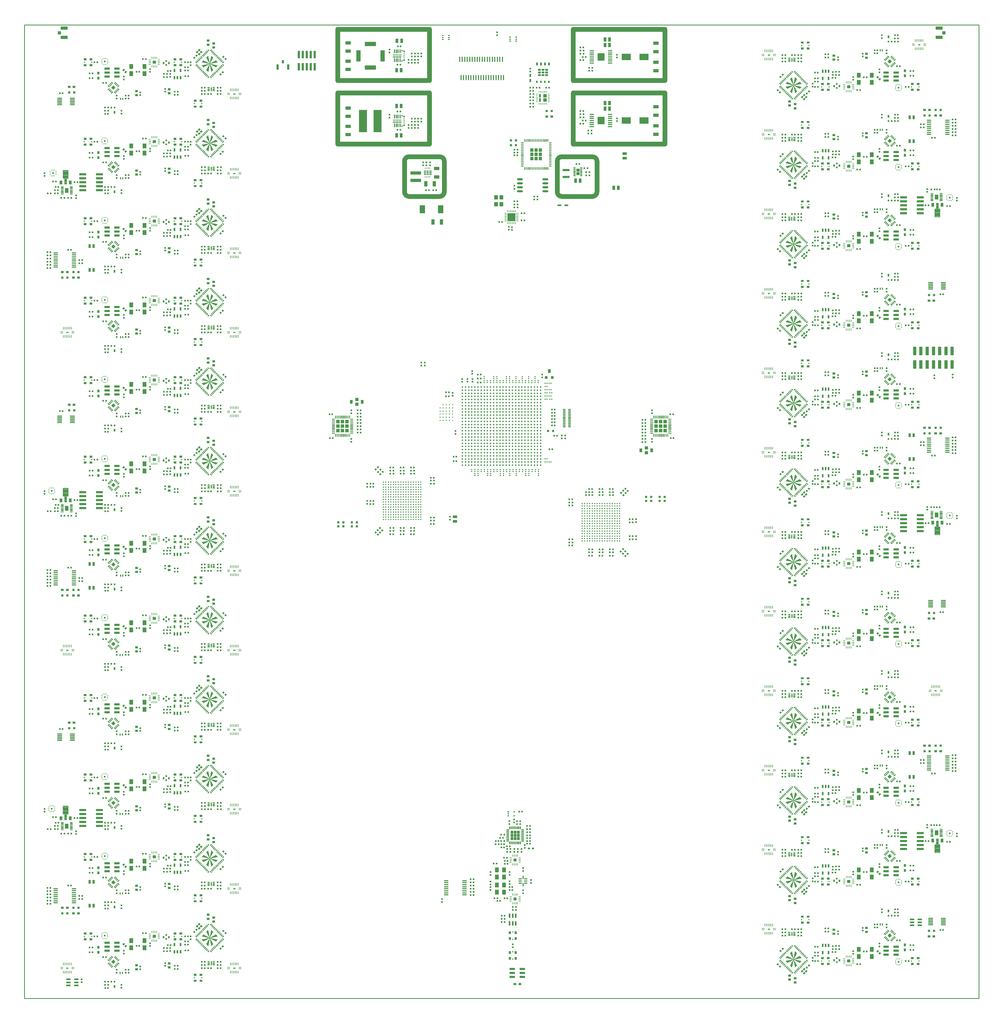
<source format=gtp>
*
*
G04 PADS VX.2.3 Build Number: 9191294 generated Gerber (RS-274-X) file*
G04 PC Version=2.1*
*
%IN "radiant_v2.pcb"*%
*
%MOIN*%
*
%FSLAX35Y35*%
*
*
*
*
G04 PC Standard Apertures*
*
*
G04 Thermal Relief Aperture macro.*
%AMTER*
1,1,$1,0,0*
1,0,$1-$2,0,0*
21,0,$3,$4,0,0,45*
21,0,$3,$4,0,0,135*
%
*
*
G04 Annular Aperture macro.*
%AMANN*
1,1,$1,0,0*
1,0,$2,0,0*
%
*
*
G04 Odd Aperture macro.*
%AMODD*
1,1,$1,0,0*
1,0,$1-0.005,0,0*
%
*
*
G04 PC Custom Aperture Macros*
*
*
*
*
*
*
G04 PC Aperture Table*
*
%ADD010C,0.001*%
%ADD015R,0.02X0.024*%
%ADD016C,0.012*%
%ADD017C,0.002*%
%ADD018R,0.01X0.026*%
%ADD019R,0.026X0.01*%
%ADD021C,0.01969*%
%ADD022R,0.024X0.02*%
%ADD023R,0.025X0.02*%
%ADD024R,0.05X0.06*%
%ADD025R,0.065X0.03*%
%ADD026R,0.012X0.032*%
%ADD028R,0.01969X0.01969*%
%ADD029R,0.01732X0.00787*%
%ADD030R,0.00787X0.01732*%
%ADD032R,0.033X0.049*%
%ADD035R,0.01969X0.0315*%
%ADD036R,0.01969X0.02362*%
%ADD037R,0.022X0.039*%
%ADD038R,0.024X0.016*%
%ADD039R,0.06X0.013*%
%ADD040R,0.04724X0.05512*%
%ADD041R,0.024X0.055*%
%ADD043R,0.035X0.028*%
%ADD044R,0.038X0.03*%
%ADD046R,0.02165X0.03583*%
%ADD047R,0.02756X0.01181*%
%ADD049R,0.05709X0.01772*%
%ADD050R,0.031X0.031*%
%ADD051C,0.01614*%
%ADD054R,0.02992X0.05*%
%ADD055C,0.00256*%
%ADD057R,0.09843X0.27953*%
%ADD058R,0.01181X0.02362*%
%ADD060R,0.01181X0.04528*%
%ADD063R,0.02362X0.00984*%
%ADD064R,0.071X0.039*%
%ADD065R,0.035X0.055*%
%ADD067R,0.05512X0.14173*%
%ADD068R,0.14173X0.05512*%
%ADD069R,0.11417X0.08071*%
%ADD070R,0.058X0.014*%
%ADD071R,0.091X0.097*%
%ADD075R,0.00984X0.02362*%
%ADD076R,0.13386X0.03858*%
%ADD077R,0.039X0.071*%
%ADD078R,0.0374X0.04724*%
%ADD079R,0.03937X0.03937*%
%ADD080R,0.01024X0.02913*%
%ADD081R,0.02913X0.01024*%
%ADD082R,0.09843X0.09843*%
%ADD083R,0.012X0.016*%
%ADD084R,0.016X0.012*%
%ADD085R,0.01378X0.01181*%
%ADD086R,0.01181X0.01378*%
%ADD090C,0.00394*%
%ADD093R,0.00945X0.02264*%
%ADD094R,0.02264X0.00945*%
%ADD097R,0.01969X0.02559*%
%ADD100R,0.03346X0.01181*%
%ADD103R,0.071X0.102*%
%ADD104R,0.02362X0.01654*%
%ADD105C,0.014*%
%ADD107R,0.055X0.035*%
%ADD108R,0.024X0.039*%
%ADD109O,0.01378X0.07087*%
%ADD111R,0.02992X0.09449*%
%ADD114R,0.03937X0.10827*%
%ADD116R,0.08661X0.04134*%
%ADD117R,0.04134X0.03937*%
%ADD118R,0.085X0.03*%
%ADD119C,0.00118*%
%ADD121R,0.05512X0.02362*%
%ADD122O,0.074X0.024*%
%ADD123R,0.03937X0.01378*%
%ADD124R,0.01378X0.03937*%
%ADD125R,0.051X0.024*%
%ADD126R,0.036X0.036*%
%ADD127R,0.036X0.05*%
%ADD128C,0.008*%
%ADD129C,0.00039*%
%ADD130C,0.05906*%
%ADD134C,0.01*%
%ADD150R,0.03X0.038*%
%ADD337R,0.02441X0.02441*%
%ADD338R,0.01732X0.04567*%
%ADD339R,0.01378X0.04528*%
%ADD340R,0.02244X0.0187*%
%ADD341R,0.00846X0.03445*%
%ADD342R,0.03445X0.00846*%
%ADD343R,0.0315X0.01575*%
%ADD358R,0.087X0.028*%
%ADD360R,0.0315X0.06693*%
%ADD361R,0.0315X0.04331*%
%ADD362R,0.01181X0.02756*%
*
*
*
*
G04 PC Circuitry*
G04 Layer Name radiant_v2.pcb - circuitry*
%LPD*%
*
*
G04 PC Custom Flashes*
G04 Layer Name radiant_v2.pcb - flashes*
%LPD*%
*
*
G04 PC Circuitry*
G04 Layer Name radiant_v2.pcb - circuitry*
%LPD*%
*
G54D10*
G01X177785Y180609D02*
Y182840D01*
X174726*
Y180609*
X177785*
X174750D02*
Y182840D01*
X174800Y180609D02*
Y182840D01*
X174850Y180609D02*
Y182840D01*
X174900Y180609D02*
Y182840D01*
X174950Y180609D02*
Y182840D01*
X175000Y180609D02*
Y182840D01*
X175050Y180609D02*
Y182840D01*
X175100Y180609D02*
Y182840D01*
X175150Y180609D02*
Y182840D01*
X175200Y180609D02*
Y182840D01*
X175250Y180609D02*
Y182840D01*
X175300Y180609D02*
Y182840D01*
X175350Y180609D02*
Y182840D01*
X175400Y180609D02*
Y182840D01*
X175450Y180609D02*
Y182840D01*
X175500Y180609D02*
Y182840D01*
X175550Y180609D02*
Y182840D01*
X175600Y180609D02*
Y182840D01*
X175650Y180609D02*
Y182840D01*
X175700Y180609D02*
Y182840D01*
X175750Y180609D02*
Y182840D01*
X175800Y180609D02*
Y182840D01*
X175850Y180609D02*
Y182840D01*
X175900Y180609D02*
Y182840D01*
X175950Y180609D02*
Y182840D01*
X176000Y180609D02*
Y182840D01*
X176050Y180609D02*
Y182840D01*
X176100Y180609D02*
Y182840D01*
X176150Y180609D02*
Y182840D01*
X176200Y180609D02*
Y182840D01*
X176250Y180609D02*
Y182840D01*
X176300Y180609D02*
Y182840D01*
X176350Y180609D02*
Y182840D01*
X176400Y180609D02*
Y182840D01*
X176450Y180609D02*
Y182840D01*
X176500Y180609D02*
Y182840D01*
X176550Y180609D02*
Y182840D01*
X176600Y180609D02*
Y182840D01*
X176650Y180609D02*
Y182840D01*
X176700Y180609D02*
Y182840D01*
X176750Y180609D02*
Y182840D01*
X176800Y180609D02*
Y182840D01*
X176850Y180609D02*
Y182840D01*
X176900Y180609D02*
Y182840D01*
X176950Y180609D02*
Y182840D01*
X177000Y180609D02*
Y182840D01*
X177050Y180609D02*
Y182840D01*
X177100Y180609D02*
Y182840D01*
X177150Y180609D02*
Y182840D01*
X177200Y180609D02*
Y182840D01*
X177250Y180609D02*
Y182840D01*
X177300Y180609D02*
Y182840D01*
X177350Y180609D02*
Y182840D01*
X177400Y180609D02*
Y182840D01*
X177450Y180609D02*
Y182840D01*
X177500Y180609D02*
Y182840D01*
X177550Y180609D02*
Y182840D01*
X177600Y180609D02*
Y182840D01*
X177650Y180609D02*
Y182840D01*
X177700Y180609D02*
Y182840D01*
X177750Y180609D02*
Y182840D01*
X177785Y173168D02*
Y175383D01*
X174718*
Y173168*
X177785*
X174750D02*
Y175383D01*
X174800Y173168D02*
Y175383D01*
X174850Y173168D02*
Y175383D01*
X174900Y173168D02*
Y175383D01*
X174950Y173168D02*
Y175383D01*
X175000Y173168D02*
Y175383D01*
X175050Y173168D02*
Y175383D01*
X175100Y173168D02*
Y175383D01*
X175150Y173168D02*
Y175383D01*
X175200Y173168D02*
Y175383D01*
X175250Y173168D02*
Y175383D01*
X175300Y173168D02*
Y175383D01*
X175350Y173168D02*
Y175383D01*
X175400Y173168D02*
Y175383D01*
X175450Y173168D02*
Y175383D01*
X175500Y173168D02*
Y175383D01*
X175550Y173168D02*
Y175383D01*
X175600Y173168D02*
Y175383D01*
X175650Y173168D02*
Y175383D01*
X175700Y173168D02*
Y175383D01*
X175750Y173168D02*
Y175383D01*
X175800Y173168D02*
Y175383D01*
X175850Y173168D02*
Y175383D01*
X175900Y173168D02*
Y175383D01*
X175950Y173168D02*
Y175383D01*
X176000Y173168D02*
Y175383D01*
X176050Y173168D02*
Y175383D01*
X176100Y173168D02*
Y175383D01*
X176150Y173168D02*
Y175383D01*
X176200Y173168D02*
Y175383D01*
X176250Y173168D02*
Y175383D01*
X176300Y173168D02*
Y175383D01*
X176350Y173168D02*
Y175383D01*
X176400Y173168D02*
Y175383D01*
X176450Y173168D02*
Y175383D01*
X176500Y173168D02*
Y175383D01*
X176550Y173168D02*
Y175383D01*
X176600Y173168D02*
Y175383D01*
X176650Y173168D02*
Y175383D01*
X176700Y173168D02*
Y175383D01*
X176750Y173168D02*
Y175383D01*
X176800Y173168D02*
Y175383D01*
X176850Y173168D02*
Y175383D01*
X176900Y173168D02*
Y175383D01*
X176950Y173168D02*
Y175383D01*
X177000Y173168D02*
Y175383D01*
X177050Y173168D02*
Y175383D01*
X177100Y173168D02*
Y175383D01*
X177150Y173168D02*
Y175383D01*
X177200Y173168D02*
Y175383D01*
X177250Y173168D02*
Y175383D01*
X177300Y173168D02*
Y175383D01*
X177350Y173168D02*
Y175383D01*
X177400Y173168D02*
Y175383D01*
X177450Y173168D02*
Y175383D01*
X177500Y173168D02*
Y175383D01*
X177550Y173168D02*
Y175383D01*
X177600Y173168D02*
Y175383D01*
X177650Y173168D02*
Y175383D01*
X177700Y173168D02*
Y175383D01*
X177750Y173168D02*
Y175383D01*
X175737Y177499D02*
Y178502D01*
X174723*
Y177499*
X175737*
X174750D02*
Y178502D01*
X174800Y177499D02*
Y178502D01*
X174850Y177499D02*
Y178502D01*
X174900Y177499D02*
Y178502D01*
X174950Y177499D02*
Y178502D01*
X175000Y177499D02*
Y178502D01*
X175050Y177499D02*
Y178502D01*
X175100Y177499D02*
Y178502D01*
X175150Y177499D02*
Y178502D01*
X175200Y177499D02*
Y178502D01*
X175250Y177499D02*
Y178502D01*
X175300Y177499D02*
Y178502D01*
X175350Y177499D02*
Y178502D01*
X175400Y177499D02*
Y178502D01*
X175450Y177499D02*
Y178502D01*
X175500Y177499D02*
Y178502D01*
X175550Y177499D02*
Y178502D01*
X175600Y177499D02*
Y178502D01*
X175650Y177499D02*
Y178502D01*
X175700Y177499D02*
Y178502D01*
X185265Y180609D02*
Y182835D01*
X182217*
Y180609*
X185265*
X182250D02*
Y182835D01*
X182300Y180609D02*
Y182835D01*
X182350Y180609D02*
Y182835D01*
X182400Y180609D02*
Y182835D01*
X182450Y180609D02*
Y182835D01*
X182500Y180609D02*
Y182835D01*
X182550Y180609D02*
Y182835D01*
X182600Y180609D02*
Y182835D01*
X182650Y180609D02*
Y182835D01*
X182700Y180609D02*
Y182835D01*
X182750Y180609D02*
Y182835D01*
X182800Y180609D02*
Y182835D01*
X182850Y180609D02*
Y182835D01*
X182900Y180609D02*
Y182835D01*
X182950Y180609D02*
Y182835D01*
X183000Y180609D02*
Y182835D01*
X183050Y180609D02*
Y182835D01*
X183100Y180609D02*
Y182835D01*
X183150Y180609D02*
Y182835D01*
X183200Y180609D02*
Y182835D01*
X183250Y180609D02*
Y182835D01*
X183300Y180609D02*
Y182835D01*
X183350Y180609D02*
Y182835D01*
X183400Y180609D02*
Y182835D01*
X183450Y180609D02*
Y182835D01*
X183500Y180609D02*
Y182835D01*
X183550Y180609D02*
Y182835D01*
X183600Y180609D02*
Y182835D01*
X183650Y180609D02*
Y182835D01*
X183700Y180609D02*
Y182835D01*
X183750Y180609D02*
Y182835D01*
X183800Y180609D02*
Y182835D01*
X183850Y180609D02*
Y182835D01*
X183900Y180609D02*
Y182835D01*
X183950Y180609D02*
Y182835D01*
X184000Y180609D02*
Y182835D01*
X184050Y180609D02*
Y182835D01*
X184100Y180609D02*
Y182835D01*
X184150Y180609D02*
Y182835D01*
X184200Y180609D02*
Y182835D01*
X184250Y180609D02*
Y182835D01*
X184300Y180609D02*
Y182835D01*
X184350Y180609D02*
Y182835D01*
X184400Y180609D02*
Y182835D01*
X184450Y180609D02*
Y182835D01*
X184500Y180609D02*
Y182835D01*
X184550Y180609D02*
Y182835D01*
X184600Y180609D02*
Y182835D01*
X184650Y180609D02*
Y182835D01*
X184700Y180609D02*
Y182835D01*
X184750Y180609D02*
Y182835D01*
X184800Y180609D02*
Y182835D01*
X184850Y180609D02*
Y182835D01*
X184900Y180609D02*
Y182835D01*
X184950Y180609D02*
Y182835D01*
X185000Y180609D02*
Y182835D01*
X185050Y180609D02*
Y182835D01*
X185100Y180609D02*
Y182835D01*
X185150Y180609D02*
Y182835D01*
X185200Y180609D02*
Y182835D01*
X185250Y180609D02*
Y182835D01*
X185265Y177499D02*
Y178503D01*
X184275*
Y177499*
X185265*
X184300D02*
Y178503D01*
X184350Y177499D02*
Y178503D01*
X184400Y177499D02*
Y178503D01*
X184450Y177499D02*
Y178503D01*
X184500Y177499D02*
Y178503D01*
X184550Y177499D02*
Y178503D01*
X184600Y177499D02*
Y178503D01*
X184650Y177499D02*
Y178503D01*
X184700Y177499D02*
Y178503D01*
X184750Y177499D02*
Y178503D01*
X184800Y177499D02*
Y178503D01*
X184850Y177499D02*
Y178503D01*
X184900Y177499D02*
Y178503D01*
X184950Y177499D02*
Y178503D01*
X185000Y177499D02*
Y178503D01*
X185050Y177499D02*
Y178503D01*
X185100Y177499D02*
Y178503D01*
X185150Y177499D02*
Y178503D01*
X185200Y177499D02*
Y178503D01*
X185250Y177499D02*
Y178503D01*
X185265Y173168D02*
Y175387D01*
X182219*
Y173168*
X185265*
X182250D02*
Y175387D01*
X182300Y173168D02*
Y175387D01*
X182350Y173168D02*
Y175387D01*
X182400Y173168D02*
Y175387D01*
X182450Y173168D02*
Y175387D01*
X182500Y173168D02*
Y175387D01*
X182550Y173168D02*
Y175387D01*
X182600Y173168D02*
Y175387D01*
X182650Y173168D02*
Y175387D01*
X182700Y173168D02*
Y175387D01*
X182750Y173168D02*
Y175387D01*
X182800Y173168D02*
Y175387D01*
X182850Y173168D02*
Y175387D01*
X182900Y173168D02*
Y175387D01*
X182950Y173168D02*
Y175387D01*
X183000Y173168D02*
Y175387D01*
X183050Y173168D02*
Y175387D01*
X183100Y173168D02*
Y175387D01*
X183150Y173168D02*
Y175387D01*
X183200Y173168D02*
Y175387D01*
X183250Y173168D02*
Y175387D01*
X183300Y173168D02*
Y175387D01*
X183350Y173168D02*
Y175387D01*
X183400Y173168D02*
Y175387D01*
X183450Y173168D02*
Y175387D01*
X183500Y173168D02*
Y175387D01*
X183550Y173168D02*
Y175387D01*
X183600Y173168D02*
Y175387D01*
X183650Y173168D02*
Y175387D01*
X183700Y173168D02*
Y175387D01*
X183750Y173168D02*
Y175387D01*
X183800Y173168D02*
Y175387D01*
X183850Y173168D02*
Y175387D01*
X183900Y173168D02*
Y175387D01*
X183950Y173168D02*
Y175387D01*
X184000Y173168D02*
Y175387D01*
X184050Y173168D02*
Y175387D01*
X184100Y173168D02*
Y175387D01*
X184150Y173168D02*
Y175387D01*
X184200Y173168D02*
Y175387D01*
X184250Y173168D02*
Y175387D01*
X184300Y173168D02*
Y175387D01*
X184350Y173168D02*
Y175387D01*
X184400Y173168D02*
Y175387D01*
X184450Y173168D02*
Y175387D01*
X184500Y173168D02*
Y175387D01*
X184550Y173168D02*
Y175387D01*
X184600Y173168D02*
Y175387D01*
X184650Y173168D02*
Y175387D01*
X184700Y173168D02*
Y175387D01*
X184750Y173168D02*
Y175387D01*
X184800Y173168D02*
Y175387D01*
X184850Y173168D02*
Y175387D01*
X184900Y173168D02*
Y175387D01*
X184950Y173168D02*
Y175387D01*
X185000Y173168D02*
Y175387D01*
X185050Y173168D02*
Y175387D01*
X185100Y173168D02*
Y175387D01*
X185150Y173168D02*
Y175387D01*
X185200Y173168D02*
Y175387D01*
X185250Y173168D02*
Y175387D01*
X342729Y173779D02*
X333582Y175804D01*
X333578Y175800*
X340840Y171890*
X342729Y173779*
X333600Y175788D02*
Y175800D01*
X333650Y175761D02*
Y175789D01*
X333700Y175734D02*
Y175778D01*
X333750Y175707D02*
Y175767D01*
X333800Y175680D02*
Y175755D01*
X333850Y175653D02*
Y175744D01*
X333900Y175627D02*
Y175733D01*
X333950Y175600D02*
Y175722D01*
X334000Y175573D02*
Y175711D01*
X334050Y175546D02*
Y175700D01*
X334100Y175519D02*
Y175689D01*
X334150Y175492D02*
Y175678D01*
X334200Y175465D02*
Y175667D01*
X334250Y175438D02*
Y175656D01*
X334300Y175411D02*
Y175645D01*
X334350Y175384D02*
Y175634D01*
X334400Y175357D02*
Y175623D01*
X334450Y175330D02*
Y175612D01*
X334500Y175303D02*
Y175601D01*
X334550Y175277D02*
Y175589D01*
X334600Y175250D02*
Y175578D01*
X334650Y175223D02*
Y175567D01*
X334700Y175196D02*
Y175556D01*
X334750Y175169D02*
Y175545D01*
X334800Y175142D02*
Y175534D01*
X334850Y175115D02*
Y175523D01*
X334900Y175088D02*
Y175512D01*
X334950Y175061D02*
Y175501D01*
X335000Y175034D02*
Y175490D01*
X335050Y175007D02*
Y175479D01*
X335100Y174980D02*
Y175468D01*
X335150Y174953D02*
Y175457D01*
X335200Y174927D02*
Y175446D01*
X335250Y174900D02*
Y175435D01*
X335300Y174873D02*
Y175423D01*
X335350Y174846D02*
Y175412D01*
X335400Y174819D02*
Y175401D01*
X335450Y174792D02*
Y175390D01*
X335500Y174765D02*
Y175379D01*
X335550Y174738D02*
Y175368D01*
X335600Y174711D02*
Y175357D01*
X335650Y174684D02*
Y175346D01*
X335700Y174657D02*
Y175335D01*
X335750Y174630D02*
Y175324D01*
X335800Y174603D02*
Y175313D01*
X335850Y174577D02*
Y175302D01*
X335900Y174550D02*
Y175291D01*
X335950Y174523D02*
Y175280D01*
X336000Y174496D02*
Y175268D01*
X336050Y174469D02*
Y175257D01*
X336100Y174442D02*
Y175246D01*
X336150Y174415D02*
Y175235D01*
X336200Y174388D02*
Y175224D01*
X336250Y174361D02*
Y175213D01*
X336300Y174334D02*
Y175202D01*
X336350Y174307D02*
Y175191D01*
X336400Y174280D02*
Y175180D01*
X336450Y174253D02*
Y175169D01*
X336500Y174227D02*
Y175158D01*
X336550Y174200D02*
Y175147D01*
X336600Y174173D02*
Y175136D01*
X336650Y174146D02*
Y175125D01*
X336700Y174119D02*
Y175114D01*
X336750Y174092D02*
Y175102D01*
X336800Y174065D02*
Y175091D01*
X336850Y174038D02*
Y175080D01*
X336900Y174011D02*
Y175069D01*
X336950Y173984D02*
Y175058D01*
X337000Y173957D02*
Y175047D01*
X337050Y173930D02*
Y175036D01*
X337100Y173903D02*
Y175025D01*
X337150Y173877D02*
Y175014D01*
X337200Y173850D02*
Y175003D01*
X337250Y173823D02*
Y174992D01*
X337300Y173796D02*
Y174981D01*
X337350Y173769D02*
Y174970D01*
X337400Y173742D02*
Y174959D01*
X337450Y173715D02*
Y174947D01*
X337500Y173688D02*
Y174936D01*
X337550Y173661D02*
Y174925D01*
X337600Y173634D02*
Y174914D01*
X337650Y173607D02*
Y174903D01*
X337700Y173580D02*
Y174892D01*
X337750Y173553D02*
Y174881D01*
X337800Y173527D02*
Y174870D01*
X337850Y173500D02*
Y174859D01*
X337900Y173473D02*
Y174848D01*
X337950Y173446D02*
Y174837D01*
X338000Y173419D02*
Y174826D01*
X338050Y173392D02*
Y174815D01*
X338100Y173365D02*
Y174804D01*
X338150Y173338D02*
Y174793D01*
X338200Y173311D02*
Y174781D01*
X338250Y173284D02*
Y174770D01*
X338300Y173257D02*
Y174759D01*
X338350Y173230D02*
Y174748D01*
X338400Y173203D02*
Y174737D01*
X338450Y173177D02*
Y174726D01*
X338500Y173150D02*
Y174715D01*
X338550Y173123D02*
Y174704D01*
X338600Y173096D02*
Y174693D01*
X338650Y173069D02*
Y174682D01*
X338700Y173042D02*
Y174671D01*
X338750Y173015D02*
Y174660D01*
X338800Y172988D02*
Y174649D01*
X338850Y172961D02*
Y174638D01*
X338900Y172934D02*
Y174626D01*
X338950Y172907D02*
Y174615D01*
X339000Y172880D02*
Y174604D01*
X339050Y172853D02*
Y174593D01*
X339100Y172827D02*
Y174582D01*
X339150Y172800D02*
Y174571D01*
X339200Y172773D02*
Y174560D01*
X339250Y172746D02*
Y174549D01*
X339300Y172719D02*
Y174538D01*
X339350Y172692D02*
Y174527D01*
X339400Y172665D02*
Y174516D01*
X339450Y172638D02*
Y174505D01*
X339500Y172611D02*
Y174494D01*
X339550Y172584D02*
Y174483D01*
X339600Y172557D02*
Y174472D01*
X339650Y172530D02*
Y174460D01*
X339700Y172503D02*
Y174449D01*
X339750Y172477D02*
Y174438D01*
X339800Y172450D02*
Y174427D01*
X339850Y172423D02*
Y174416D01*
X339900Y172396D02*
Y174405D01*
X339950Y172369D02*
Y174394D01*
X340000Y172342D02*
Y174383D01*
X340050Y172315D02*
Y174372D01*
X340100Y172288D02*
Y174361D01*
X340150Y172261D02*
Y174350D01*
X340200Y172234D02*
Y174339D01*
X340250Y172207D02*
Y174328D01*
X340300Y172180D02*
Y174317D01*
X340350Y172153D02*
Y174305D01*
X340400Y172127D02*
Y174294D01*
X340450Y172100D02*
Y174283D01*
X340500Y172073D02*
Y174272D01*
X340550Y172046D02*
Y174261D01*
X340600Y172019D02*
Y174250D01*
X340650Y171992D02*
Y174239D01*
X340700Y171965D02*
Y174228D01*
X340750Y171938D02*
Y174217D01*
X340800Y171911D02*
Y174206D01*
X340850Y171900D02*
Y174195D01*
X340900Y171950D02*
Y174184D01*
X340950Y172000D02*
Y174173D01*
X341000Y172050D02*
Y174162D01*
X341050Y172100D02*
Y174151D01*
X341100Y172150D02*
Y174139D01*
X341150Y172200D02*
Y174128D01*
X341200Y172250D02*
Y174117D01*
X341250Y172300D02*
Y174106D01*
X341300Y172350D02*
Y174095D01*
X341350Y172400D02*
Y174084D01*
X341400Y172450D02*
Y174073D01*
X341450Y172500D02*
Y174062D01*
X341500Y172550D02*
Y174051D01*
X341550Y172600D02*
Y174040D01*
X341600Y172650D02*
Y174029D01*
X341650Y172700D02*
Y174018D01*
X341700Y172750D02*
Y174007D01*
X341750Y172800D02*
Y173996D01*
X341800Y172850D02*
Y173985D01*
X341850Y172900D02*
Y173973D01*
X341900Y172950D02*
Y173962D01*
X341950Y173000D02*
Y173951D01*
X342000Y173050D02*
Y173940D01*
X342050Y173100D02*
Y173929D01*
X342100Y173150D02*
Y173918D01*
X342150Y173200D02*
Y173907D01*
X342200Y173250D02*
Y173896D01*
X342250Y173300D02*
Y173885D01*
X342300Y173350D02*
Y173874D01*
X342350Y173400D02*
Y173863D01*
X342400Y173450D02*
Y173852D01*
X342450Y173500D02*
Y173841D01*
X342500Y173550D02*
Y173830D01*
X342550Y173600D02*
Y173818D01*
X342600Y173650D02*
Y173807D01*
X342650Y173700D02*
Y173796D01*
X342700Y173750D02*
Y173785D01*
X337110Y168160D02*
X333200Y175422D01*
X333196Y175418*
X335081Y166131*
X337110Y168160*
X333200Y175397D02*
Y175422D01*
X333250Y175151D02*
Y175329D01*
X333300Y174904D02*
Y175236D01*
X333350Y174658D02*
Y175144D01*
X333400Y174412D02*
Y175051D01*
X333450Y174166D02*
Y174958D01*
X333500Y173919D02*
Y174865D01*
X333550Y173673D02*
Y174772D01*
X333600Y173427D02*
Y174679D01*
X333650Y173180D02*
Y174586D01*
X333700Y172934D02*
Y174494D01*
X333750Y172688D02*
Y174401D01*
X333800Y172442D02*
Y174308D01*
X333850Y172195D02*
Y174215D01*
X333900Y171949D02*
Y174122D01*
X333950Y171703D02*
Y174029D01*
X334000Y171456D02*
Y173936D01*
X334050Y171210D02*
Y173844D01*
X334100Y170964D02*
Y173751D01*
X334150Y170717D02*
Y173658D01*
X334200Y170471D02*
Y173565D01*
X334250Y170225D02*
Y173472D01*
X334300Y169979D02*
Y173379D01*
X334350Y169732D02*
Y173286D01*
X334400Y169486D02*
Y173194D01*
X334450Y169240D02*
Y173101D01*
X334500Y168993D02*
Y173008D01*
X334550Y168747D02*
Y172915D01*
X334600Y168501D02*
Y172822D01*
X334650Y168254D02*
Y172729D01*
X334700Y168008D02*
Y172636D01*
X334750Y167762D02*
Y172544D01*
X334800Y167516D02*
Y172451D01*
X334850Y167269D02*
Y172358D01*
X334900Y167023D02*
Y172265D01*
X334950Y166777D02*
Y172172D01*
X335000Y166530D02*
Y172079D01*
X335050Y166284D02*
Y171986D01*
X335100Y166150D02*
Y171894D01*
X335150Y166200D02*
Y171801D01*
X335200Y166250D02*
Y171708D01*
X335250Y166300D02*
Y171615D01*
X335300Y166350D02*
Y171522D01*
X335350Y166400D02*
Y171429D01*
X335400Y166450D02*
Y171336D01*
X335450Y166500D02*
Y171244D01*
X335500Y166550D02*
Y171151D01*
X335550Y166600D02*
Y171058D01*
X335600Y166650D02*
Y170965D01*
X335650Y166700D02*
Y170872D01*
X335700Y166750D02*
Y170779D01*
X335750Y166800D02*
Y170686D01*
X335800Y166850D02*
Y170594D01*
X335850Y166900D02*
Y170501D01*
X335900Y166950D02*
Y170408D01*
X335950Y167000D02*
Y170315D01*
X336000Y167050D02*
Y170222D01*
X336050Y167100D02*
Y170129D01*
X336100Y167150D02*
Y170036D01*
X336150Y167200D02*
Y169944D01*
X336200Y167250D02*
Y169851D01*
X336250Y167300D02*
Y169758D01*
X336300Y167350D02*
Y169665D01*
X336350Y167400D02*
Y169572D01*
X336400Y167450D02*
Y169479D01*
X336450Y167500D02*
Y169386D01*
X336500Y167550D02*
Y169294D01*
X336550Y167600D02*
Y169201D01*
X336600Y167650D02*
Y169108D01*
X336650Y167700D02*
Y169015D01*
X336700Y167750D02*
Y168922D01*
X336750Y167800D02*
Y168829D01*
X336800Y167850D02*
Y168736D01*
X336850Y167900D02*
Y168644D01*
X336900Y167950D02*
Y168551D01*
X336950Y168000D02*
Y168458D01*
X337000Y168050D02*
Y168365D01*
X337050Y168100D02*
Y168272D01*
X337100Y168150D02*
Y168179D01*
X331059Y165991D02*
X332805Y175418D01*
X332799Y175423*
X328819Y168231*
X331059Y165991*
X328850Y168200D02*
Y168286D01*
X328900Y168150D02*
Y168376D01*
X328950Y168100D02*
Y168467D01*
X329000Y168050D02*
Y168557D01*
X329050Y168000D02*
Y168647D01*
X329100Y167950D02*
Y168738D01*
X329150Y167900D02*
Y168828D01*
X329200Y167850D02*
Y168918D01*
X329250Y167800D02*
Y169009D01*
X329300Y167750D02*
Y169099D01*
X329350Y167700D02*
Y169189D01*
X329400Y167650D02*
Y169280D01*
X329450Y167600D02*
Y169370D01*
X329500Y167550D02*
Y169461D01*
X329550Y167500D02*
Y169551D01*
X329600Y167450D02*
Y169641D01*
X329650Y167400D02*
Y169732D01*
X329700Y167350D02*
Y169822D01*
X329750Y167300D02*
Y169912D01*
X329800Y167250D02*
Y170003D01*
X329850Y167200D02*
Y170093D01*
X329900Y167150D02*
Y170183D01*
X329950Y167100D02*
Y170274D01*
X330000Y167050D02*
Y170364D01*
X330050Y167000D02*
Y170454D01*
X330100Y166950D02*
Y170545D01*
X330150Y166900D02*
Y170635D01*
X330200Y166850D02*
Y170725D01*
X330250Y166800D02*
Y170816D01*
X330300Y166750D02*
Y170906D01*
X330350Y166700D02*
Y170996D01*
X330400Y166650D02*
Y171087D01*
X330450Y166600D02*
Y171177D01*
X330500Y166550D02*
Y171268D01*
X330550Y166500D02*
Y171358D01*
X330600Y166450D02*
Y171448D01*
X330650Y166400D02*
Y171539D01*
X330700Y166350D02*
Y171629D01*
X330750Y166300D02*
Y171719D01*
X330800Y166250D02*
Y171810D01*
X330850Y166200D02*
Y171900D01*
X330900Y166150D02*
Y171990D01*
X330950Y166100D02*
Y172081D01*
X331000Y166050D02*
Y172171D01*
X331050Y166000D02*
Y172261D01*
X331100Y166213D02*
Y172352D01*
X331150Y166483D02*
Y172442D01*
X331200Y166753D02*
Y172532D01*
X331250Y167023D02*
Y172623D01*
X331300Y167293D02*
Y172713D01*
X331350Y167563D02*
Y172804D01*
X331400Y167833D02*
Y172894D01*
X331450Y168103D02*
Y172984D01*
X331500Y168373D02*
Y173075D01*
X331550Y168643D02*
Y173165D01*
X331600Y168913D02*
Y173255D01*
X331650Y169183D02*
Y173346D01*
X331700Y169453D02*
Y173436D01*
X331750Y169723D02*
Y173526D01*
X331800Y169993D02*
Y173617D01*
X331850Y170263D02*
Y173707D01*
X331900Y170533D02*
Y173797D01*
X331950Y170803D02*
Y173888D01*
X332000Y171073D02*
Y173978D01*
X332050Y171343D02*
Y174068D01*
X332100Y171613D02*
Y174159D01*
X332150Y171883D02*
Y174249D01*
X332200Y172153D02*
Y174339D01*
X332250Y172423D02*
Y174430D01*
X332300Y172693D02*
Y174520D01*
X332350Y172963D02*
Y174611D01*
X332400Y173233D02*
Y174701D01*
X332450Y173503D02*
Y174791D01*
X332500Y173773D02*
Y174882D01*
X332550Y174043D02*
Y174972D01*
X332600Y174313D02*
Y175062D01*
X332650Y174583D02*
Y175153D01*
X332700Y174853D02*
Y175243D01*
X332750Y175123D02*
Y175333D01*
X332800Y175393D02*
Y175422D01*
X332422Y175800D02*
X332418Y175804D01*
X323061Y173989*
X325160Y171890*
X332422Y175800*
X323100Y173950D02*
Y173997D01*
X323150Y173900D02*
Y174006D01*
X323200Y173850D02*
Y174016D01*
X323250Y173800D02*
Y174026D01*
X323300Y173750D02*
Y174035D01*
X323350Y173700D02*
Y174045D01*
X323400Y173650D02*
Y174055D01*
X323450Y173600D02*
Y174064D01*
X323500Y173550D02*
Y174074D01*
X323550Y173500D02*
Y174084D01*
X323600Y173450D02*
Y174094D01*
X323650Y173400D02*
Y174103D01*
X323700Y173350D02*
Y174113D01*
X323750Y173300D02*
Y174123D01*
X323800Y173250D02*
Y174132D01*
X323850Y173200D02*
Y174142D01*
X323900Y173150D02*
Y174152D01*
X323950Y173100D02*
Y174161D01*
X324000Y173050D02*
Y174171D01*
X324050Y173000D02*
Y174181D01*
X324100Y172950D02*
Y174191D01*
X324150Y172900D02*
Y174200D01*
X324200Y172850D02*
Y174210D01*
X324250Y172800D02*
Y174220D01*
X324300Y172750D02*
Y174229D01*
X324350Y172700D02*
Y174239D01*
X324400Y172650D02*
Y174249D01*
X324450Y172600D02*
Y174258D01*
X324500Y172550D02*
Y174268D01*
X324550Y172500D02*
Y174278D01*
X324600Y172450D02*
Y174288D01*
X324650Y172400D02*
Y174297D01*
X324700Y172350D02*
Y174307D01*
X324750Y172300D02*
Y174317D01*
X324800Y172250D02*
Y174326D01*
X324850Y172200D02*
Y174336D01*
X324900Y172150D02*
Y174346D01*
X324950Y172100D02*
Y174355D01*
X325000Y172050D02*
Y174365D01*
X325050Y172000D02*
Y174375D01*
X325100Y171950D02*
Y174385D01*
X325150Y171900D02*
Y174394D01*
X325200Y171911D02*
Y174404D01*
X325250Y171938D02*
Y174414D01*
X325300Y171965D02*
Y174423D01*
X325350Y171992D02*
Y174433D01*
X325400Y172019D02*
Y174443D01*
X325450Y172046D02*
Y174452D01*
X325500Y172073D02*
Y174462D01*
X325550Y172100D02*
Y174472D01*
X325600Y172127D02*
Y174482D01*
X325650Y172153D02*
Y174491D01*
X325700Y172180D02*
Y174501D01*
X325750Y172207D02*
Y174511D01*
X325800Y172234D02*
Y174520D01*
X325850Y172261D02*
Y174530D01*
X325900Y172288D02*
Y174540D01*
X325950Y172315D02*
Y174549D01*
X326000Y172342D02*
Y174559D01*
X326050Y172369D02*
Y174569D01*
X326100Y172396D02*
Y174579D01*
X326150Y172423D02*
Y174588D01*
X326200Y172450D02*
Y174598D01*
X326250Y172477D02*
Y174608D01*
X326300Y172503D02*
Y174617D01*
X326350Y172530D02*
Y174627D01*
X326400Y172557D02*
Y174637D01*
X326450Y172584D02*
Y174647D01*
X326500Y172611D02*
Y174656D01*
X326550Y172638D02*
Y174666D01*
X326600Y172665D02*
Y174676D01*
X326650Y172692D02*
Y174685D01*
X326700Y172719D02*
Y174695D01*
X326750Y172746D02*
Y174705D01*
X326800Y172773D02*
Y174714D01*
X326850Y172800D02*
Y174724D01*
X326900Y172827D02*
Y174734D01*
X326950Y172853D02*
Y174744D01*
X327000Y172880D02*
Y174753D01*
X327050Y172907D02*
Y174763D01*
X327100Y172934D02*
Y174773D01*
X327150Y172961D02*
Y174782D01*
X327200Y172988D02*
Y174792D01*
X327250Y173015D02*
Y174802D01*
X327300Y173042D02*
Y174811D01*
X327350Y173069D02*
Y174821D01*
X327400Y173096D02*
Y174831D01*
X327450Y173123D02*
Y174841D01*
X327500Y173150D02*
Y174850D01*
X327550Y173177D02*
Y174860D01*
X327600Y173203D02*
Y174870D01*
X327650Y173230D02*
Y174879D01*
X327700Y173257D02*
Y174889D01*
X327750Y173284D02*
Y174899D01*
X327800Y173311D02*
Y174908D01*
X327850Y173338D02*
Y174918D01*
X327900Y173365D02*
Y174928D01*
X327950Y173392D02*
Y174938D01*
X328000Y173419D02*
Y174947D01*
X328050Y173446D02*
Y174957D01*
X328100Y173473D02*
Y174967D01*
X328150Y173500D02*
Y174976D01*
X328200Y173527D02*
Y174986D01*
X328250Y173553D02*
Y174996D01*
X328300Y173580D02*
Y175005D01*
X328350Y173607D02*
Y175015D01*
X328400Y173634D02*
Y175025D01*
X328450Y173661D02*
Y175035D01*
X328500Y173688D02*
Y175044D01*
X328550Y173715D02*
Y175054D01*
X328600Y173742D02*
Y175064D01*
X328650Y173769D02*
Y175073D01*
X328700Y173796D02*
Y175083D01*
X328750Y173823D02*
Y175093D01*
X328800Y173850D02*
Y175102D01*
X328850Y173877D02*
Y175112D01*
X328900Y173903D02*
Y175122D01*
X328950Y173930D02*
Y175132D01*
X329000Y173957D02*
Y175141D01*
X329050Y173984D02*
Y175151D01*
X329100Y174011D02*
Y175161D01*
X329150Y174038D02*
Y175170D01*
X329200Y174065D02*
Y175180D01*
X329250Y174092D02*
Y175190D01*
X329300Y174119D02*
Y175199D01*
X329350Y174146D02*
Y175209D01*
X329400Y174173D02*
Y175219D01*
X329450Y174200D02*
Y175229D01*
X329500Y174227D02*
Y175238D01*
X329550Y174253D02*
Y175248D01*
X329600Y174280D02*
Y175258D01*
X329650Y174307D02*
Y175267D01*
X329700Y174334D02*
Y175277D01*
X329750Y174361D02*
Y175287D01*
X329800Y174388D02*
Y175297D01*
X329850Y174415D02*
Y175306D01*
X329900Y174442D02*
Y175316D01*
X329950Y174469D02*
Y175326D01*
X330000Y174496D02*
Y175335D01*
X330050Y174523D02*
Y175345D01*
X330100Y174550D02*
Y175355D01*
X330150Y174577D02*
Y175364D01*
X330200Y174603D02*
Y175374D01*
X330250Y174630D02*
Y175384D01*
X330300Y174657D02*
Y175394D01*
X330350Y174684D02*
Y175403D01*
X330400Y174711D02*
Y175413D01*
X330450Y174738D02*
Y175423D01*
X330500Y174765D02*
Y175432D01*
X330550Y174792D02*
Y175442D01*
X330600Y174819D02*
Y175452D01*
X330650Y174846D02*
Y175461D01*
X330700Y174873D02*
Y175471D01*
X330750Y174900D02*
Y175481D01*
X330800Y174927D02*
Y175491D01*
X330850Y174953D02*
Y175500D01*
X330900Y174980D02*
Y175510D01*
X330950Y175007D02*
Y175520D01*
X331000Y175034D02*
Y175529D01*
X331050Y175061D02*
Y175539D01*
X331100Y175088D02*
Y175549D01*
X331150Y175115D02*
Y175558D01*
X331200Y175142D02*
Y175568D01*
X331250Y175169D02*
Y175578D01*
X331300Y175196D02*
Y175588D01*
X331350Y175223D02*
Y175597D01*
X331400Y175250D02*
Y175607D01*
X331450Y175277D02*
Y175617D01*
X331500Y175303D02*
Y175626D01*
X331550Y175330D02*
Y175636D01*
X331600Y175357D02*
Y175646D01*
X331650Y175384D02*
Y175655D01*
X331700Y175411D02*
Y175665D01*
X331750Y175438D02*
Y175675D01*
X331800Y175465D02*
Y175685D01*
X331850Y175492D02*
Y175694D01*
X331900Y175519D02*
Y175704D01*
X331950Y175546D02*
Y175714D01*
X332000Y175573D02*
Y175723D01*
X332050Y175600D02*
Y175733D01*
X332100Y175627D02*
Y175743D01*
X332150Y175653D02*
Y175752D01*
X332200Y175680D02*
Y175762D01*
X332250Y175707D02*
Y175772D01*
X332300Y175734D02*
Y175782D01*
X332350Y175761D02*
Y175791D01*
X332400Y175788D02*
Y175801D01*
X332422Y176200D02*
X325160Y180110D01*
X323271Y178221*
X332418Y176196*
X332422Y176200*
X323300Y178215D02*
Y178250D01*
X323350Y178204D02*
Y178300D01*
X323400Y178193D02*
Y178350D01*
X323450Y178182D02*
Y178400D01*
X323500Y178170D02*
Y178450D01*
X323550Y178159D02*
Y178500D01*
X323600Y178148D02*
Y178550D01*
X323650Y178137D02*
Y178600D01*
X323700Y178126D02*
Y178650D01*
X323750Y178115D02*
Y178700D01*
X323800Y178104D02*
Y178750D01*
X323850Y178093D02*
Y178800D01*
X323900Y178082D02*
Y178850D01*
X323950Y178071D02*
Y178900D01*
X324000Y178060D02*
Y178950D01*
X324050Y178049D02*
Y179000D01*
X324100Y178038D02*
Y179050D01*
X324150Y178027D02*
Y179100D01*
X324200Y178015D02*
Y179150D01*
X324250Y178004D02*
Y179200D01*
X324300Y177993D02*
Y179250D01*
X324350Y177982D02*
Y179300D01*
X324400Y177971D02*
Y179350D01*
X324450Y177960D02*
Y179400D01*
X324500Y177949D02*
Y179450D01*
X324550Y177938D02*
Y179500D01*
X324600Y177927D02*
Y179550D01*
X324650Y177916D02*
Y179600D01*
X324700Y177905D02*
Y179650D01*
X324750Y177894D02*
Y179700D01*
X324800Y177883D02*
Y179750D01*
X324850Y177872D02*
Y179800D01*
X324900Y177861D02*
Y179850D01*
X324950Y177849D02*
Y179900D01*
X325000Y177838D02*
Y179950D01*
X325050Y177827D02*
Y180000D01*
X325100Y177816D02*
Y180050D01*
X325150Y177805D02*
Y180100D01*
X325200Y177794D02*
Y180089D01*
X325250Y177783D02*
Y180062D01*
X325300Y177772D02*
Y180035D01*
X325350Y177761D02*
Y180008D01*
X325400Y177750D02*
Y179981D01*
X325450Y177739D02*
Y179954D01*
X325500Y177728D02*
Y179927D01*
X325550Y177717D02*
Y179900D01*
X325600Y177706D02*
Y179873D01*
X325650Y177695D02*
Y179847D01*
X325700Y177683D02*
Y179820D01*
X325750Y177672D02*
Y179793D01*
X325800Y177661D02*
Y179766D01*
X325850Y177650D02*
Y179739D01*
X325900Y177639D02*
Y179712D01*
X325950Y177628D02*
Y179685D01*
X326000Y177617D02*
Y179658D01*
X326050Y177606D02*
Y179631D01*
X326100Y177595D02*
Y179604D01*
X326150Y177584D02*
Y179577D01*
X326200Y177573D02*
Y179550D01*
X326250Y177562D02*
Y179523D01*
X326300Y177551D02*
Y179497D01*
X326350Y177540D02*
Y179470D01*
X326400Y177528D02*
Y179443D01*
X326450Y177517D02*
Y179416D01*
X326500Y177506D02*
Y179389D01*
X326550Y177495D02*
Y179362D01*
X326600Y177484D02*
Y179335D01*
X326650Y177473D02*
Y179308D01*
X326700Y177462D02*
Y179281D01*
X326750Y177451D02*
Y179254D01*
X326800Y177440D02*
Y179227D01*
X326850Y177429D02*
Y179200D01*
X326900Y177418D02*
Y179173D01*
X326950Y177407D02*
Y179147D01*
X327000Y177396D02*
Y179120D01*
X327050Y177385D02*
Y179093D01*
X327100Y177374D02*
Y179066D01*
X327150Y177362D02*
Y179039D01*
X327200Y177351D02*
Y179012D01*
X327250Y177340D02*
Y178985D01*
X327300Y177329D02*
Y178958D01*
X327350Y177318D02*
Y178931D01*
X327400Y177307D02*
Y178904D01*
X327450Y177296D02*
Y178877D01*
X327500Y177285D02*
Y178850D01*
X327550Y177274D02*
Y178823D01*
X327600Y177263D02*
Y178797D01*
X327650Y177252D02*
Y178770D01*
X327700Y177241D02*
Y178743D01*
X327750Y177230D02*
Y178716D01*
X327800Y177219D02*
Y178689D01*
X327850Y177207D02*
Y178662D01*
X327900Y177196D02*
Y178635D01*
X327950Y177185D02*
Y178608D01*
X328000Y177174D02*
Y178581D01*
X328050Y177163D02*
Y178554D01*
X328100Y177152D02*
Y178527D01*
X328150Y177141D02*
Y178500D01*
X328200Y177130D02*
Y178473D01*
X328250Y177119D02*
Y178447D01*
X328300Y177108D02*
Y178420D01*
X328350Y177097D02*
Y178393D01*
X328400Y177086D02*
Y178366D01*
X328450Y177075D02*
Y178339D01*
X328500Y177064D02*
Y178312D01*
X328550Y177053D02*
Y178285D01*
X328600Y177041D02*
Y178258D01*
X328650Y177030D02*
Y178231D01*
X328700Y177019D02*
Y178204D01*
X328750Y177008D02*
Y178177D01*
X328800Y176997D02*
Y178150D01*
X328850Y176986D02*
Y178123D01*
X328900Y176975D02*
Y178097D01*
X328950Y176964D02*
Y178070D01*
X329000Y176953D02*
Y178043D01*
X329050Y176942D02*
Y178016D01*
X329100Y176931D02*
Y177989D01*
X329150Y176920D02*
Y177962D01*
X329200Y176909D02*
Y177935D01*
X329250Y176898D02*
Y177908D01*
X329300Y176886D02*
Y177881D01*
X329350Y176875D02*
Y177854D01*
X329400Y176864D02*
Y177827D01*
X329450Y176853D02*
Y177800D01*
X329500Y176842D02*
Y177773D01*
X329550Y176831D02*
Y177747D01*
X329600Y176820D02*
Y177720D01*
X329650Y176809D02*
Y177693D01*
X329700Y176798D02*
Y177666D01*
X329750Y176787D02*
Y177639D01*
X329800Y176776D02*
Y177612D01*
X329850Y176765D02*
Y177585D01*
X329900Y176754D02*
Y177558D01*
X329950Y176743D02*
Y177531D01*
X330000Y176732D02*
Y177504D01*
X330050Y176720D02*
Y177477D01*
X330100Y176709D02*
Y177450D01*
X330150Y176698D02*
Y177423D01*
X330200Y176687D02*
Y177397D01*
X330250Y176676D02*
Y177370D01*
X330300Y176665D02*
Y177343D01*
X330350Y176654D02*
Y177316D01*
X330400Y176643D02*
Y177289D01*
X330450Y176632D02*
Y177262D01*
X330500Y176621D02*
Y177235D01*
X330550Y176610D02*
Y177208D01*
X330600Y176599D02*
Y177181D01*
X330650Y176588D02*
Y177154D01*
X330700Y176577D02*
Y177127D01*
X330750Y176565D02*
Y177100D01*
X330800Y176554D02*
Y177073D01*
X330850Y176543D02*
Y177047D01*
X330900Y176532D02*
Y177020D01*
X330950Y176521D02*
Y176993D01*
X331000Y176510D02*
Y176966D01*
X331050Y176499D02*
Y176939D01*
X331100Y176488D02*
Y176912D01*
X331150Y176477D02*
Y176885D01*
X331200Y176466D02*
Y176858D01*
X331250Y176455D02*
Y176831D01*
X331300Y176444D02*
Y176804D01*
X331350Y176433D02*
Y176777D01*
X331400Y176422D02*
Y176750D01*
X331450Y176411D02*
Y176723D01*
X331500Y176399D02*
Y176697D01*
X331550Y176388D02*
Y176670D01*
X331600Y176377D02*
Y176643D01*
X331650Y176366D02*
Y176616D01*
X331700Y176355D02*
Y176589D01*
X331750Y176344D02*
Y176562D01*
X331800Y176333D02*
Y176535D01*
X331850Y176322D02*
Y176508D01*
X331900Y176311D02*
Y176481D01*
X331950Y176300D02*
Y176454D01*
X332000Y176289D02*
Y176427D01*
X332050Y176278D02*
Y176400D01*
X332100Y176267D02*
Y176373D01*
X332150Y176256D02*
Y176347D01*
X332200Y176245D02*
Y176320D01*
X332250Y176233D02*
Y176293D01*
X332300Y176222D02*
Y176266D01*
X332350Y176211D02*
Y176239D01*
X332400Y176200D02*
Y176212D01*
X332804Y176582D02*
X330919Y185869D01*
X328890Y183840*
X332800Y176578*
X332804Y176582*
X328900Y183821D02*
Y183850D01*
X328950Y183728D02*
Y183900D01*
X329000Y183635D02*
Y183950D01*
X329050Y183542D02*
Y184000D01*
X329100Y183449D02*
Y184050D01*
X329150Y183356D02*
Y184100D01*
X329200Y183264D02*
Y184150D01*
X329250Y183171D02*
Y184200D01*
X329300Y183078D02*
Y184250D01*
X329350Y182985D02*
Y184300D01*
X329400Y182892D02*
Y184350D01*
X329450Y182799D02*
Y184400D01*
X329500Y182706D02*
Y184450D01*
X329550Y182614D02*
Y184500D01*
X329600Y182521D02*
Y184550D01*
X329650Y182428D02*
Y184600D01*
X329700Y182335D02*
Y184650D01*
X329750Y182242D02*
Y184700D01*
X329800Y182149D02*
Y184750D01*
X329850Y182056D02*
Y184800D01*
X329900Y181964D02*
Y184850D01*
X329950Y181871D02*
Y184900D01*
X330000Y181778D02*
Y184950D01*
X330050Y181685D02*
Y185000D01*
X330100Y181592D02*
Y185050D01*
X330150Y181499D02*
Y185100D01*
X330200Y181406D02*
Y185150D01*
X330250Y181314D02*
Y185200D01*
X330300Y181221D02*
Y185250D01*
X330350Y181128D02*
Y185300D01*
X330400Y181035D02*
Y185350D01*
X330450Y180942D02*
Y185400D01*
X330500Y180849D02*
Y185450D01*
X330550Y180756D02*
Y185500D01*
X330600Y180664D02*
Y185550D01*
X330650Y180571D02*
Y185600D01*
X330700Y180478D02*
Y185650D01*
X330750Y180385D02*
Y185700D01*
X330800Y180292D02*
Y185750D01*
X330850Y180199D02*
Y185800D01*
X330900Y180106D02*
Y185850D01*
X330950Y180014D02*
Y185716D01*
X331000Y179921D02*
Y185470D01*
X331050Y179828D02*
Y185223D01*
X331100Y179735D02*
Y184977D01*
X331150Y179642D02*
Y184731D01*
X331200Y179549D02*
Y184484D01*
X331250Y179456D02*
Y184238D01*
X331300Y179364D02*
Y183992D01*
X331350Y179271D02*
Y183746D01*
X331400Y179178D02*
Y183499D01*
X331450Y179085D02*
Y183253D01*
X331500Y178992D02*
Y183007D01*
X331550Y178899D02*
Y182760D01*
X331600Y178806D02*
Y182514D01*
X331650Y178714D02*
Y182268D01*
X331700Y178621D02*
Y182021D01*
X331750Y178528D02*
Y181775D01*
X331800Y178435D02*
Y181529D01*
X331850Y178342D02*
Y181283D01*
X331900Y178249D02*
Y181036D01*
X331950Y178156D02*
Y180790D01*
X332000Y178064D02*
Y180544D01*
X332050Y177971D02*
Y180297D01*
X332100Y177878D02*
Y180051D01*
X332150Y177785D02*
Y179805D01*
X332200Y177692D02*
Y179558D01*
X332250Y177599D02*
Y179312D01*
X332300Y177506D02*
Y179066D01*
X332350Y177414D02*
Y178820D01*
X332400Y177321D02*
Y178573D01*
X332450Y177228D02*
Y178327D01*
X332500Y177135D02*
Y178081D01*
X332550Y177042D02*
Y177834D01*
X332600Y176949D02*
Y177588D01*
X332650Y176856D02*
Y177342D01*
X332700Y176764D02*
Y177096D01*
X332750Y176671D02*
Y176849D01*
X332800Y176578D02*
Y176603D01*
X333199Y176578D02*
X337040Y183910D01*
X335081Y185869*
X333196Y176582*
X333199Y176578*
X333200Y176580D02*
Y176603D01*
X333250Y176675D02*
Y176849D01*
X333300Y176770D02*
Y177096D01*
X333350Y176866D02*
Y177342D01*
X333400Y176961D02*
Y177588D01*
X333450Y177057D02*
Y177834D01*
X333500Y177152D02*
Y178081D01*
X333550Y177248D02*
Y178327D01*
X333600Y177343D02*
Y178573D01*
X333650Y177439D02*
Y178820D01*
X333700Y177534D02*
Y179066D01*
X333750Y177630D02*
Y179312D01*
X333800Y177725D02*
Y179558D01*
X333850Y177820D02*
Y179805D01*
X333900Y177916D02*
Y180051D01*
X333950Y178011D02*
Y180297D01*
X334000Y178107D02*
Y180544D01*
X334050Y178202D02*
Y180790D01*
X334100Y178298D02*
Y181036D01*
X334150Y178393D02*
Y181283D01*
X334200Y178489D02*
Y181529D01*
X334250Y178584D02*
Y181775D01*
X334300Y178680D02*
Y182021D01*
X334350Y178775D02*
Y182268D01*
X334400Y178870D02*
Y182514D01*
X334450Y178966D02*
Y182760D01*
X334500Y179061D02*
Y183007D01*
X334550Y179157D02*
Y183253D01*
X334600Y179252D02*
Y183499D01*
X334650Y179348D02*
Y183746D01*
X334700Y179443D02*
Y183992D01*
X334750Y179539D02*
Y184238D01*
X334800Y179634D02*
Y184484D01*
X334850Y179730D02*
Y184731D01*
X334900Y179825D02*
Y184977D01*
X334950Y179920D02*
Y185223D01*
X335000Y180016D02*
Y185470D01*
X335050Y180111D02*
Y185716D01*
X335100Y180207D02*
Y185850D01*
X335150Y180302D02*
Y185800D01*
X335200Y180398D02*
Y185750D01*
X335250Y180493D02*
Y185700D01*
X335300Y180589D02*
Y185650D01*
X335350Y180684D02*
Y185600D01*
X335400Y180780D02*
Y185550D01*
X335450Y180875D02*
Y185500D01*
X335500Y180970D02*
Y185450D01*
X335550Y181066D02*
Y185400D01*
X335600Y181161D02*
Y185350D01*
X335650Y181257D02*
Y185300D01*
X335700Y181352D02*
Y185250D01*
X335750Y181448D02*
Y185200D01*
X335800Y181543D02*
Y185150D01*
X335850Y181639D02*
Y185100D01*
X335900Y181734D02*
Y185050D01*
X335950Y181830D02*
Y185000D01*
X336000Y181925D02*
Y184950D01*
X336050Y182020D02*
Y184900D01*
X336100Y182116D02*
Y184850D01*
X336150Y182211D02*
Y184800D01*
X336200Y182307D02*
Y184750D01*
X336250Y182402D02*
Y184700D01*
X336300Y182498D02*
Y184650D01*
X336350Y182593D02*
Y184600D01*
X336400Y182689D02*
Y184550D01*
X336450Y182784D02*
Y184500D01*
X336500Y182880D02*
Y184450D01*
X336550Y182975D02*
Y184400D01*
X336600Y183070D02*
Y184350D01*
X336650Y183166D02*
Y184300D01*
X336700Y183261D02*
Y184250D01*
X336750Y183357D02*
Y184200D01*
X336800Y183452D02*
Y184150D01*
X336850Y183548D02*
Y184100D01*
X336900Y183643D02*
Y184050D01*
X336950Y183739D02*
Y184000D01*
X337000Y183834D02*
Y183950D01*
X342869Y178081D02*
X340769Y180181D01*
X333577Y176201*
X333582Y176196*
X342869Y178081*
X333600Y176199D02*
Y176213D01*
X333650Y176210D02*
Y176241D01*
X333700Y176220D02*
Y176268D01*
X333750Y176230D02*
Y176296D01*
X333800Y176240D02*
Y176324D01*
X333850Y176250D02*
Y176351D01*
X333900Y176260D02*
Y176379D01*
X333950Y176270D02*
Y176407D01*
X334000Y176281D02*
Y176434D01*
X334050Y176291D02*
Y176462D01*
X334100Y176301D02*
Y176490D01*
X334150Y176311D02*
Y176517D01*
X334200Y176321D02*
Y176545D01*
X334250Y176331D02*
Y176573D01*
X334300Y176342D02*
Y176600D01*
X334350Y176352D02*
Y176628D01*
X334400Y176362D02*
Y176656D01*
X334450Y176372D02*
Y176683D01*
X334500Y176382D02*
Y176711D01*
X334550Y176392D02*
Y176739D01*
X334600Y176402D02*
Y176767D01*
X334650Y176413D02*
Y176794D01*
X334700Y176423D02*
Y176822D01*
X334750Y176433D02*
Y176850D01*
X334800Y176443D02*
Y176877D01*
X334850Y176453D02*
Y176905D01*
X334900Y176463D02*
Y176933D01*
X334950Y176473D02*
Y176960D01*
X335000Y176484D02*
Y176988D01*
X335050Y176494D02*
Y177016D01*
X335100Y176504D02*
Y177043D01*
X335150Y176514D02*
Y177071D01*
X335200Y176524D02*
Y177099D01*
X335250Y176534D02*
Y177126D01*
X335300Y176545D02*
Y177154D01*
X335350Y176555D02*
Y177182D01*
X335400Y176565D02*
Y177209D01*
X335450Y176575D02*
Y177237D01*
X335500Y176585D02*
Y177265D01*
X335550Y176595D02*
Y177292D01*
X335600Y176605D02*
Y177320D01*
X335650Y176616D02*
Y177348D01*
X335700Y176626D02*
Y177375D01*
X335750Y176636D02*
Y177403D01*
X335800Y176646D02*
Y177431D01*
X335850Y176656D02*
Y177458D01*
X335900Y176666D02*
Y177486D01*
X335950Y176676D02*
Y177514D01*
X336000Y176687D02*
Y177541D01*
X336050Y176697D02*
Y177569D01*
X336100Y176707D02*
Y177597D01*
X336150Y176717D02*
Y177624D01*
X336200Y176727D02*
Y177652D01*
X336250Y176737D02*
Y177680D01*
X336300Y176748D02*
Y177707D01*
X336350Y176758D02*
Y177735D01*
X336400Y176768D02*
Y177763D01*
X336450Y176778D02*
Y177790D01*
X336500Y176788D02*
Y177818D01*
X336550Y176798D02*
Y177846D01*
X336600Y176808D02*
Y177873D01*
X336650Y176819D02*
Y177901D01*
X336700Y176829D02*
Y177929D01*
X336750Y176839D02*
Y177956D01*
X336800Y176849D02*
Y177984D01*
X336850Y176859D02*
Y178012D01*
X336900Y176869D02*
Y178039D01*
X336950Y176879D02*
Y178067D01*
X337000Y176890D02*
Y178095D01*
X337050Y176900D02*
Y178122D01*
X337100Y176910D02*
Y178150D01*
X337150Y176920D02*
Y178178D01*
X337200Y176930D02*
Y178205D01*
X337250Y176940D02*
Y178233D01*
X337300Y176951D02*
Y178261D01*
X337350Y176961D02*
Y178288D01*
X337400Y176971D02*
Y178316D01*
X337450Y176981D02*
Y178344D01*
X337500Y176991D02*
Y178371D01*
X337550Y177001D02*
Y178399D01*
X337600Y177011D02*
Y178427D01*
X337650Y177022D02*
Y178454D01*
X337700Y177032D02*
Y178482D01*
X337750Y177042D02*
Y178510D01*
X337800Y177052D02*
Y178537D01*
X337850Y177062D02*
Y178565D01*
X337900Y177072D02*
Y178593D01*
X337950Y177082D02*
Y178620D01*
X338000Y177093D02*
Y178648D01*
X338050Y177103D02*
Y178676D01*
X338100Y177113D02*
Y178703D01*
X338150Y177123D02*
Y178731D01*
X338200Y177133D02*
Y178759D01*
X338250Y177143D02*
Y178786D01*
X338300Y177154D02*
Y178814D01*
X338350Y177164D02*
Y178842D01*
X338400Y177174D02*
Y178869D01*
X338450Y177184D02*
Y178897D01*
X338500Y177194D02*
Y178925D01*
X338550Y177204D02*
Y178952D01*
X338600Y177214D02*
Y178980D01*
X338650Y177225D02*
Y179008D01*
X338700Y177235D02*
Y179035D01*
X338750Y177245D02*
Y179063D01*
X338800Y177255D02*
Y179091D01*
X338850Y177265D02*
Y179118D01*
X338900Y177275D02*
Y179146D01*
X338950Y177285D02*
Y179174D01*
X339000Y177296D02*
Y179201D01*
X339050Y177306D02*
Y179229D01*
X339100Y177316D02*
Y179257D01*
X339150Y177326D02*
Y179284D01*
X339200Y177336D02*
Y179312D01*
X339250Y177346D02*
Y179340D01*
X339300Y177357D02*
Y179367D01*
X339350Y177367D02*
Y179395D01*
X339400Y177377D02*
Y179423D01*
X339450Y177387D02*
Y179450D01*
X339500Y177397D02*
Y179478D01*
X339550Y177407D02*
Y179506D01*
X339600Y177417D02*
Y179533D01*
X339650Y177428D02*
Y179561D01*
X339700Y177438D02*
Y179589D01*
X339750Y177448D02*
Y179617D01*
X339800Y177458D02*
Y179644D01*
X339850Y177468D02*
Y179672D01*
X339900Y177478D02*
Y179700D01*
X339950Y177489D02*
Y179727D01*
X340000Y177499D02*
Y179755D01*
X340050Y177509D02*
Y179783D01*
X340100Y177519D02*
Y179810D01*
X340150Y177529D02*
Y179838D01*
X340200Y177539D02*
Y179866D01*
X340250Y177549D02*
Y179893D01*
X340300Y177560D02*
Y179921D01*
X340350Y177570D02*
Y179949D01*
X340400Y177580D02*
Y179976D01*
X340450Y177590D02*
Y180004D01*
X340500Y177600D02*
Y180032D01*
X340550Y177610D02*
Y180059D01*
X340600Y177620D02*
Y180087D01*
X340650Y177631D02*
Y180115D01*
X340700Y177641D02*
Y180142D01*
X340750Y177651D02*
Y180170D01*
X340800Y177661D02*
Y180150D01*
X340850Y177671D02*
Y180100D01*
X340900Y177681D02*
Y180050D01*
X340950Y177692D02*
Y180000D01*
X341000Y177702D02*
Y179950D01*
X341050Y177712D02*
Y179900D01*
X341100Y177722D02*
Y179850D01*
X341150Y177732D02*
Y179800D01*
X341200Y177742D02*
Y179750D01*
X341250Y177752D02*
Y179700D01*
X341300Y177763D02*
Y179650D01*
X341350Y177773D02*
Y179600D01*
X341400Y177783D02*
Y179550D01*
X341450Y177793D02*
Y179500D01*
X341500Y177803D02*
Y179450D01*
X341550Y177813D02*
Y179400D01*
X341600Y177823D02*
Y179350D01*
X341650Y177834D02*
Y179300D01*
X341700Y177844D02*
Y179250D01*
X341750Y177854D02*
Y179200D01*
X341800Y177864D02*
Y179150D01*
X341850Y177874D02*
Y179100D01*
X341900Y177884D02*
Y179050D01*
X341950Y177895D02*
Y179000D01*
X342000Y177905D02*
Y178950D01*
X342050Y177915D02*
Y178900D01*
X342100Y177925D02*
Y178850D01*
X342150Y177935D02*
Y178800D01*
X342200Y177945D02*
Y178750D01*
X342250Y177955D02*
Y178700D01*
X342300Y177966D02*
Y178650D01*
X342350Y177976D02*
Y178600D01*
X342400Y177986D02*
Y178550D01*
X342450Y177996D02*
Y178500D01*
X342500Y178006D02*
Y178450D01*
X342550Y178016D02*
Y178400D01*
X342600Y178026D02*
Y178350D01*
X342650Y178037D02*
Y178300D01*
X342700Y178047D02*
Y178250D01*
X342750Y178057D02*
Y178200D01*
X342800Y178067D02*
Y178150D01*
X342850Y178077D02*
Y178100D01*
X295215Y175391D02*
Y173160D01*
X298274*
Y175391*
X295215*
X295250Y173160D02*
Y175391D01*
X295300Y173160D02*
Y175391D01*
X295350Y173160D02*
Y175391D01*
X295400Y173160D02*
Y175391D01*
X295450Y173160D02*
Y175391D01*
X295500Y173160D02*
Y175391D01*
X295550Y173160D02*
Y175391D01*
X295600Y173160D02*
Y175391D01*
X295650Y173160D02*
Y175391D01*
X295700Y173160D02*
Y175391D01*
X295750Y173160D02*
Y175391D01*
X295800Y173160D02*
Y175391D01*
X295850Y173160D02*
Y175391D01*
X295900Y173160D02*
Y175391D01*
X295950Y173160D02*
Y175391D01*
X296000Y173160D02*
Y175391D01*
X296050Y173160D02*
Y175391D01*
X296100Y173160D02*
Y175391D01*
X296150Y173160D02*
Y175391D01*
X296200Y173160D02*
Y175391D01*
X296250Y173160D02*
Y175391D01*
X296300Y173160D02*
Y175391D01*
X296350Y173160D02*
Y175391D01*
X296400Y173160D02*
Y175391D01*
X296450Y173160D02*
Y175391D01*
X296500Y173160D02*
Y175391D01*
X296550Y173160D02*
Y175391D01*
X296600Y173160D02*
Y175391D01*
X296650Y173160D02*
Y175391D01*
X296700Y173160D02*
Y175391D01*
X296750Y173160D02*
Y175391D01*
X296800Y173160D02*
Y175391D01*
X296850Y173160D02*
Y175391D01*
X296900Y173160D02*
Y175391D01*
X296950Y173160D02*
Y175391D01*
X297000Y173160D02*
Y175391D01*
X297050Y173160D02*
Y175391D01*
X297100Y173160D02*
Y175391D01*
X297150Y173160D02*
Y175391D01*
X297200Y173160D02*
Y175391D01*
X297250Y173160D02*
Y175391D01*
X297300Y173160D02*
Y175391D01*
X297350Y173160D02*
Y175391D01*
X297400Y173160D02*
Y175391D01*
X297450Y173160D02*
Y175391D01*
X297500Y173160D02*
Y175391D01*
X297550Y173160D02*
Y175391D01*
X297600Y173160D02*
Y175391D01*
X297650Y173160D02*
Y175391D01*
X297700Y173160D02*
Y175391D01*
X297750Y173160D02*
Y175391D01*
X297800Y173160D02*
Y175391D01*
X297850Y173160D02*
Y175391D01*
X297900Y173160D02*
Y175391D01*
X297950Y173160D02*
Y175391D01*
X298000Y173160D02*
Y175391D01*
X298050Y173160D02*
Y175391D01*
X298100Y173160D02*
Y175391D01*
X298150Y173160D02*
Y175391D01*
X298200Y173160D02*
Y175391D01*
X298250Y173160D02*
Y175391D01*
X295215Y182832D02*
Y180617D01*
X298282*
Y182832*
X295215*
X295250Y180617D02*
Y182832D01*
X295300Y180617D02*
Y182832D01*
X295350Y180617D02*
Y182832D01*
X295400Y180617D02*
Y182832D01*
X295450Y180617D02*
Y182832D01*
X295500Y180617D02*
Y182832D01*
X295550Y180617D02*
Y182832D01*
X295600Y180617D02*
Y182832D01*
X295650Y180617D02*
Y182832D01*
X295700Y180617D02*
Y182832D01*
X295750Y180617D02*
Y182832D01*
X295800Y180617D02*
Y182832D01*
X295850Y180617D02*
Y182832D01*
X295900Y180617D02*
Y182832D01*
X295950Y180617D02*
Y182832D01*
X296000Y180617D02*
Y182832D01*
X296050Y180617D02*
Y182832D01*
X296100Y180617D02*
Y182832D01*
X296150Y180617D02*
Y182832D01*
X296200Y180617D02*
Y182832D01*
X296250Y180617D02*
Y182832D01*
X296300Y180617D02*
Y182832D01*
X296350Y180617D02*
Y182832D01*
X296400Y180617D02*
Y182832D01*
X296450Y180617D02*
Y182832D01*
X296500Y180617D02*
Y182832D01*
X296550Y180617D02*
Y182832D01*
X296600Y180617D02*
Y182832D01*
X296650Y180617D02*
Y182832D01*
X296700Y180617D02*
Y182832D01*
X296750Y180617D02*
Y182832D01*
X296800Y180617D02*
Y182832D01*
X296850Y180617D02*
Y182832D01*
X296900Y180617D02*
Y182832D01*
X296950Y180617D02*
Y182832D01*
X297000Y180617D02*
Y182832D01*
X297050Y180617D02*
Y182832D01*
X297100Y180617D02*
Y182832D01*
X297150Y180617D02*
Y182832D01*
X297200Y180617D02*
Y182832D01*
X297250Y180617D02*
Y182832D01*
X297300Y180617D02*
Y182832D01*
X297350Y180617D02*
Y182832D01*
X297400Y180617D02*
Y182832D01*
X297450Y180617D02*
Y182832D01*
X297500Y180617D02*
Y182832D01*
X297550Y180617D02*
Y182832D01*
X297600Y180617D02*
Y182832D01*
X297650Y180617D02*
Y182832D01*
X297700Y180617D02*
Y182832D01*
X297750Y180617D02*
Y182832D01*
X297800Y180617D02*
Y182832D01*
X297850Y180617D02*
Y182832D01*
X297900Y180617D02*
Y182832D01*
X297950Y180617D02*
Y182832D01*
X298000Y180617D02*
Y182832D01*
X298050Y180617D02*
Y182832D01*
X298100Y180617D02*
Y182832D01*
X298150Y180617D02*
Y182832D01*
X298200Y180617D02*
Y182832D01*
X298250Y180617D02*
Y182832D01*
X297263Y178501D02*
Y177498D01*
X298277*
Y178501*
X297263*
X297300Y177498D02*
Y178501D01*
X297350Y177498D02*
Y178501D01*
X297400Y177498D02*
Y178501D01*
X297450Y177498D02*
Y178501D01*
X297500Y177498D02*
Y178501D01*
X297550Y177498D02*
Y178501D01*
X297600Y177498D02*
Y178501D01*
X297650Y177498D02*
Y178501D01*
X297700Y177498D02*
Y178501D01*
X297750Y177498D02*
Y178501D01*
X297800Y177498D02*
Y178501D01*
X297850Y177498D02*
Y178501D01*
X297900Y177498D02*
Y178501D01*
X297950Y177498D02*
Y178501D01*
X298000Y177498D02*
Y178501D01*
X298050Y177498D02*
Y178501D01*
X298100Y177498D02*
Y178501D01*
X298150Y177498D02*
Y178501D01*
X298200Y177498D02*
Y178501D01*
X298250Y177498D02*
Y178501D01*
X287735Y175391D02*
Y173165D01*
X290783*
Y175391*
X287735*
X287750Y173165D02*
Y175391D01*
X287800Y173165D02*
Y175391D01*
X287850Y173165D02*
Y175391D01*
X287900Y173165D02*
Y175391D01*
X287950Y173165D02*
Y175391D01*
X288000Y173165D02*
Y175391D01*
X288050Y173165D02*
Y175391D01*
X288100Y173165D02*
Y175391D01*
X288150Y173165D02*
Y175391D01*
X288200Y173165D02*
Y175391D01*
X288250Y173165D02*
Y175391D01*
X288300Y173165D02*
Y175391D01*
X288350Y173165D02*
Y175391D01*
X288400Y173165D02*
Y175391D01*
X288450Y173165D02*
Y175391D01*
X288500Y173165D02*
Y175391D01*
X288550Y173165D02*
Y175391D01*
X288600Y173165D02*
Y175391D01*
X288650Y173165D02*
Y175391D01*
X288700Y173165D02*
Y175391D01*
X288750Y173165D02*
Y175391D01*
X288800Y173165D02*
Y175391D01*
X288850Y173165D02*
Y175391D01*
X288900Y173165D02*
Y175391D01*
X288950Y173165D02*
Y175391D01*
X289000Y173165D02*
Y175391D01*
X289050Y173165D02*
Y175391D01*
X289100Y173165D02*
Y175391D01*
X289150Y173165D02*
Y175391D01*
X289200Y173165D02*
Y175391D01*
X289250Y173165D02*
Y175391D01*
X289300Y173165D02*
Y175391D01*
X289350Y173165D02*
Y175391D01*
X289400Y173165D02*
Y175391D01*
X289450Y173165D02*
Y175391D01*
X289500Y173165D02*
Y175391D01*
X289550Y173165D02*
Y175391D01*
X289600Y173165D02*
Y175391D01*
X289650Y173165D02*
Y175391D01*
X289700Y173165D02*
Y175391D01*
X289750Y173165D02*
Y175391D01*
X289800Y173165D02*
Y175391D01*
X289850Y173165D02*
Y175391D01*
X289900Y173165D02*
Y175391D01*
X289950Y173165D02*
Y175391D01*
X290000Y173165D02*
Y175391D01*
X290050Y173165D02*
Y175391D01*
X290100Y173165D02*
Y175391D01*
X290150Y173165D02*
Y175391D01*
X290200Y173165D02*
Y175391D01*
X290250Y173165D02*
Y175391D01*
X290300Y173165D02*
Y175391D01*
X290350Y173165D02*
Y175391D01*
X290400Y173165D02*
Y175391D01*
X290450Y173165D02*
Y175391D01*
X290500Y173165D02*
Y175391D01*
X290550Y173165D02*
Y175391D01*
X290600Y173165D02*
Y175391D01*
X290650Y173165D02*
Y175391D01*
X290700Y173165D02*
Y175391D01*
X290750Y173165D02*
Y175391D01*
X287735Y178501D02*
Y177497D01*
X288725*
Y178501*
X287735*
X287750Y177497D02*
Y178501D01*
X287800Y177497D02*
Y178501D01*
X287850Y177497D02*
Y178501D01*
X287900Y177497D02*
Y178501D01*
X287950Y177497D02*
Y178501D01*
X288000Y177497D02*
Y178501D01*
X288050Y177497D02*
Y178501D01*
X288100Y177497D02*
Y178501D01*
X288150Y177497D02*
Y178501D01*
X288200Y177497D02*
Y178501D01*
X288250Y177497D02*
Y178501D01*
X288300Y177497D02*
Y178501D01*
X288350Y177497D02*
Y178501D01*
X288400Y177497D02*
Y178501D01*
X288450Y177497D02*
Y178501D01*
X288500Y177497D02*
Y178501D01*
X288550Y177497D02*
Y178501D01*
X288600Y177497D02*
Y178501D01*
X288650Y177497D02*
Y178501D01*
X288700Y177497D02*
Y178501D01*
X287735Y182832D02*
Y180613D01*
X290781*
Y182832*
X287735*
X287750Y180613D02*
Y182832D01*
X287800Y180613D02*
Y182832D01*
X287850Y180613D02*
Y182832D01*
X287900Y180613D02*
Y182832D01*
X287950Y180613D02*
Y182832D01*
X288000Y180613D02*
Y182832D01*
X288050Y180613D02*
Y182832D01*
X288100Y180613D02*
Y182832D01*
X288150Y180613D02*
Y182832D01*
X288200Y180613D02*
Y182832D01*
X288250Y180613D02*
Y182832D01*
X288300Y180613D02*
Y182832D01*
X288350Y180613D02*
Y182832D01*
X288400Y180613D02*
Y182832D01*
X288450Y180613D02*
Y182832D01*
X288500Y180613D02*
Y182832D01*
X288550Y180613D02*
Y182832D01*
X288600Y180613D02*
Y182832D01*
X288650Y180613D02*
Y182832D01*
X288700Y180613D02*
Y182832D01*
X288750Y180613D02*
Y182832D01*
X288800Y180613D02*
Y182832D01*
X288850Y180613D02*
Y182832D01*
X288900Y180613D02*
Y182832D01*
X288950Y180613D02*
Y182832D01*
X289000Y180613D02*
Y182832D01*
X289050Y180613D02*
Y182832D01*
X289100Y180613D02*
Y182832D01*
X289150Y180613D02*
Y182832D01*
X289200Y180613D02*
Y182832D01*
X289250Y180613D02*
Y182832D01*
X289300Y180613D02*
Y182832D01*
X289350Y180613D02*
Y182832D01*
X289400Y180613D02*
Y182832D01*
X289450Y180613D02*
Y182832D01*
X289500Y180613D02*
Y182832D01*
X289550Y180613D02*
Y182832D01*
X289600Y180613D02*
Y182832D01*
X289650Y180613D02*
Y182832D01*
X289700Y180613D02*
Y182832D01*
X289750Y180613D02*
Y182832D01*
X289800Y180613D02*
Y182832D01*
X289850Y180613D02*
Y182832D01*
X289900Y180613D02*
Y182832D01*
X289950Y180613D02*
Y182832D01*
X290000Y180613D02*
Y182832D01*
X290050Y180613D02*
Y182832D01*
X290100Y180613D02*
Y182832D01*
X290150Y180613D02*
Y182832D01*
X290200Y180613D02*
Y182832D01*
X290250Y180613D02*
Y182832D01*
X290300Y180613D02*
Y182832D01*
X290350Y180613D02*
Y182832D01*
X290400Y180613D02*
Y182832D01*
X290450Y180613D02*
Y182832D01*
X290500Y180613D02*
Y182832D01*
X290550Y180613D02*
Y182832D01*
X290600Y180613D02*
Y182832D01*
X290650Y180613D02*
Y182832D01*
X290700Y180613D02*
Y182832D01*
X290750Y180613D02*
Y182832D01*
X342729Y273779D02*
X333582Y275804D01*
X333578Y275800*
X340840Y271890*
X342729Y273779*
X333600Y275788D02*
Y275800D01*
X333650Y275761D02*
Y275789D01*
X333700Y275734D02*
Y275778D01*
X333750Y275707D02*
Y275767D01*
X333800Y275680D02*
Y275755D01*
X333850Y275653D02*
Y275744D01*
X333900Y275627D02*
Y275733D01*
X333950Y275600D02*
Y275722D01*
X334000Y275573D02*
Y275711D01*
X334050Y275546D02*
Y275700D01*
X334100Y275519D02*
Y275689D01*
X334150Y275492D02*
Y275678D01*
X334200Y275465D02*
Y275667D01*
X334250Y275438D02*
Y275656D01*
X334300Y275411D02*
Y275645D01*
X334350Y275384D02*
Y275634D01*
X334400Y275357D02*
Y275623D01*
X334450Y275330D02*
Y275612D01*
X334500Y275303D02*
Y275601D01*
X334550Y275277D02*
Y275589D01*
X334600Y275250D02*
Y275578D01*
X334650Y275223D02*
Y275567D01*
X334700Y275196D02*
Y275556D01*
X334750Y275169D02*
Y275545D01*
X334800Y275142D02*
Y275534D01*
X334850Y275115D02*
Y275523D01*
X334900Y275088D02*
Y275512D01*
X334950Y275061D02*
Y275501D01*
X335000Y275034D02*
Y275490D01*
X335050Y275007D02*
Y275479D01*
X335100Y274980D02*
Y275468D01*
X335150Y274953D02*
Y275457D01*
X335200Y274927D02*
Y275446D01*
X335250Y274900D02*
Y275435D01*
X335300Y274873D02*
Y275423D01*
X335350Y274846D02*
Y275412D01*
X335400Y274819D02*
Y275401D01*
X335450Y274792D02*
Y275390D01*
X335500Y274765D02*
Y275379D01*
X335550Y274738D02*
Y275368D01*
X335600Y274711D02*
Y275357D01*
X335650Y274684D02*
Y275346D01*
X335700Y274657D02*
Y275335D01*
X335750Y274630D02*
Y275324D01*
X335800Y274603D02*
Y275313D01*
X335850Y274577D02*
Y275302D01*
X335900Y274550D02*
Y275291D01*
X335950Y274523D02*
Y275280D01*
X336000Y274496D02*
Y275268D01*
X336050Y274469D02*
Y275257D01*
X336100Y274442D02*
Y275246D01*
X336150Y274415D02*
Y275235D01*
X336200Y274388D02*
Y275224D01*
X336250Y274361D02*
Y275213D01*
X336300Y274334D02*
Y275202D01*
X336350Y274307D02*
Y275191D01*
X336400Y274280D02*
Y275180D01*
X336450Y274253D02*
Y275169D01*
X336500Y274227D02*
Y275158D01*
X336550Y274200D02*
Y275147D01*
X336600Y274173D02*
Y275136D01*
X336650Y274146D02*
Y275125D01*
X336700Y274119D02*
Y275114D01*
X336750Y274092D02*
Y275102D01*
X336800Y274065D02*
Y275091D01*
X336850Y274038D02*
Y275080D01*
X336900Y274011D02*
Y275069D01*
X336950Y273984D02*
Y275058D01*
X337000Y273957D02*
Y275047D01*
X337050Y273930D02*
Y275036D01*
X337100Y273903D02*
Y275025D01*
X337150Y273877D02*
Y275014D01*
X337200Y273850D02*
Y275003D01*
X337250Y273823D02*
Y274992D01*
X337300Y273796D02*
Y274981D01*
X337350Y273769D02*
Y274970D01*
X337400Y273742D02*
Y274959D01*
X337450Y273715D02*
Y274947D01*
X337500Y273688D02*
Y274936D01*
X337550Y273661D02*
Y274925D01*
X337600Y273634D02*
Y274914D01*
X337650Y273607D02*
Y274903D01*
X337700Y273580D02*
Y274892D01*
X337750Y273553D02*
Y274881D01*
X337800Y273527D02*
Y274870D01*
X337850Y273500D02*
Y274859D01*
X337900Y273473D02*
Y274848D01*
X337950Y273446D02*
Y274837D01*
X338000Y273419D02*
Y274826D01*
X338050Y273392D02*
Y274815D01*
X338100Y273365D02*
Y274804D01*
X338150Y273338D02*
Y274793D01*
X338200Y273311D02*
Y274781D01*
X338250Y273284D02*
Y274770D01*
X338300Y273257D02*
Y274759D01*
X338350Y273230D02*
Y274748D01*
X338400Y273203D02*
Y274737D01*
X338450Y273177D02*
Y274726D01*
X338500Y273150D02*
Y274715D01*
X338550Y273123D02*
Y274704D01*
X338600Y273096D02*
Y274693D01*
X338650Y273069D02*
Y274682D01*
X338700Y273042D02*
Y274671D01*
X338750Y273015D02*
Y274660D01*
X338800Y272988D02*
Y274649D01*
X338850Y272961D02*
Y274638D01*
X338900Y272934D02*
Y274626D01*
X338950Y272907D02*
Y274615D01*
X339000Y272880D02*
Y274604D01*
X339050Y272853D02*
Y274593D01*
X339100Y272827D02*
Y274582D01*
X339150Y272800D02*
Y274571D01*
X339200Y272773D02*
Y274560D01*
X339250Y272746D02*
Y274549D01*
X339300Y272719D02*
Y274538D01*
X339350Y272692D02*
Y274527D01*
X339400Y272665D02*
Y274516D01*
X339450Y272638D02*
Y274505D01*
X339500Y272611D02*
Y274494D01*
X339550Y272584D02*
Y274483D01*
X339600Y272557D02*
Y274472D01*
X339650Y272530D02*
Y274460D01*
X339700Y272503D02*
Y274449D01*
X339750Y272477D02*
Y274438D01*
X339800Y272450D02*
Y274427D01*
X339850Y272423D02*
Y274416D01*
X339900Y272396D02*
Y274405D01*
X339950Y272369D02*
Y274394D01*
X340000Y272342D02*
Y274383D01*
X340050Y272315D02*
Y274372D01*
X340100Y272288D02*
Y274361D01*
X340150Y272261D02*
Y274350D01*
X340200Y272234D02*
Y274339D01*
X340250Y272207D02*
Y274328D01*
X340300Y272180D02*
Y274317D01*
X340350Y272153D02*
Y274305D01*
X340400Y272127D02*
Y274294D01*
X340450Y272100D02*
Y274283D01*
X340500Y272073D02*
Y274272D01*
X340550Y272046D02*
Y274261D01*
X340600Y272019D02*
Y274250D01*
X340650Y271992D02*
Y274239D01*
X340700Y271965D02*
Y274228D01*
X340750Y271938D02*
Y274217D01*
X340800Y271911D02*
Y274206D01*
X340850Y271900D02*
Y274195D01*
X340900Y271950D02*
Y274184D01*
X340950Y272000D02*
Y274173D01*
X341000Y272050D02*
Y274162D01*
X341050Y272100D02*
Y274151D01*
X341100Y272150D02*
Y274139D01*
X341150Y272200D02*
Y274128D01*
X341200Y272250D02*
Y274117D01*
X341250Y272300D02*
Y274106D01*
X341300Y272350D02*
Y274095D01*
X341350Y272400D02*
Y274084D01*
X341400Y272450D02*
Y274073D01*
X341450Y272500D02*
Y274062D01*
X341500Y272550D02*
Y274051D01*
X341550Y272600D02*
Y274040D01*
X341600Y272650D02*
Y274029D01*
X341650Y272700D02*
Y274018D01*
X341700Y272750D02*
Y274007D01*
X341750Y272800D02*
Y273996D01*
X341800Y272850D02*
Y273985D01*
X341850Y272900D02*
Y273973D01*
X341900Y272950D02*
Y273962D01*
X341950Y273000D02*
Y273951D01*
X342000Y273050D02*
Y273940D01*
X342050Y273100D02*
Y273929D01*
X342100Y273150D02*
Y273918D01*
X342150Y273200D02*
Y273907D01*
X342200Y273250D02*
Y273896D01*
X342250Y273300D02*
Y273885D01*
X342300Y273350D02*
Y273874D01*
X342350Y273400D02*
Y273863D01*
X342400Y273450D02*
Y273852D01*
X342450Y273500D02*
Y273841D01*
X342500Y273550D02*
Y273830D01*
X342550Y273600D02*
Y273818D01*
X342600Y273650D02*
Y273807D01*
X342650Y273700D02*
Y273796D01*
X342700Y273750D02*
Y273785D01*
X337110Y268160D02*
X333200Y275422D01*
X333196Y275418*
X335081Y266131*
X337110Y268160*
X333200Y275397D02*
Y275422D01*
X333250Y275151D02*
Y275329D01*
X333300Y274904D02*
Y275236D01*
X333350Y274658D02*
Y275144D01*
X333400Y274412D02*
Y275051D01*
X333450Y274166D02*
Y274958D01*
X333500Y273919D02*
Y274865D01*
X333550Y273673D02*
Y274772D01*
X333600Y273427D02*
Y274679D01*
X333650Y273180D02*
Y274586D01*
X333700Y272934D02*
Y274494D01*
X333750Y272688D02*
Y274401D01*
X333800Y272442D02*
Y274308D01*
X333850Y272195D02*
Y274215D01*
X333900Y271949D02*
Y274122D01*
X333950Y271703D02*
Y274029D01*
X334000Y271456D02*
Y273936D01*
X334050Y271210D02*
Y273844D01*
X334100Y270964D02*
Y273751D01*
X334150Y270717D02*
Y273658D01*
X334200Y270471D02*
Y273565D01*
X334250Y270225D02*
Y273472D01*
X334300Y269979D02*
Y273379D01*
X334350Y269732D02*
Y273286D01*
X334400Y269486D02*
Y273194D01*
X334450Y269240D02*
Y273101D01*
X334500Y268993D02*
Y273008D01*
X334550Y268747D02*
Y272915D01*
X334600Y268501D02*
Y272822D01*
X334650Y268254D02*
Y272729D01*
X334700Y268008D02*
Y272636D01*
X334750Y267762D02*
Y272544D01*
X334800Y267516D02*
Y272451D01*
X334850Y267269D02*
Y272358D01*
X334900Y267023D02*
Y272265D01*
X334950Y266777D02*
Y272172D01*
X335000Y266530D02*
Y272079D01*
X335050Y266284D02*
Y271986D01*
X335100Y266150D02*
Y271894D01*
X335150Y266200D02*
Y271801D01*
X335200Y266250D02*
Y271708D01*
X335250Y266300D02*
Y271615D01*
X335300Y266350D02*
Y271522D01*
X335350Y266400D02*
Y271429D01*
X335400Y266450D02*
Y271336D01*
X335450Y266500D02*
Y271244D01*
X335500Y266550D02*
Y271151D01*
X335550Y266600D02*
Y271058D01*
X335600Y266650D02*
Y270965D01*
X335650Y266700D02*
Y270872D01*
X335700Y266750D02*
Y270779D01*
X335750Y266800D02*
Y270686D01*
X335800Y266850D02*
Y270594D01*
X335850Y266900D02*
Y270501D01*
X335900Y266950D02*
Y270408D01*
X335950Y267000D02*
Y270315D01*
X336000Y267050D02*
Y270222D01*
X336050Y267100D02*
Y270129D01*
X336100Y267150D02*
Y270036D01*
X336150Y267200D02*
Y269944D01*
X336200Y267250D02*
Y269851D01*
X336250Y267300D02*
Y269758D01*
X336300Y267350D02*
Y269665D01*
X336350Y267400D02*
Y269572D01*
X336400Y267450D02*
Y269479D01*
X336450Y267500D02*
Y269386D01*
X336500Y267550D02*
Y269294D01*
X336550Y267600D02*
Y269201D01*
X336600Y267650D02*
Y269108D01*
X336650Y267700D02*
Y269015D01*
X336700Y267750D02*
Y268922D01*
X336750Y267800D02*
Y268829D01*
X336800Y267850D02*
Y268736D01*
X336850Y267900D02*
Y268644D01*
X336900Y267950D02*
Y268551D01*
X336950Y268000D02*
Y268458D01*
X337000Y268050D02*
Y268365D01*
X337050Y268100D02*
Y268272D01*
X337100Y268150D02*
Y268179D01*
X331059Y265991D02*
X332805Y275418D01*
X332799Y275423*
X328819Y268231*
X331059Y265991*
X328850Y268200D02*
Y268286D01*
X328900Y268150D02*
Y268376D01*
X328950Y268100D02*
Y268467D01*
X329000Y268050D02*
Y268557D01*
X329050Y268000D02*
Y268647D01*
X329100Y267950D02*
Y268738D01*
X329150Y267900D02*
Y268828D01*
X329200Y267850D02*
Y268918D01*
X329250Y267800D02*
Y269009D01*
X329300Y267750D02*
Y269099D01*
X329350Y267700D02*
Y269189D01*
X329400Y267650D02*
Y269280D01*
X329450Y267600D02*
Y269370D01*
X329500Y267550D02*
Y269461D01*
X329550Y267500D02*
Y269551D01*
X329600Y267450D02*
Y269641D01*
X329650Y267400D02*
Y269732D01*
X329700Y267350D02*
Y269822D01*
X329750Y267300D02*
Y269912D01*
X329800Y267250D02*
Y270003D01*
X329850Y267200D02*
Y270093D01*
X329900Y267150D02*
Y270183D01*
X329950Y267100D02*
Y270274D01*
X330000Y267050D02*
Y270364D01*
X330050Y267000D02*
Y270454D01*
X330100Y266950D02*
Y270545D01*
X330150Y266900D02*
Y270635D01*
X330200Y266850D02*
Y270725D01*
X330250Y266800D02*
Y270816D01*
X330300Y266750D02*
Y270906D01*
X330350Y266700D02*
Y270996D01*
X330400Y266650D02*
Y271087D01*
X330450Y266600D02*
Y271177D01*
X330500Y266550D02*
Y271268D01*
X330550Y266500D02*
Y271358D01*
X330600Y266450D02*
Y271448D01*
X330650Y266400D02*
Y271539D01*
X330700Y266350D02*
Y271629D01*
X330750Y266300D02*
Y271719D01*
X330800Y266250D02*
Y271810D01*
X330850Y266200D02*
Y271900D01*
X330900Y266150D02*
Y271990D01*
X330950Y266100D02*
Y272081D01*
X331000Y266050D02*
Y272171D01*
X331050Y266000D02*
Y272261D01*
X331100Y266213D02*
Y272352D01*
X331150Y266483D02*
Y272442D01*
X331200Y266753D02*
Y272532D01*
X331250Y267023D02*
Y272623D01*
X331300Y267293D02*
Y272713D01*
X331350Y267563D02*
Y272804D01*
X331400Y267833D02*
Y272894D01*
X331450Y268103D02*
Y272984D01*
X331500Y268373D02*
Y273075D01*
X331550Y268643D02*
Y273165D01*
X331600Y268913D02*
Y273255D01*
X331650Y269183D02*
Y273346D01*
X331700Y269453D02*
Y273436D01*
X331750Y269723D02*
Y273526D01*
X331800Y269993D02*
Y273617D01*
X331850Y270263D02*
Y273707D01*
X331900Y270533D02*
Y273797D01*
X331950Y270803D02*
Y273888D01*
X332000Y271073D02*
Y273978D01*
X332050Y271343D02*
Y274068D01*
X332100Y271613D02*
Y274159D01*
X332150Y271883D02*
Y274249D01*
X332200Y272153D02*
Y274339D01*
X332250Y272423D02*
Y274430D01*
X332300Y272693D02*
Y274520D01*
X332350Y272963D02*
Y274611D01*
X332400Y273233D02*
Y274701D01*
X332450Y273503D02*
Y274791D01*
X332500Y273773D02*
Y274882D01*
X332550Y274043D02*
Y274972D01*
X332600Y274313D02*
Y275062D01*
X332650Y274583D02*
Y275153D01*
X332700Y274853D02*
Y275243D01*
X332750Y275123D02*
Y275333D01*
X332800Y275393D02*
Y275422D01*
X332422Y275800D02*
X332418Y275804D01*
X323061Y273989*
X325160Y271890*
X332422Y275800*
X323100Y273950D02*
Y273997D01*
X323150Y273900D02*
Y274006D01*
X323200Y273850D02*
Y274016D01*
X323250Y273800D02*
Y274026D01*
X323300Y273750D02*
Y274035D01*
X323350Y273700D02*
Y274045D01*
X323400Y273650D02*
Y274055D01*
X323450Y273600D02*
Y274064D01*
X323500Y273550D02*
Y274074D01*
X323550Y273500D02*
Y274084D01*
X323600Y273450D02*
Y274094D01*
X323650Y273400D02*
Y274103D01*
X323700Y273350D02*
Y274113D01*
X323750Y273300D02*
Y274123D01*
X323800Y273250D02*
Y274132D01*
X323850Y273200D02*
Y274142D01*
X323900Y273150D02*
Y274152D01*
X323950Y273100D02*
Y274161D01*
X324000Y273050D02*
Y274171D01*
X324050Y273000D02*
Y274181D01*
X324100Y272950D02*
Y274191D01*
X324150Y272900D02*
Y274200D01*
X324200Y272850D02*
Y274210D01*
X324250Y272800D02*
Y274220D01*
X324300Y272750D02*
Y274229D01*
X324350Y272700D02*
Y274239D01*
X324400Y272650D02*
Y274249D01*
X324450Y272600D02*
Y274258D01*
X324500Y272550D02*
Y274268D01*
X324550Y272500D02*
Y274278D01*
X324600Y272450D02*
Y274288D01*
X324650Y272400D02*
Y274297D01*
X324700Y272350D02*
Y274307D01*
X324750Y272300D02*
Y274317D01*
X324800Y272250D02*
Y274326D01*
X324850Y272200D02*
Y274336D01*
X324900Y272150D02*
Y274346D01*
X324950Y272100D02*
Y274355D01*
X325000Y272050D02*
Y274365D01*
X325050Y272000D02*
Y274375D01*
X325100Y271950D02*
Y274385D01*
X325150Y271900D02*
Y274394D01*
X325200Y271911D02*
Y274404D01*
X325250Y271938D02*
Y274414D01*
X325300Y271965D02*
Y274423D01*
X325350Y271992D02*
Y274433D01*
X325400Y272019D02*
Y274443D01*
X325450Y272046D02*
Y274452D01*
X325500Y272073D02*
Y274462D01*
X325550Y272100D02*
Y274472D01*
X325600Y272127D02*
Y274482D01*
X325650Y272153D02*
Y274491D01*
X325700Y272180D02*
Y274501D01*
X325750Y272207D02*
Y274511D01*
X325800Y272234D02*
Y274520D01*
X325850Y272261D02*
Y274530D01*
X325900Y272288D02*
Y274540D01*
X325950Y272315D02*
Y274549D01*
X326000Y272342D02*
Y274559D01*
X326050Y272369D02*
Y274569D01*
X326100Y272396D02*
Y274579D01*
X326150Y272423D02*
Y274588D01*
X326200Y272450D02*
Y274598D01*
X326250Y272477D02*
Y274608D01*
X326300Y272503D02*
Y274617D01*
X326350Y272530D02*
Y274627D01*
X326400Y272557D02*
Y274637D01*
X326450Y272584D02*
Y274647D01*
X326500Y272611D02*
Y274656D01*
X326550Y272638D02*
Y274666D01*
X326600Y272665D02*
Y274676D01*
X326650Y272692D02*
Y274685D01*
X326700Y272719D02*
Y274695D01*
X326750Y272746D02*
Y274705D01*
X326800Y272773D02*
Y274714D01*
X326850Y272800D02*
Y274724D01*
X326900Y272827D02*
Y274734D01*
X326950Y272853D02*
Y274744D01*
X327000Y272880D02*
Y274753D01*
X327050Y272907D02*
Y274763D01*
X327100Y272934D02*
Y274773D01*
X327150Y272961D02*
Y274782D01*
X327200Y272988D02*
Y274792D01*
X327250Y273015D02*
Y274802D01*
X327300Y273042D02*
Y274811D01*
X327350Y273069D02*
Y274821D01*
X327400Y273096D02*
Y274831D01*
X327450Y273123D02*
Y274841D01*
X327500Y273150D02*
Y274850D01*
X327550Y273177D02*
Y274860D01*
X327600Y273203D02*
Y274870D01*
X327650Y273230D02*
Y274879D01*
X327700Y273257D02*
Y274889D01*
X327750Y273284D02*
Y274899D01*
X327800Y273311D02*
Y274908D01*
X327850Y273338D02*
Y274918D01*
X327900Y273365D02*
Y274928D01*
X327950Y273392D02*
Y274938D01*
X328000Y273419D02*
Y274947D01*
X328050Y273446D02*
Y274957D01*
X328100Y273473D02*
Y274967D01*
X328150Y273500D02*
Y274976D01*
X328200Y273527D02*
Y274986D01*
X328250Y273553D02*
Y274996D01*
X328300Y273580D02*
Y275005D01*
X328350Y273607D02*
Y275015D01*
X328400Y273634D02*
Y275025D01*
X328450Y273661D02*
Y275035D01*
X328500Y273688D02*
Y275044D01*
X328550Y273715D02*
Y275054D01*
X328600Y273742D02*
Y275064D01*
X328650Y273769D02*
Y275073D01*
X328700Y273796D02*
Y275083D01*
X328750Y273823D02*
Y275093D01*
X328800Y273850D02*
Y275102D01*
X328850Y273877D02*
Y275112D01*
X328900Y273903D02*
Y275122D01*
X328950Y273930D02*
Y275132D01*
X329000Y273957D02*
Y275141D01*
X329050Y273984D02*
Y275151D01*
X329100Y274011D02*
Y275161D01*
X329150Y274038D02*
Y275170D01*
X329200Y274065D02*
Y275180D01*
X329250Y274092D02*
Y275190D01*
X329300Y274119D02*
Y275199D01*
X329350Y274146D02*
Y275209D01*
X329400Y274173D02*
Y275219D01*
X329450Y274200D02*
Y275229D01*
X329500Y274227D02*
Y275238D01*
X329550Y274253D02*
Y275248D01*
X329600Y274280D02*
Y275258D01*
X329650Y274307D02*
Y275267D01*
X329700Y274334D02*
Y275277D01*
X329750Y274361D02*
Y275287D01*
X329800Y274388D02*
Y275297D01*
X329850Y274415D02*
Y275306D01*
X329900Y274442D02*
Y275316D01*
X329950Y274469D02*
Y275326D01*
X330000Y274496D02*
Y275335D01*
X330050Y274523D02*
Y275345D01*
X330100Y274550D02*
Y275355D01*
X330150Y274577D02*
Y275364D01*
X330200Y274603D02*
Y275374D01*
X330250Y274630D02*
Y275384D01*
X330300Y274657D02*
Y275394D01*
X330350Y274684D02*
Y275403D01*
X330400Y274711D02*
Y275413D01*
X330450Y274738D02*
Y275423D01*
X330500Y274765D02*
Y275432D01*
X330550Y274792D02*
Y275442D01*
X330600Y274819D02*
Y275452D01*
X330650Y274846D02*
Y275461D01*
X330700Y274873D02*
Y275471D01*
X330750Y274900D02*
Y275481D01*
X330800Y274927D02*
Y275491D01*
X330850Y274953D02*
Y275500D01*
X330900Y274980D02*
Y275510D01*
X330950Y275007D02*
Y275520D01*
X331000Y275034D02*
Y275529D01*
X331050Y275061D02*
Y275539D01*
X331100Y275088D02*
Y275549D01*
X331150Y275115D02*
Y275558D01*
X331200Y275142D02*
Y275568D01*
X331250Y275169D02*
Y275578D01*
X331300Y275196D02*
Y275588D01*
X331350Y275223D02*
Y275597D01*
X331400Y275250D02*
Y275607D01*
X331450Y275277D02*
Y275617D01*
X331500Y275303D02*
Y275626D01*
X331550Y275330D02*
Y275636D01*
X331600Y275357D02*
Y275646D01*
X331650Y275384D02*
Y275655D01*
X331700Y275411D02*
Y275665D01*
X331750Y275438D02*
Y275675D01*
X331800Y275465D02*
Y275685D01*
X331850Y275492D02*
Y275694D01*
X331900Y275519D02*
Y275704D01*
X331950Y275546D02*
Y275714D01*
X332000Y275573D02*
Y275723D01*
X332050Y275600D02*
Y275733D01*
X332100Y275627D02*
Y275743D01*
X332150Y275653D02*
Y275752D01*
X332200Y275680D02*
Y275762D01*
X332250Y275707D02*
Y275772D01*
X332300Y275734D02*
Y275782D01*
X332350Y275761D02*
Y275791D01*
X332400Y275788D02*
Y275801D01*
X332422Y276200D02*
X325160Y280110D01*
X323271Y278221*
X332418Y276196*
X332422Y276200*
X323300Y278215D02*
Y278250D01*
X323350Y278204D02*
Y278300D01*
X323400Y278193D02*
Y278350D01*
X323450Y278182D02*
Y278400D01*
X323500Y278170D02*
Y278450D01*
X323550Y278159D02*
Y278500D01*
X323600Y278148D02*
Y278550D01*
X323650Y278137D02*
Y278600D01*
X323700Y278126D02*
Y278650D01*
X323750Y278115D02*
Y278700D01*
X323800Y278104D02*
Y278750D01*
X323850Y278093D02*
Y278800D01*
X323900Y278082D02*
Y278850D01*
X323950Y278071D02*
Y278900D01*
X324000Y278060D02*
Y278950D01*
X324050Y278049D02*
Y279000D01*
X324100Y278038D02*
Y279050D01*
X324150Y278027D02*
Y279100D01*
X324200Y278015D02*
Y279150D01*
X324250Y278004D02*
Y279200D01*
X324300Y277993D02*
Y279250D01*
X324350Y277982D02*
Y279300D01*
X324400Y277971D02*
Y279350D01*
X324450Y277960D02*
Y279400D01*
X324500Y277949D02*
Y279450D01*
X324550Y277938D02*
Y279500D01*
X324600Y277927D02*
Y279550D01*
X324650Y277916D02*
Y279600D01*
X324700Y277905D02*
Y279650D01*
X324750Y277894D02*
Y279700D01*
X324800Y277883D02*
Y279750D01*
X324850Y277872D02*
Y279800D01*
X324900Y277861D02*
Y279850D01*
X324950Y277849D02*
Y279900D01*
X325000Y277838D02*
Y279950D01*
X325050Y277827D02*
Y280000D01*
X325100Y277816D02*
Y280050D01*
X325150Y277805D02*
Y280100D01*
X325200Y277794D02*
Y280089D01*
X325250Y277783D02*
Y280062D01*
X325300Y277772D02*
Y280035D01*
X325350Y277761D02*
Y280008D01*
X325400Y277750D02*
Y279981D01*
X325450Y277739D02*
Y279954D01*
X325500Y277728D02*
Y279927D01*
X325550Y277717D02*
Y279900D01*
X325600Y277706D02*
Y279873D01*
X325650Y277695D02*
Y279847D01*
X325700Y277683D02*
Y279820D01*
X325750Y277672D02*
Y279793D01*
X325800Y277661D02*
Y279766D01*
X325850Y277650D02*
Y279739D01*
X325900Y277639D02*
Y279712D01*
X325950Y277628D02*
Y279685D01*
X326000Y277617D02*
Y279658D01*
X326050Y277606D02*
Y279631D01*
X326100Y277595D02*
Y279604D01*
X326150Y277584D02*
Y279577D01*
X326200Y277573D02*
Y279550D01*
X326250Y277562D02*
Y279523D01*
X326300Y277551D02*
Y279497D01*
X326350Y277540D02*
Y279470D01*
X326400Y277528D02*
Y279443D01*
X326450Y277517D02*
Y279416D01*
X326500Y277506D02*
Y279389D01*
X326550Y277495D02*
Y279362D01*
X326600Y277484D02*
Y279335D01*
X326650Y277473D02*
Y279308D01*
X326700Y277462D02*
Y279281D01*
X326750Y277451D02*
Y279254D01*
X326800Y277440D02*
Y279227D01*
X326850Y277429D02*
Y279200D01*
X326900Y277418D02*
Y279173D01*
X326950Y277407D02*
Y279147D01*
X327000Y277396D02*
Y279120D01*
X327050Y277385D02*
Y279093D01*
X327100Y277374D02*
Y279066D01*
X327150Y277362D02*
Y279039D01*
X327200Y277351D02*
Y279012D01*
X327250Y277340D02*
Y278985D01*
X327300Y277329D02*
Y278958D01*
X327350Y277318D02*
Y278931D01*
X327400Y277307D02*
Y278904D01*
X327450Y277296D02*
Y278877D01*
X327500Y277285D02*
Y278850D01*
X327550Y277274D02*
Y278823D01*
X327600Y277263D02*
Y278797D01*
X327650Y277252D02*
Y278770D01*
X327700Y277241D02*
Y278743D01*
X327750Y277230D02*
Y278716D01*
X327800Y277219D02*
Y278689D01*
X327850Y277207D02*
Y278662D01*
X327900Y277196D02*
Y278635D01*
X327950Y277185D02*
Y278608D01*
X328000Y277174D02*
Y278581D01*
X328050Y277163D02*
Y278554D01*
X328100Y277152D02*
Y278527D01*
X328150Y277141D02*
Y278500D01*
X328200Y277130D02*
Y278473D01*
X328250Y277119D02*
Y278447D01*
X328300Y277108D02*
Y278420D01*
X328350Y277097D02*
Y278393D01*
X328400Y277086D02*
Y278366D01*
X328450Y277075D02*
Y278339D01*
X328500Y277064D02*
Y278312D01*
X328550Y277053D02*
Y278285D01*
X328600Y277041D02*
Y278258D01*
X328650Y277030D02*
Y278231D01*
X328700Y277019D02*
Y278204D01*
X328750Y277008D02*
Y278177D01*
X328800Y276997D02*
Y278150D01*
X328850Y276986D02*
Y278123D01*
X328900Y276975D02*
Y278097D01*
X328950Y276964D02*
Y278070D01*
X329000Y276953D02*
Y278043D01*
X329050Y276942D02*
Y278016D01*
X329100Y276931D02*
Y277989D01*
X329150Y276920D02*
Y277962D01*
X329200Y276909D02*
Y277935D01*
X329250Y276898D02*
Y277908D01*
X329300Y276886D02*
Y277881D01*
X329350Y276875D02*
Y277854D01*
X329400Y276864D02*
Y277827D01*
X329450Y276853D02*
Y277800D01*
X329500Y276842D02*
Y277773D01*
X329550Y276831D02*
Y277747D01*
X329600Y276820D02*
Y277720D01*
X329650Y276809D02*
Y277693D01*
X329700Y276798D02*
Y277666D01*
X329750Y276787D02*
Y277639D01*
X329800Y276776D02*
Y277612D01*
X329850Y276765D02*
Y277585D01*
X329900Y276754D02*
Y277558D01*
X329950Y276743D02*
Y277531D01*
X330000Y276732D02*
Y277504D01*
X330050Y276720D02*
Y277477D01*
X330100Y276709D02*
Y277450D01*
X330150Y276698D02*
Y277423D01*
X330200Y276687D02*
Y277397D01*
X330250Y276676D02*
Y277370D01*
X330300Y276665D02*
Y277343D01*
X330350Y276654D02*
Y277316D01*
X330400Y276643D02*
Y277289D01*
X330450Y276632D02*
Y277262D01*
X330500Y276621D02*
Y277235D01*
X330550Y276610D02*
Y277208D01*
X330600Y276599D02*
Y277181D01*
X330650Y276588D02*
Y277154D01*
X330700Y276577D02*
Y277127D01*
X330750Y276565D02*
Y277100D01*
X330800Y276554D02*
Y277073D01*
X330850Y276543D02*
Y277047D01*
X330900Y276532D02*
Y277020D01*
X330950Y276521D02*
Y276993D01*
X331000Y276510D02*
Y276966D01*
X331050Y276499D02*
Y276939D01*
X331100Y276488D02*
Y276912D01*
X331150Y276477D02*
Y276885D01*
X331200Y276466D02*
Y276858D01*
X331250Y276455D02*
Y276831D01*
X331300Y276444D02*
Y276804D01*
X331350Y276433D02*
Y276777D01*
X331400Y276422D02*
Y276750D01*
X331450Y276411D02*
Y276723D01*
X331500Y276399D02*
Y276697D01*
X331550Y276388D02*
Y276670D01*
X331600Y276377D02*
Y276643D01*
X331650Y276366D02*
Y276616D01*
X331700Y276355D02*
Y276589D01*
X331750Y276344D02*
Y276562D01*
X331800Y276333D02*
Y276535D01*
X331850Y276322D02*
Y276508D01*
X331900Y276311D02*
Y276481D01*
X331950Y276300D02*
Y276454D01*
X332000Y276289D02*
Y276427D01*
X332050Y276278D02*
Y276400D01*
X332100Y276267D02*
Y276373D01*
X332150Y276256D02*
Y276347D01*
X332200Y276245D02*
Y276320D01*
X332250Y276233D02*
Y276293D01*
X332300Y276222D02*
Y276266D01*
X332350Y276211D02*
Y276239D01*
X332400Y276200D02*
Y276212D01*
X332804Y276582D02*
X330919Y285869D01*
X328890Y283840*
X332800Y276578*
X332804Y276582*
X328900Y283821D02*
Y283850D01*
X328950Y283728D02*
Y283900D01*
X329000Y283635D02*
Y283950D01*
X329050Y283542D02*
Y284000D01*
X329100Y283449D02*
Y284050D01*
X329150Y283356D02*
Y284100D01*
X329200Y283264D02*
Y284150D01*
X329250Y283171D02*
Y284200D01*
X329300Y283078D02*
Y284250D01*
X329350Y282985D02*
Y284300D01*
X329400Y282892D02*
Y284350D01*
X329450Y282799D02*
Y284400D01*
X329500Y282706D02*
Y284450D01*
X329550Y282614D02*
Y284500D01*
X329600Y282521D02*
Y284550D01*
X329650Y282428D02*
Y284600D01*
X329700Y282335D02*
Y284650D01*
X329750Y282242D02*
Y284700D01*
X329800Y282149D02*
Y284750D01*
X329850Y282056D02*
Y284800D01*
X329900Y281964D02*
Y284850D01*
X329950Y281871D02*
Y284900D01*
X330000Y281778D02*
Y284950D01*
X330050Y281685D02*
Y285000D01*
X330100Y281592D02*
Y285050D01*
X330150Y281499D02*
Y285100D01*
X330200Y281406D02*
Y285150D01*
X330250Y281314D02*
Y285200D01*
X330300Y281221D02*
Y285250D01*
X330350Y281128D02*
Y285300D01*
X330400Y281035D02*
Y285350D01*
X330450Y280942D02*
Y285400D01*
X330500Y280849D02*
Y285450D01*
X330550Y280756D02*
Y285500D01*
X330600Y280664D02*
Y285550D01*
X330650Y280571D02*
Y285600D01*
X330700Y280478D02*
Y285650D01*
X330750Y280385D02*
Y285700D01*
X330800Y280292D02*
Y285750D01*
X330850Y280199D02*
Y285800D01*
X330900Y280106D02*
Y285850D01*
X330950Y280014D02*
Y285716D01*
X331000Y279921D02*
Y285470D01*
X331050Y279828D02*
Y285223D01*
X331100Y279735D02*
Y284977D01*
X331150Y279642D02*
Y284731D01*
X331200Y279549D02*
Y284484D01*
X331250Y279456D02*
Y284238D01*
X331300Y279364D02*
Y283992D01*
X331350Y279271D02*
Y283746D01*
X331400Y279178D02*
Y283499D01*
X331450Y279085D02*
Y283253D01*
X331500Y278992D02*
Y283007D01*
X331550Y278899D02*
Y282760D01*
X331600Y278806D02*
Y282514D01*
X331650Y278714D02*
Y282268D01*
X331700Y278621D02*
Y282021D01*
X331750Y278528D02*
Y281775D01*
X331800Y278435D02*
Y281529D01*
X331850Y278342D02*
Y281283D01*
X331900Y278249D02*
Y281036D01*
X331950Y278156D02*
Y280790D01*
X332000Y278064D02*
Y280544D01*
X332050Y277971D02*
Y280297D01*
X332100Y277878D02*
Y280051D01*
X332150Y277785D02*
Y279805D01*
X332200Y277692D02*
Y279558D01*
X332250Y277599D02*
Y279312D01*
X332300Y277506D02*
Y279066D01*
X332350Y277414D02*
Y278820D01*
X332400Y277321D02*
Y278573D01*
X332450Y277228D02*
Y278327D01*
X332500Y277135D02*
Y278081D01*
X332550Y277042D02*
Y277834D01*
X332600Y276949D02*
Y277588D01*
X332650Y276856D02*
Y277342D01*
X332700Y276764D02*
Y277096D01*
X332750Y276671D02*
Y276849D01*
X332800Y276578D02*
Y276603D01*
X333199Y276578D02*
X337040Y283910D01*
X335081Y285869*
X333196Y276582*
X333199Y276578*
X333200Y276580D02*
Y276603D01*
X333250Y276675D02*
Y276849D01*
X333300Y276770D02*
Y277096D01*
X333350Y276866D02*
Y277342D01*
X333400Y276961D02*
Y277588D01*
X333450Y277057D02*
Y277834D01*
X333500Y277152D02*
Y278081D01*
X333550Y277248D02*
Y278327D01*
X333600Y277343D02*
Y278573D01*
X333650Y277439D02*
Y278820D01*
X333700Y277534D02*
Y279066D01*
X333750Y277630D02*
Y279312D01*
X333800Y277725D02*
Y279558D01*
X333850Y277820D02*
Y279805D01*
X333900Y277916D02*
Y280051D01*
X333950Y278011D02*
Y280297D01*
X334000Y278107D02*
Y280544D01*
X334050Y278202D02*
Y280790D01*
X334100Y278298D02*
Y281036D01*
X334150Y278393D02*
Y281283D01*
X334200Y278489D02*
Y281529D01*
X334250Y278584D02*
Y281775D01*
X334300Y278680D02*
Y282021D01*
X334350Y278775D02*
Y282268D01*
X334400Y278870D02*
Y282514D01*
X334450Y278966D02*
Y282760D01*
X334500Y279061D02*
Y283007D01*
X334550Y279157D02*
Y283253D01*
X334600Y279252D02*
Y283499D01*
X334650Y279348D02*
Y283746D01*
X334700Y279443D02*
Y283992D01*
X334750Y279539D02*
Y284238D01*
X334800Y279634D02*
Y284484D01*
X334850Y279730D02*
Y284731D01*
X334900Y279825D02*
Y284977D01*
X334950Y279920D02*
Y285223D01*
X335000Y280016D02*
Y285470D01*
X335050Y280111D02*
Y285716D01*
X335100Y280207D02*
Y285850D01*
X335150Y280302D02*
Y285800D01*
X335200Y280398D02*
Y285750D01*
X335250Y280493D02*
Y285700D01*
X335300Y280589D02*
Y285650D01*
X335350Y280684D02*
Y285600D01*
X335400Y280780D02*
Y285550D01*
X335450Y280875D02*
Y285500D01*
X335500Y280970D02*
Y285450D01*
X335550Y281066D02*
Y285400D01*
X335600Y281161D02*
Y285350D01*
X335650Y281257D02*
Y285300D01*
X335700Y281352D02*
Y285250D01*
X335750Y281448D02*
Y285200D01*
X335800Y281543D02*
Y285150D01*
X335850Y281639D02*
Y285100D01*
X335900Y281734D02*
Y285050D01*
X335950Y281830D02*
Y285000D01*
X336000Y281925D02*
Y284950D01*
X336050Y282020D02*
Y284900D01*
X336100Y282116D02*
Y284850D01*
X336150Y282211D02*
Y284800D01*
X336200Y282307D02*
Y284750D01*
X336250Y282402D02*
Y284700D01*
X336300Y282498D02*
Y284650D01*
X336350Y282593D02*
Y284600D01*
X336400Y282689D02*
Y284550D01*
X336450Y282784D02*
Y284500D01*
X336500Y282880D02*
Y284450D01*
X336550Y282975D02*
Y284400D01*
X336600Y283070D02*
Y284350D01*
X336650Y283166D02*
Y284300D01*
X336700Y283261D02*
Y284250D01*
X336750Y283357D02*
Y284200D01*
X336800Y283452D02*
Y284150D01*
X336850Y283548D02*
Y284100D01*
X336900Y283643D02*
Y284050D01*
X336950Y283739D02*
Y284000D01*
X337000Y283834D02*
Y283950D01*
X342869Y278081D02*
X340769Y280181D01*
X333577Y276201*
X333582Y276196*
X342869Y278081*
X333600Y276199D02*
Y276213D01*
X333650Y276210D02*
Y276241D01*
X333700Y276220D02*
Y276268D01*
X333750Y276230D02*
Y276296D01*
X333800Y276240D02*
Y276324D01*
X333850Y276250D02*
Y276351D01*
X333900Y276260D02*
Y276379D01*
X333950Y276270D02*
Y276407D01*
X334000Y276281D02*
Y276434D01*
X334050Y276291D02*
Y276462D01*
X334100Y276301D02*
Y276490D01*
X334150Y276311D02*
Y276517D01*
X334200Y276321D02*
Y276545D01*
X334250Y276331D02*
Y276573D01*
X334300Y276342D02*
Y276600D01*
X334350Y276352D02*
Y276628D01*
X334400Y276362D02*
Y276656D01*
X334450Y276372D02*
Y276683D01*
X334500Y276382D02*
Y276711D01*
X334550Y276392D02*
Y276739D01*
X334600Y276402D02*
Y276767D01*
X334650Y276413D02*
Y276794D01*
X334700Y276423D02*
Y276822D01*
X334750Y276433D02*
Y276850D01*
X334800Y276443D02*
Y276877D01*
X334850Y276453D02*
Y276905D01*
X334900Y276463D02*
Y276933D01*
X334950Y276473D02*
Y276960D01*
X335000Y276484D02*
Y276988D01*
X335050Y276494D02*
Y277016D01*
X335100Y276504D02*
Y277043D01*
X335150Y276514D02*
Y277071D01*
X335200Y276524D02*
Y277099D01*
X335250Y276534D02*
Y277126D01*
X335300Y276545D02*
Y277154D01*
X335350Y276555D02*
Y277182D01*
X335400Y276565D02*
Y277209D01*
X335450Y276575D02*
Y277237D01*
X335500Y276585D02*
Y277265D01*
X335550Y276595D02*
Y277292D01*
X335600Y276605D02*
Y277320D01*
X335650Y276616D02*
Y277348D01*
X335700Y276626D02*
Y277375D01*
X335750Y276636D02*
Y277403D01*
X335800Y276646D02*
Y277431D01*
X335850Y276656D02*
Y277458D01*
X335900Y276666D02*
Y277486D01*
X335950Y276676D02*
Y277514D01*
X336000Y276687D02*
Y277541D01*
X336050Y276697D02*
Y277569D01*
X336100Y276707D02*
Y277597D01*
X336150Y276717D02*
Y277624D01*
X336200Y276727D02*
Y277652D01*
X336250Y276737D02*
Y277680D01*
X336300Y276748D02*
Y277707D01*
X336350Y276758D02*
Y277735D01*
X336400Y276768D02*
Y277763D01*
X336450Y276778D02*
Y277790D01*
X336500Y276788D02*
Y277818D01*
X336550Y276798D02*
Y277846D01*
X336600Y276808D02*
Y277873D01*
X336650Y276819D02*
Y277901D01*
X336700Y276829D02*
Y277929D01*
X336750Y276839D02*
Y277956D01*
X336800Y276849D02*
Y277984D01*
X336850Y276859D02*
Y278012D01*
X336900Y276869D02*
Y278039D01*
X336950Y276879D02*
Y278067D01*
X337000Y276890D02*
Y278095D01*
X337050Y276900D02*
Y278122D01*
X337100Y276910D02*
Y278150D01*
X337150Y276920D02*
Y278178D01*
X337200Y276930D02*
Y278205D01*
X337250Y276940D02*
Y278233D01*
X337300Y276951D02*
Y278261D01*
X337350Y276961D02*
Y278288D01*
X337400Y276971D02*
Y278316D01*
X337450Y276981D02*
Y278344D01*
X337500Y276991D02*
Y278371D01*
X337550Y277001D02*
Y278399D01*
X337600Y277011D02*
Y278427D01*
X337650Y277022D02*
Y278454D01*
X337700Y277032D02*
Y278482D01*
X337750Y277042D02*
Y278510D01*
X337800Y277052D02*
Y278537D01*
X337850Y277062D02*
Y278565D01*
X337900Y277072D02*
Y278593D01*
X337950Y277082D02*
Y278620D01*
X338000Y277093D02*
Y278648D01*
X338050Y277103D02*
Y278676D01*
X338100Y277113D02*
Y278703D01*
X338150Y277123D02*
Y278731D01*
X338200Y277133D02*
Y278759D01*
X338250Y277143D02*
Y278786D01*
X338300Y277154D02*
Y278814D01*
X338350Y277164D02*
Y278842D01*
X338400Y277174D02*
Y278869D01*
X338450Y277184D02*
Y278897D01*
X338500Y277194D02*
Y278925D01*
X338550Y277204D02*
Y278952D01*
X338600Y277214D02*
Y278980D01*
X338650Y277225D02*
Y279008D01*
X338700Y277235D02*
Y279035D01*
X338750Y277245D02*
Y279063D01*
X338800Y277255D02*
Y279091D01*
X338850Y277265D02*
Y279118D01*
X338900Y277275D02*
Y279146D01*
X338950Y277285D02*
Y279174D01*
X339000Y277296D02*
Y279201D01*
X339050Y277306D02*
Y279229D01*
X339100Y277316D02*
Y279257D01*
X339150Y277326D02*
Y279284D01*
X339200Y277336D02*
Y279312D01*
X339250Y277346D02*
Y279340D01*
X339300Y277357D02*
Y279367D01*
X339350Y277367D02*
Y279395D01*
X339400Y277377D02*
Y279423D01*
X339450Y277387D02*
Y279450D01*
X339500Y277397D02*
Y279478D01*
X339550Y277407D02*
Y279506D01*
X339600Y277417D02*
Y279533D01*
X339650Y277428D02*
Y279561D01*
X339700Y277438D02*
Y279589D01*
X339750Y277448D02*
Y279617D01*
X339800Y277458D02*
Y279644D01*
X339850Y277468D02*
Y279672D01*
X339900Y277478D02*
Y279700D01*
X339950Y277489D02*
Y279727D01*
X340000Y277499D02*
Y279755D01*
X340050Y277509D02*
Y279783D01*
X340100Y277519D02*
Y279810D01*
X340150Y277529D02*
Y279838D01*
X340200Y277539D02*
Y279866D01*
X340250Y277549D02*
Y279893D01*
X340300Y277560D02*
Y279921D01*
X340350Y277570D02*
Y279949D01*
X340400Y277580D02*
Y279976D01*
X340450Y277590D02*
Y280004D01*
X340500Y277600D02*
Y280032D01*
X340550Y277610D02*
Y280059D01*
X340600Y277620D02*
Y280087D01*
X340650Y277631D02*
Y280115D01*
X340700Y277641D02*
Y280142D01*
X340750Y277651D02*
Y280170D01*
X340800Y277661D02*
Y280150D01*
X340850Y277671D02*
Y280100D01*
X340900Y277681D02*
Y280050D01*
X340950Y277692D02*
Y280000D01*
X341000Y277702D02*
Y279950D01*
X341050Y277712D02*
Y279900D01*
X341100Y277722D02*
Y279850D01*
X341150Y277732D02*
Y279800D01*
X341200Y277742D02*
Y279750D01*
X341250Y277752D02*
Y279700D01*
X341300Y277763D02*
Y279650D01*
X341350Y277773D02*
Y279600D01*
X341400Y277783D02*
Y279550D01*
X341450Y277793D02*
Y279500D01*
X341500Y277803D02*
Y279450D01*
X341550Y277813D02*
Y279400D01*
X341600Y277823D02*
Y279350D01*
X341650Y277834D02*
Y279300D01*
X341700Y277844D02*
Y279250D01*
X341750Y277854D02*
Y279200D01*
X341800Y277864D02*
Y279150D01*
X341850Y277874D02*
Y279100D01*
X341900Y277884D02*
Y279050D01*
X341950Y277895D02*
Y279000D01*
X342000Y277905D02*
Y278950D01*
X342050Y277915D02*
Y278900D01*
X342100Y277925D02*
Y278850D01*
X342150Y277935D02*
Y278800D01*
X342200Y277945D02*
Y278750D01*
X342250Y277955D02*
Y278700D01*
X342300Y277966D02*
Y278650D01*
X342350Y277976D02*
Y278600D01*
X342400Y277986D02*
Y278550D01*
X342450Y277996D02*
Y278500D01*
X342500Y278006D02*
Y278450D01*
X342550Y278016D02*
Y278400D01*
X342600Y278026D02*
Y278350D01*
X342650Y278037D02*
Y278300D01*
X342700Y278047D02*
Y278250D01*
X342750Y278057D02*
Y278200D01*
X342800Y278067D02*
Y278150D01*
X342850Y278077D02*
Y278100D01*
X177785Y280609D02*
Y282840D01*
X174726*
Y280609*
X177785*
X174750D02*
Y282840D01*
X174800Y280609D02*
Y282840D01*
X174850Y280609D02*
Y282840D01*
X174900Y280609D02*
Y282840D01*
X174950Y280609D02*
Y282840D01*
X175000Y280609D02*
Y282840D01*
X175050Y280609D02*
Y282840D01*
X175100Y280609D02*
Y282840D01*
X175150Y280609D02*
Y282840D01*
X175200Y280609D02*
Y282840D01*
X175250Y280609D02*
Y282840D01*
X175300Y280609D02*
Y282840D01*
X175350Y280609D02*
Y282840D01*
X175400Y280609D02*
Y282840D01*
X175450Y280609D02*
Y282840D01*
X175500Y280609D02*
Y282840D01*
X175550Y280609D02*
Y282840D01*
X175600Y280609D02*
Y282840D01*
X175650Y280609D02*
Y282840D01*
X175700Y280609D02*
Y282840D01*
X175750Y280609D02*
Y282840D01*
X175800Y280609D02*
Y282840D01*
X175850Y280609D02*
Y282840D01*
X175900Y280609D02*
Y282840D01*
X175950Y280609D02*
Y282840D01*
X176000Y280609D02*
Y282840D01*
X176050Y280609D02*
Y282840D01*
X176100Y280609D02*
Y282840D01*
X176150Y280609D02*
Y282840D01*
X176200Y280609D02*
Y282840D01*
X176250Y280609D02*
Y282840D01*
X176300Y280609D02*
Y282840D01*
X176350Y280609D02*
Y282840D01*
X176400Y280609D02*
Y282840D01*
X176450Y280609D02*
Y282840D01*
X176500Y280609D02*
Y282840D01*
X176550Y280609D02*
Y282840D01*
X176600Y280609D02*
Y282840D01*
X176650Y280609D02*
Y282840D01*
X176700Y280609D02*
Y282840D01*
X176750Y280609D02*
Y282840D01*
X176800Y280609D02*
Y282840D01*
X176850Y280609D02*
Y282840D01*
X176900Y280609D02*
Y282840D01*
X176950Y280609D02*
Y282840D01*
X177000Y280609D02*
Y282840D01*
X177050Y280609D02*
Y282840D01*
X177100Y280609D02*
Y282840D01*
X177150Y280609D02*
Y282840D01*
X177200Y280609D02*
Y282840D01*
X177250Y280609D02*
Y282840D01*
X177300Y280609D02*
Y282840D01*
X177350Y280609D02*
Y282840D01*
X177400Y280609D02*
Y282840D01*
X177450Y280609D02*
Y282840D01*
X177500Y280609D02*
Y282840D01*
X177550Y280609D02*
Y282840D01*
X177600Y280609D02*
Y282840D01*
X177650Y280609D02*
Y282840D01*
X177700Y280609D02*
Y282840D01*
X177750Y280609D02*
Y282840D01*
X177785Y273168D02*
Y275383D01*
X174718*
Y273168*
X177785*
X174750D02*
Y275383D01*
X174800Y273168D02*
Y275383D01*
X174850Y273168D02*
Y275383D01*
X174900Y273168D02*
Y275383D01*
X174950Y273168D02*
Y275383D01*
X175000Y273168D02*
Y275383D01*
X175050Y273168D02*
Y275383D01*
X175100Y273168D02*
Y275383D01*
X175150Y273168D02*
Y275383D01*
X175200Y273168D02*
Y275383D01*
X175250Y273168D02*
Y275383D01*
X175300Y273168D02*
Y275383D01*
X175350Y273168D02*
Y275383D01*
X175400Y273168D02*
Y275383D01*
X175450Y273168D02*
Y275383D01*
X175500Y273168D02*
Y275383D01*
X175550Y273168D02*
Y275383D01*
X175600Y273168D02*
Y275383D01*
X175650Y273168D02*
Y275383D01*
X175700Y273168D02*
Y275383D01*
X175750Y273168D02*
Y275383D01*
X175800Y273168D02*
Y275383D01*
X175850Y273168D02*
Y275383D01*
X175900Y273168D02*
Y275383D01*
X175950Y273168D02*
Y275383D01*
X176000Y273168D02*
Y275383D01*
X176050Y273168D02*
Y275383D01*
X176100Y273168D02*
Y275383D01*
X176150Y273168D02*
Y275383D01*
X176200Y273168D02*
Y275383D01*
X176250Y273168D02*
Y275383D01*
X176300Y273168D02*
Y275383D01*
X176350Y273168D02*
Y275383D01*
X176400Y273168D02*
Y275383D01*
X176450Y273168D02*
Y275383D01*
X176500Y273168D02*
Y275383D01*
X176550Y273168D02*
Y275383D01*
X176600Y273168D02*
Y275383D01*
X176650Y273168D02*
Y275383D01*
X176700Y273168D02*
Y275383D01*
X176750Y273168D02*
Y275383D01*
X176800Y273168D02*
Y275383D01*
X176850Y273168D02*
Y275383D01*
X176900Y273168D02*
Y275383D01*
X176950Y273168D02*
Y275383D01*
X177000Y273168D02*
Y275383D01*
X177050Y273168D02*
Y275383D01*
X177100Y273168D02*
Y275383D01*
X177150Y273168D02*
Y275383D01*
X177200Y273168D02*
Y275383D01*
X177250Y273168D02*
Y275383D01*
X177300Y273168D02*
Y275383D01*
X177350Y273168D02*
Y275383D01*
X177400Y273168D02*
Y275383D01*
X177450Y273168D02*
Y275383D01*
X177500Y273168D02*
Y275383D01*
X177550Y273168D02*
Y275383D01*
X177600Y273168D02*
Y275383D01*
X177650Y273168D02*
Y275383D01*
X177700Y273168D02*
Y275383D01*
X177750Y273168D02*
Y275383D01*
X175737Y277499D02*
Y278502D01*
X174723*
Y277499*
X175737*
X174750D02*
Y278502D01*
X174800Y277499D02*
Y278502D01*
X174850Y277499D02*
Y278502D01*
X174900Y277499D02*
Y278502D01*
X174950Y277499D02*
Y278502D01*
X175000Y277499D02*
Y278502D01*
X175050Y277499D02*
Y278502D01*
X175100Y277499D02*
Y278502D01*
X175150Y277499D02*
Y278502D01*
X175200Y277499D02*
Y278502D01*
X175250Y277499D02*
Y278502D01*
X175300Y277499D02*
Y278502D01*
X175350Y277499D02*
Y278502D01*
X175400Y277499D02*
Y278502D01*
X175450Y277499D02*
Y278502D01*
X175500Y277499D02*
Y278502D01*
X175550Y277499D02*
Y278502D01*
X175600Y277499D02*
Y278502D01*
X175650Y277499D02*
Y278502D01*
X175700Y277499D02*
Y278502D01*
X185265Y280609D02*
Y282835D01*
X182217*
Y280609*
X185265*
X182250D02*
Y282835D01*
X182300Y280609D02*
Y282835D01*
X182350Y280609D02*
Y282835D01*
X182400Y280609D02*
Y282835D01*
X182450Y280609D02*
Y282835D01*
X182500Y280609D02*
Y282835D01*
X182550Y280609D02*
Y282835D01*
X182600Y280609D02*
Y282835D01*
X182650Y280609D02*
Y282835D01*
X182700Y280609D02*
Y282835D01*
X182750Y280609D02*
Y282835D01*
X182800Y280609D02*
Y282835D01*
X182850Y280609D02*
Y282835D01*
X182900Y280609D02*
Y282835D01*
X182950Y280609D02*
Y282835D01*
X183000Y280609D02*
Y282835D01*
X183050Y280609D02*
Y282835D01*
X183100Y280609D02*
Y282835D01*
X183150Y280609D02*
Y282835D01*
X183200Y280609D02*
Y282835D01*
X183250Y280609D02*
Y282835D01*
X183300Y280609D02*
Y282835D01*
X183350Y280609D02*
Y282835D01*
X183400Y280609D02*
Y282835D01*
X183450Y280609D02*
Y282835D01*
X183500Y280609D02*
Y282835D01*
X183550Y280609D02*
Y282835D01*
X183600Y280609D02*
Y282835D01*
X183650Y280609D02*
Y282835D01*
X183700Y280609D02*
Y282835D01*
X183750Y280609D02*
Y282835D01*
X183800Y280609D02*
Y282835D01*
X183850Y280609D02*
Y282835D01*
X183900Y280609D02*
Y282835D01*
X183950Y280609D02*
Y282835D01*
X184000Y280609D02*
Y282835D01*
X184050Y280609D02*
Y282835D01*
X184100Y280609D02*
Y282835D01*
X184150Y280609D02*
Y282835D01*
X184200Y280609D02*
Y282835D01*
X184250Y280609D02*
Y282835D01*
X184300Y280609D02*
Y282835D01*
X184350Y280609D02*
Y282835D01*
X184400Y280609D02*
Y282835D01*
X184450Y280609D02*
Y282835D01*
X184500Y280609D02*
Y282835D01*
X184550Y280609D02*
Y282835D01*
X184600Y280609D02*
Y282835D01*
X184650Y280609D02*
Y282835D01*
X184700Y280609D02*
Y282835D01*
X184750Y280609D02*
Y282835D01*
X184800Y280609D02*
Y282835D01*
X184850Y280609D02*
Y282835D01*
X184900Y280609D02*
Y282835D01*
X184950Y280609D02*
Y282835D01*
X185000Y280609D02*
Y282835D01*
X185050Y280609D02*
Y282835D01*
X185100Y280609D02*
Y282835D01*
X185150Y280609D02*
Y282835D01*
X185200Y280609D02*
Y282835D01*
X185250Y280609D02*
Y282835D01*
X185265Y277499D02*
Y278503D01*
X184275*
Y277499*
X185265*
X184300D02*
Y278503D01*
X184350Y277499D02*
Y278503D01*
X184400Y277499D02*
Y278503D01*
X184450Y277499D02*
Y278503D01*
X184500Y277499D02*
Y278503D01*
X184550Y277499D02*
Y278503D01*
X184600Y277499D02*
Y278503D01*
X184650Y277499D02*
Y278503D01*
X184700Y277499D02*
Y278503D01*
X184750Y277499D02*
Y278503D01*
X184800Y277499D02*
Y278503D01*
X184850Y277499D02*
Y278503D01*
X184900Y277499D02*
Y278503D01*
X184950Y277499D02*
Y278503D01*
X185000Y277499D02*
Y278503D01*
X185050Y277499D02*
Y278503D01*
X185100Y277499D02*
Y278503D01*
X185150Y277499D02*
Y278503D01*
X185200Y277499D02*
Y278503D01*
X185250Y277499D02*
Y278503D01*
X185265Y273168D02*
Y275387D01*
X182219*
Y273168*
X185265*
X182250D02*
Y275387D01*
X182300Y273168D02*
Y275387D01*
X182350Y273168D02*
Y275387D01*
X182400Y273168D02*
Y275387D01*
X182450Y273168D02*
Y275387D01*
X182500Y273168D02*
Y275387D01*
X182550Y273168D02*
Y275387D01*
X182600Y273168D02*
Y275387D01*
X182650Y273168D02*
Y275387D01*
X182700Y273168D02*
Y275387D01*
X182750Y273168D02*
Y275387D01*
X182800Y273168D02*
Y275387D01*
X182850Y273168D02*
Y275387D01*
X182900Y273168D02*
Y275387D01*
X182950Y273168D02*
Y275387D01*
X183000Y273168D02*
Y275387D01*
X183050Y273168D02*
Y275387D01*
X183100Y273168D02*
Y275387D01*
X183150Y273168D02*
Y275387D01*
X183200Y273168D02*
Y275387D01*
X183250Y273168D02*
Y275387D01*
X183300Y273168D02*
Y275387D01*
X183350Y273168D02*
Y275387D01*
X183400Y273168D02*
Y275387D01*
X183450Y273168D02*
Y275387D01*
X183500Y273168D02*
Y275387D01*
X183550Y273168D02*
Y275387D01*
X183600Y273168D02*
Y275387D01*
X183650Y273168D02*
Y275387D01*
X183700Y273168D02*
Y275387D01*
X183750Y273168D02*
Y275387D01*
X183800Y273168D02*
Y275387D01*
X183850Y273168D02*
Y275387D01*
X183900Y273168D02*
Y275387D01*
X183950Y273168D02*
Y275387D01*
X184000Y273168D02*
Y275387D01*
X184050Y273168D02*
Y275387D01*
X184100Y273168D02*
Y275387D01*
X184150Y273168D02*
Y275387D01*
X184200Y273168D02*
Y275387D01*
X184250Y273168D02*
Y275387D01*
X184300Y273168D02*
Y275387D01*
X184350Y273168D02*
Y275387D01*
X184400Y273168D02*
Y275387D01*
X184450Y273168D02*
Y275387D01*
X184500Y273168D02*
Y275387D01*
X184550Y273168D02*
Y275387D01*
X184600Y273168D02*
Y275387D01*
X184650Y273168D02*
Y275387D01*
X184700Y273168D02*
Y275387D01*
X184750Y273168D02*
Y275387D01*
X184800Y273168D02*
Y275387D01*
X184850Y273168D02*
Y275387D01*
X184900Y273168D02*
Y275387D01*
X184950Y273168D02*
Y275387D01*
X185000Y273168D02*
Y275387D01*
X185050Y273168D02*
Y275387D01*
X185100Y273168D02*
Y275387D01*
X185150Y273168D02*
Y275387D01*
X185200Y273168D02*
Y275387D01*
X185250Y273168D02*
Y275387D01*
X342729Y373779D02*
X333582Y375804D01*
X333578Y375800*
X340840Y371890*
X342729Y373779*
X333600Y375788D02*
Y375800D01*
X333650Y375761D02*
Y375789D01*
X333700Y375734D02*
Y375778D01*
X333750Y375707D02*
Y375767D01*
X333800Y375680D02*
Y375755D01*
X333850Y375653D02*
Y375744D01*
X333900Y375627D02*
Y375733D01*
X333950Y375600D02*
Y375722D01*
X334000Y375573D02*
Y375711D01*
X334050Y375546D02*
Y375700D01*
X334100Y375519D02*
Y375689D01*
X334150Y375492D02*
Y375678D01*
X334200Y375465D02*
Y375667D01*
X334250Y375438D02*
Y375656D01*
X334300Y375411D02*
Y375645D01*
X334350Y375384D02*
Y375634D01*
X334400Y375357D02*
Y375623D01*
X334450Y375330D02*
Y375612D01*
X334500Y375303D02*
Y375601D01*
X334550Y375277D02*
Y375589D01*
X334600Y375250D02*
Y375578D01*
X334650Y375223D02*
Y375567D01*
X334700Y375196D02*
Y375556D01*
X334750Y375169D02*
Y375545D01*
X334800Y375142D02*
Y375534D01*
X334850Y375115D02*
Y375523D01*
X334900Y375088D02*
Y375512D01*
X334950Y375061D02*
Y375501D01*
X335000Y375034D02*
Y375490D01*
X335050Y375007D02*
Y375479D01*
X335100Y374980D02*
Y375468D01*
X335150Y374953D02*
Y375457D01*
X335200Y374927D02*
Y375446D01*
X335250Y374900D02*
Y375435D01*
X335300Y374873D02*
Y375423D01*
X335350Y374846D02*
Y375412D01*
X335400Y374819D02*
Y375401D01*
X335450Y374792D02*
Y375390D01*
X335500Y374765D02*
Y375379D01*
X335550Y374738D02*
Y375368D01*
X335600Y374711D02*
Y375357D01*
X335650Y374684D02*
Y375346D01*
X335700Y374657D02*
Y375335D01*
X335750Y374630D02*
Y375324D01*
X335800Y374603D02*
Y375313D01*
X335850Y374577D02*
Y375302D01*
X335900Y374550D02*
Y375291D01*
X335950Y374523D02*
Y375280D01*
X336000Y374496D02*
Y375268D01*
X336050Y374469D02*
Y375257D01*
X336100Y374442D02*
Y375246D01*
X336150Y374415D02*
Y375235D01*
X336200Y374388D02*
Y375224D01*
X336250Y374361D02*
Y375213D01*
X336300Y374334D02*
Y375202D01*
X336350Y374307D02*
Y375191D01*
X336400Y374280D02*
Y375180D01*
X336450Y374253D02*
Y375169D01*
X336500Y374227D02*
Y375158D01*
X336550Y374200D02*
Y375147D01*
X336600Y374173D02*
Y375136D01*
X336650Y374146D02*
Y375125D01*
X336700Y374119D02*
Y375114D01*
X336750Y374092D02*
Y375102D01*
X336800Y374065D02*
Y375091D01*
X336850Y374038D02*
Y375080D01*
X336900Y374011D02*
Y375069D01*
X336950Y373984D02*
Y375058D01*
X337000Y373957D02*
Y375047D01*
X337050Y373930D02*
Y375036D01*
X337100Y373903D02*
Y375025D01*
X337150Y373877D02*
Y375014D01*
X337200Y373850D02*
Y375003D01*
X337250Y373823D02*
Y374992D01*
X337300Y373796D02*
Y374981D01*
X337350Y373769D02*
Y374970D01*
X337400Y373742D02*
Y374959D01*
X337450Y373715D02*
Y374947D01*
X337500Y373688D02*
Y374936D01*
X337550Y373661D02*
Y374925D01*
X337600Y373634D02*
Y374914D01*
X337650Y373607D02*
Y374903D01*
X337700Y373580D02*
Y374892D01*
X337750Y373553D02*
Y374881D01*
X337800Y373527D02*
Y374870D01*
X337850Y373500D02*
Y374859D01*
X337900Y373473D02*
Y374848D01*
X337950Y373446D02*
Y374837D01*
X338000Y373419D02*
Y374826D01*
X338050Y373392D02*
Y374815D01*
X338100Y373365D02*
Y374804D01*
X338150Y373338D02*
Y374793D01*
X338200Y373311D02*
Y374781D01*
X338250Y373284D02*
Y374770D01*
X338300Y373257D02*
Y374759D01*
X338350Y373230D02*
Y374748D01*
X338400Y373203D02*
Y374737D01*
X338450Y373177D02*
Y374726D01*
X338500Y373150D02*
Y374715D01*
X338550Y373123D02*
Y374704D01*
X338600Y373096D02*
Y374693D01*
X338650Y373069D02*
Y374682D01*
X338700Y373042D02*
Y374671D01*
X338750Y373015D02*
Y374660D01*
X338800Y372988D02*
Y374649D01*
X338850Y372961D02*
Y374638D01*
X338900Y372934D02*
Y374626D01*
X338950Y372907D02*
Y374615D01*
X339000Y372880D02*
Y374604D01*
X339050Y372853D02*
Y374593D01*
X339100Y372827D02*
Y374582D01*
X339150Y372800D02*
Y374571D01*
X339200Y372773D02*
Y374560D01*
X339250Y372746D02*
Y374549D01*
X339300Y372719D02*
Y374538D01*
X339350Y372692D02*
Y374527D01*
X339400Y372665D02*
Y374516D01*
X339450Y372638D02*
Y374505D01*
X339500Y372611D02*
Y374494D01*
X339550Y372584D02*
Y374483D01*
X339600Y372557D02*
Y374472D01*
X339650Y372530D02*
Y374460D01*
X339700Y372503D02*
Y374449D01*
X339750Y372477D02*
Y374438D01*
X339800Y372450D02*
Y374427D01*
X339850Y372423D02*
Y374416D01*
X339900Y372396D02*
Y374405D01*
X339950Y372369D02*
Y374394D01*
X340000Y372342D02*
Y374383D01*
X340050Y372315D02*
Y374372D01*
X340100Y372288D02*
Y374361D01*
X340150Y372261D02*
Y374350D01*
X340200Y372234D02*
Y374339D01*
X340250Y372207D02*
Y374328D01*
X340300Y372180D02*
Y374317D01*
X340350Y372153D02*
Y374305D01*
X340400Y372127D02*
Y374294D01*
X340450Y372100D02*
Y374283D01*
X340500Y372073D02*
Y374272D01*
X340550Y372046D02*
Y374261D01*
X340600Y372019D02*
Y374250D01*
X340650Y371992D02*
Y374239D01*
X340700Y371965D02*
Y374228D01*
X340750Y371938D02*
Y374217D01*
X340800Y371911D02*
Y374206D01*
X340850Y371900D02*
Y374195D01*
X340900Y371950D02*
Y374184D01*
X340950Y372000D02*
Y374173D01*
X341000Y372050D02*
Y374162D01*
X341050Y372100D02*
Y374151D01*
X341100Y372150D02*
Y374139D01*
X341150Y372200D02*
Y374128D01*
X341200Y372250D02*
Y374117D01*
X341250Y372300D02*
Y374106D01*
X341300Y372350D02*
Y374095D01*
X341350Y372400D02*
Y374084D01*
X341400Y372450D02*
Y374073D01*
X341450Y372500D02*
Y374062D01*
X341500Y372550D02*
Y374051D01*
X341550Y372600D02*
Y374040D01*
X341600Y372650D02*
Y374029D01*
X341650Y372700D02*
Y374018D01*
X341700Y372750D02*
Y374007D01*
X341750Y372800D02*
Y373996D01*
X341800Y372850D02*
Y373985D01*
X341850Y372900D02*
Y373973D01*
X341900Y372950D02*
Y373962D01*
X341950Y373000D02*
Y373951D01*
X342000Y373050D02*
Y373940D01*
X342050Y373100D02*
Y373929D01*
X342100Y373150D02*
Y373918D01*
X342150Y373200D02*
Y373907D01*
X342200Y373250D02*
Y373896D01*
X342250Y373300D02*
Y373885D01*
X342300Y373350D02*
Y373874D01*
X342350Y373400D02*
Y373863D01*
X342400Y373450D02*
Y373852D01*
X342450Y373500D02*
Y373841D01*
X342500Y373550D02*
Y373830D01*
X342550Y373600D02*
Y373818D01*
X342600Y373650D02*
Y373807D01*
X342650Y373700D02*
Y373796D01*
X342700Y373750D02*
Y373785D01*
X337110Y368160D02*
X333200Y375422D01*
X333196Y375418*
X335081Y366131*
X337110Y368160*
X333200Y375397D02*
Y375422D01*
X333250Y375151D02*
Y375329D01*
X333300Y374904D02*
Y375236D01*
X333350Y374658D02*
Y375144D01*
X333400Y374412D02*
Y375051D01*
X333450Y374166D02*
Y374958D01*
X333500Y373919D02*
Y374865D01*
X333550Y373673D02*
Y374772D01*
X333600Y373427D02*
Y374679D01*
X333650Y373180D02*
Y374586D01*
X333700Y372934D02*
Y374494D01*
X333750Y372688D02*
Y374401D01*
X333800Y372442D02*
Y374308D01*
X333850Y372195D02*
Y374215D01*
X333900Y371949D02*
Y374122D01*
X333950Y371703D02*
Y374029D01*
X334000Y371456D02*
Y373936D01*
X334050Y371210D02*
Y373844D01*
X334100Y370964D02*
Y373751D01*
X334150Y370717D02*
Y373658D01*
X334200Y370471D02*
Y373565D01*
X334250Y370225D02*
Y373472D01*
X334300Y369979D02*
Y373379D01*
X334350Y369732D02*
Y373286D01*
X334400Y369486D02*
Y373194D01*
X334450Y369240D02*
Y373101D01*
X334500Y368993D02*
Y373008D01*
X334550Y368747D02*
Y372915D01*
X334600Y368501D02*
Y372822D01*
X334650Y368254D02*
Y372729D01*
X334700Y368008D02*
Y372636D01*
X334750Y367762D02*
Y372544D01*
X334800Y367516D02*
Y372451D01*
X334850Y367269D02*
Y372358D01*
X334900Y367023D02*
Y372265D01*
X334950Y366777D02*
Y372172D01*
X335000Y366530D02*
Y372079D01*
X335050Y366284D02*
Y371986D01*
X335100Y366150D02*
Y371894D01*
X335150Y366200D02*
Y371801D01*
X335200Y366250D02*
Y371708D01*
X335250Y366300D02*
Y371615D01*
X335300Y366350D02*
Y371522D01*
X335350Y366400D02*
Y371429D01*
X335400Y366450D02*
Y371336D01*
X335450Y366500D02*
Y371244D01*
X335500Y366550D02*
Y371151D01*
X335550Y366600D02*
Y371058D01*
X335600Y366650D02*
Y370965D01*
X335650Y366700D02*
Y370872D01*
X335700Y366750D02*
Y370779D01*
X335750Y366800D02*
Y370686D01*
X335800Y366850D02*
Y370594D01*
X335850Y366900D02*
Y370501D01*
X335900Y366950D02*
Y370408D01*
X335950Y367000D02*
Y370315D01*
X336000Y367050D02*
Y370222D01*
X336050Y367100D02*
Y370129D01*
X336100Y367150D02*
Y370036D01*
X336150Y367200D02*
Y369944D01*
X336200Y367250D02*
Y369851D01*
X336250Y367300D02*
Y369758D01*
X336300Y367350D02*
Y369665D01*
X336350Y367400D02*
Y369572D01*
X336400Y367450D02*
Y369479D01*
X336450Y367500D02*
Y369386D01*
X336500Y367550D02*
Y369294D01*
X336550Y367600D02*
Y369201D01*
X336600Y367650D02*
Y369108D01*
X336650Y367700D02*
Y369015D01*
X336700Y367750D02*
Y368922D01*
X336750Y367800D02*
Y368829D01*
X336800Y367850D02*
Y368736D01*
X336850Y367900D02*
Y368644D01*
X336900Y367950D02*
Y368551D01*
X336950Y368000D02*
Y368458D01*
X337000Y368050D02*
Y368365D01*
X337050Y368100D02*
Y368272D01*
X337100Y368150D02*
Y368179D01*
X331059Y365991D02*
X332805Y375418D01*
X332799Y375423*
X328819Y368231*
X331059Y365991*
X328850Y368200D02*
Y368286D01*
X328900Y368150D02*
Y368376D01*
X328950Y368100D02*
Y368467D01*
X329000Y368050D02*
Y368557D01*
X329050Y368000D02*
Y368647D01*
X329100Y367950D02*
Y368738D01*
X329150Y367900D02*
Y368828D01*
X329200Y367850D02*
Y368918D01*
X329250Y367800D02*
Y369009D01*
X329300Y367750D02*
Y369099D01*
X329350Y367700D02*
Y369189D01*
X329400Y367650D02*
Y369280D01*
X329450Y367600D02*
Y369370D01*
X329500Y367550D02*
Y369461D01*
X329550Y367500D02*
Y369551D01*
X329600Y367450D02*
Y369641D01*
X329650Y367400D02*
Y369732D01*
X329700Y367350D02*
Y369822D01*
X329750Y367300D02*
Y369912D01*
X329800Y367250D02*
Y370003D01*
X329850Y367200D02*
Y370093D01*
X329900Y367150D02*
Y370183D01*
X329950Y367100D02*
Y370274D01*
X330000Y367050D02*
Y370364D01*
X330050Y367000D02*
Y370454D01*
X330100Y366950D02*
Y370545D01*
X330150Y366900D02*
Y370635D01*
X330200Y366850D02*
Y370725D01*
X330250Y366800D02*
Y370816D01*
X330300Y366750D02*
Y370906D01*
X330350Y366700D02*
Y370996D01*
X330400Y366650D02*
Y371087D01*
X330450Y366600D02*
Y371177D01*
X330500Y366550D02*
Y371268D01*
X330550Y366500D02*
Y371358D01*
X330600Y366450D02*
Y371448D01*
X330650Y366400D02*
Y371539D01*
X330700Y366350D02*
Y371629D01*
X330750Y366300D02*
Y371719D01*
X330800Y366250D02*
Y371810D01*
X330850Y366200D02*
Y371900D01*
X330900Y366150D02*
Y371990D01*
X330950Y366100D02*
Y372081D01*
X331000Y366050D02*
Y372171D01*
X331050Y366000D02*
Y372261D01*
X331100Y366213D02*
Y372352D01*
X331150Y366483D02*
Y372442D01*
X331200Y366753D02*
Y372532D01*
X331250Y367023D02*
Y372623D01*
X331300Y367293D02*
Y372713D01*
X331350Y367563D02*
Y372804D01*
X331400Y367833D02*
Y372894D01*
X331450Y368103D02*
Y372984D01*
X331500Y368373D02*
Y373075D01*
X331550Y368643D02*
Y373165D01*
X331600Y368913D02*
Y373255D01*
X331650Y369183D02*
Y373346D01*
X331700Y369453D02*
Y373436D01*
X331750Y369723D02*
Y373526D01*
X331800Y369993D02*
Y373617D01*
X331850Y370263D02*
Y373707D01*
X331900Y370533D02*
Y373797D01*
X331950Y370803D02*
Y373888D01*
X332000Y371073D02*
Y373978D01*
X332050Y371343D02*
Y374068D01*
X332100Y371613D02*
Y374159D01*
X332150Y371883D02*
Y374249D01*
X332200Y372153D02*
Y374339D01*
X332250Y372423D02*
Y374430D01*
X332300Y372693D02*
Y374520D01*
X332350Y372963D02*
Y374611D01*
X332400Y373233D02*
Y374701D01*
X332450Y373503D02*
Y374791D01*
X332500Y373773D02*
Y374882D01*
X332550Y374043D02*
Y374972D01*
X332600Y374313D02*
Y375062D01*
X332650Y374583D02*
Y375153D01*
X332700Y374853D02*
Y375243D01*
X332750Y375123D02*
Y375333D01*
X332800Y375393D02*
Y375422D01*
X332422Y375800D02*
X332418Y375804D01*
X323061Y373989*
X325160Y371890*
X332422Y375800*
X323100Y373950D02*
Y373997D01*
X323150Y373900D02*
Y374006D01*
X323200Y373850D02*
Y374016D01*
X323250Y373800D02*
Y374026D01*
X323300Y373750D02*
Y374035D01*
X323350Y373700D02*
Y374045D01*
X323400Y373650D02*
Y374055D01*
X323450Y373600D02*
Y374064D01*
X323500Y373550D02*
Y374074D01*
X323550Y373500D02*
Y374084D01*
X323600Y373450D02*
Y374094D01*
X323650Y373400D02*
Y374103D01*
X323700Y373350D02*
Y374113D01*
X323750Y373300D02*
Y374123D01*
X323800Y373250D02*
Y374132D01*
X323850Y373200D02*
Y374142D01*
X323900Y373150D02*
Y374152D01*
X323950Y373100D02*
Y374161D01*
X324000Y373050D02*
Y374171D01*
X324050Y373000D02*
Y374181D01*
X324100Y372950D02*
Y374191D01*
X324150Y372900D02*
Y374200D01*
X324200Y372850D02*
Y374210D01*
X324250Y372800D02*
Y374220D01*
X324300Y372750D02*
Y374229D01*
X324350Y372700D02*
Y374239D01*
X324400Y372650D02*
Y374249D01*
X324450Y372600D02*
Y374258D01*
X324500Y372550D02*
Y374268D01*
X324550Y372500D02*
Y374278D01*
X324600Y372450D02*
Y374288D01*
X324650Y372400D02*
Y374297D01*
X324700Y372350D02*
Y374307D01*
X324750Y372300D02*
Y374317D01*
X324800Y372250D02*
Y374326D01*
X324850Y372200D02*
Y374336D01*
X324900Y372150D02*
Y374346D01*
X324950Y372100D02*
Y374355D01*
X325000Y372050D02*
Y374365D01*
X325050Y372000D02*
Y374375D01*
X325100Y371950D02*
Y374385D01*
X325150Y371900D02*
Y374394D01*
X325200Y371911D02*
Y374404D01*
X325250Y371938D02*
Y374414D01*
X325300Y371965D02*
Y374423D01*
X325350Y371992D02*
Y374433D01*
X325400Y372019D02*
Y374443D01*
X325450Y372046D02*
Y374452D01*
X325500Y372073D02*
Y374462D01*
X325550Y372100D02*
Y374472D01*
X325600Y372127D02*
Y374482D01*
X325650Y372153D02*
Y374491D01*
X325700Y372180D02*
Y374501D01*
X325750Y372207D02*
Y374511D01*
X325800Y372234D02*
Y374520D01*
X325850Y372261D02*
Y374530D01*
X325900Y372288D02*
Y374540D01*
X325950Y372315D02*
Y374549D01*
X326000Y372342D02*
Y374559D01*
X326050Y372369D02*
Y374569D01*
X326100Y372396D02*
Y374579D01*
X326150Y372423D02*
Y374588D01*
X326200Y372450D02*
Y374598D01*
X326250Y372477D02*
Y374608D01*
X326300Y372503D02*
Y374617D01*
X326350Y372530D02*
Y374627D01*
X326400Y372557D02*
Y374637D01*
X326450Y372584D02*
Y374647D01*
X326500Y372611D02*
Y374656D01*
X326550Y372638D02*
Y374666D01*
X326600Y372665D02*
Y374676D01*
X326650Y372692D02*
Y374685D01*
X326700Y372719D02*
Y374695D01*
X326750Y372746D02*
Y374705D01*
X326800Y372773D02*
Y374714D01*
X326850Y372800D02*
Y374724D01*
X326900Y372827D02*
Y374734D01*
X326950Y372853D02*
Y374744D01*
X327000Y372880D02*
Y374753D01*
X327050Y372907D02*
Y374763D01*
X327100Y372934D02*
Y374773D01*
X327150Y372961D02*
Y374782D01*
X327200Y372988D02*
Y374792D01*
X327250Y373015D02*
Y374802D01*
X327300Y373042D02*
Y374811D01*
X327350Y373069D02*
Y374821D01*
X327400Y373096D02*
Y374831D01*
X327450Y373123D02*
Y374841D01*
X327500Y373150D02*
Y374850D01*
X327550Y373177D02*
Y374860D01*
X327600Y373203D02*
Y374870D01*
X327650Y373230D02*
Y374879D01*
X327700Y373257D02*
Y374889D01*
X327750Y373284D02*
Y374899D01*
X327800Y373311D02*
Y374908D01*
X327850Y373338D02*
Y374918D01*
X327900Y373365D02*
Y374928D01*
X327950Y373392D02*
Y374938D01*
X328000Y373419D02*
Y374947D01*
X328050Y373446D02*
Y374957D01*
X328100Y373473D02*
Y374967D01*
X328150Y373500D02*
Y374976D01*
X328200Y373527D02*
Y374986D01*
X328250Y373553D02*
Y374996D01*
X328300Y373580D02*
Y375005D01*
X328350Y373607D02*
Y375015D01*
X328400Y373634D02*
Y375025D01*
X328450Y373661D02*
Y375035D01*
X328500Y373688D02*
Y375044D01*
X328550Y373715D02*
Y375054D01*
X328600Y373742D02*
Y375064D01*
X328650Y373769D02*
Y375073D01*
X328700Y373796D02*
Y375083D01*
X328750Y373823D02*
Y375093D01*
X328800Y373850D02*
Y375102D01*
X328850Y373877D02*
Y375112D01*
X328900Y373903D02*
Y375122D01*
X328950Y373930D02*
Y375132D01*
X329000Y373957D02*
Y375141D01*
X329050Y373984D02*
Y375151D01*
X329100Y374011D02*
Y375161D01*
X329150Y374038D02*
Y375170D01*
X329200Y374065D02*
Y375180D01*
X329250Y374092D02*
Y375190D01*
X329300Y374119D02*
Y375199D01*
X329350Y374146D02*
Y375209D01*
X329400Y374173D02*
Y375219D01*
X329450Y374200D02*
Y375229D01*
X329500Y374227D02*
Y375238D01*
X329550Y374253D02*
Y375248D01*
X329600Y374280D02*
Y375258D01*
X329650Y374307D02*
Y375267D01*
X329700Y374334D02*
Y375277D01*
X329750Y374361D02*
Y375287D01*
X329800Y374388D02*
Y375297D01*
X329850Y374415D02*
Y375306D01*
X329900Y374442D02*
Y375316D01*
X329950Y374469D02*
Y375326D01*
X330000Y374496D02*
Y375335D01*
X330050Y374523D02*
Y375345D01*
X330100Y374550D02*
Y375355D01*
X330150Y374577D02*
Y375364D01*
X330200Y374603D02*
Y375374D01*
X330250Y374630D02*
Y375384D01*
X330300Y374657D02*
Y375394D01*
X330350Y374684D02*
Y375403D01*
X330400Y374711D02*
Y375413D01*
X330450Y374738D02*
Y375423D01*
X330500Y374765D02*
Y375432D01*
X330550Y374792D02*
Y375442D01*
X330600Y374819D02*
Y375452D01*
X330650Y374846D02*
Y375461D01*
X330700Y374873D02*
Y375471D01*
X330750Y374900D02*
Y375481D01*
X330800Y374927D02*
Y375491D01*
X330850Y374953D02*
Y375500D01*
X330900Y374980D02*
Y375510D01*
X330950Y375007D02*
Y375520D01*
X331000Y375034D02*
Y375529D01*
X331050Y375061D02*
Y375539D01*
X331100Y375088D02*
Y375549D01*
X331150Y375115D02*
Y375558D01*
X331200Y375142D02*
Y375568D01*
X331250Y375169D02*
Y375578D01*
X331300Y375196D02*
Y375588D01*
X331350Y375223D02*
Y375597D01*
X331400Y375250D02*
Y375607D01*
X331450Y375277D02*
Y375617D01*
X331500Y375303D02*
Y375626D01*
X331550Y375330D02*
Y375636D01*
X331600Y375357D02*
Y375646D01*
X331650Y375384D02*
Y375655D01*
X331700Y375411D02*
Y375665D01*
X331750Y375438D02*
Y375675D01*
X331800Y375465D02*
Y375685D01*
X331850Y375492D02*
Y375694D01*
X331900Y375519D02*
Y375704D01*
X331950Y375546D02*
Y375714D01*
X332000Y375573D02*
Y375723D01*
X332050Y375600D02*
Y375733D01*
X332100Y375627D02*
Y375743D01*
X332150Y375653D02*
Y375752D01*
X332200Y375680D02*
Y375762D01*
X332250Y375707D02*
Y375772D01*
X332300Y375734D02*
Y375782D01*
X332350Y375761D02*
Y375791D01*
X332400Y375788D02*
Y375801D01*
X332422Y376200D02*
X325160Y380110D01*
X323271Y378221*
X332418Y376196*
X332422Y376200*
X323300Y378215D02*
Y378250D01*
X323350Y378204D02*
Y378300D01*
X323400Y378193D02*
Y378350D01*
X323450Y378182D02*
Y378400D01*
X323500Y378170D02*
Y378450D01*
X323550Y378159D02*
Y378500D01*
X323600Y378148D02*
Y378550D01*
X323650Y378137D02*
Y378600D01*
X323700Y378126D02*
Y378650D01*
X323750Y378115D02*
Y378700D01*
X323800Y378104D02*
Y378750D01*
X323850Y378093D02*
Y378800D01*
X323900Y378082D02*
Y378850D01*
X323950Y378071D02*
Y378900D01*
X324000Y378060D02*
Y378950D01*
X324050Y378049D02*
Y379000D01*
X324100Y378038D02*
Y379050D01*
X324150Y378027D02*
Y379100D01*
X324200Y378015D02*
Y379150D01*
X324250Y378004D02*
Y379200D01*
X324300Y377993D02*
Y379250D01*
X324350Y377982D02*
Y379300D01*
X324400Y377971D02*
Y379350D01*
X324450Y377960D02*
Y379400D01*
X324500Y377949D02*
Y379450D01*
X324550Y377938D02*
Y379500D01*
X324600Y377927D02*
Y379550D01*
X324650Y377916D02*
Y379600D01*
X324700Y377905D02*
Y379650D01*
X324750Y377894D02*
Y379700D01*
X324800Y377883D02*
Y379750D01*
X324850Y377872D02*
Y379800D01*
X324900Y377861D02*
Y379850D01*
X324950Y377849D02*
Y379900D01*
X325000Y377838D02*
Y379950D01*
X325050Y377827D02*
Y380000D01*
X325100Y377816D02*
Y380050D01*
X325150Y377805D02*
Y380100D01*
X325200Y377794D02*
Y380089D01*
X325250Y377783D02*
Y380062D01*
X325300Y377772D02*
Y380035D01*
X325350Y377761D02*
Y380008D01*
X325400Y377750D02*
Y379981D01*
X325450Y377739D02*
Y379954D01*
X325500Y377728D02*
Y379927D01*
X325550Y377717D02*
Y379900D01*
X325600Y377706D02*
Y379873D01*
X325650Y377695D02*
Y379847D01*
X325700Y377683D02*
Y379820D01*
X325750Y377672D02*
Y379793D01*
X325800Y377661D02*
Y379766D01*
X325850Y377650D02*
Y379739D01*
X325900Y377639D02*
Y379712D01*
X325950Y377628D02*
Y379685D01*
X326000Y377617D02*
Y379658D01*
X326050Y377606D02*
Y379631D01*
X326100Y377595D02*
Y379604D01*
X326150Y377584D02*
Y379577D01*
X326200Y377573D02*
Y379550D01*
X326250Y377562D02*
Y379523D01*
X326300Y377551D02*
Y379497D01*
X326350Y377540D02*
Y379470D01*
X326400Y377528D02*
Y379443D01*
X326450Y377517D02*
Y379416D01*
X326500Y377506D02*
Y379389D01*
X326550Y377495D02*
Y379362D01*
X326600Y377484D02*
Y379335D01*
X326650Y377473D02*
Y379308D01*
X326700Y377462D02*
Y379281D01*
X326750Y377451D02*
Y379254D01*
X326800Y377440D02*
Y379227D01*
X326850Y377429D02*
Y379200D01*
X326900Y377418D02*
Y379173D01*
X326950Y377407D02*
Y379147D01*
X327000Y377396D02*
Y379120D01*
X327050Y377385D02*
Y379093D01*
X327100Y377374D02*
Y379066D01*
X327150Y377362D02*
Y379039D01*
X327200Y377351D02*
Y379012D01*
X327250Y377340D02*
Y378985D01*
X327300Y377329D02*
Y378958D01*
X327350Y377318D02*
Y378931D01*
X327400Y377307D02*
Y378904D01*
X327450Y377296D02*
Y378877D01*
X327500Y377285D02*
Y378850D01*
X327550Y377274D02*
Y378823D01*
X327600Y377263D02*
Y378797D01*
X327650Y377252D02*
Y378770D01*
X327700Y377241D02*
Y378743D01*
X327750Y377230D02*
Y378716D01*
X327800Y377219D02*
Y378689D01*
X327850Y377207D02*
Y378662D01*
X327900Y377196D02*
Y378635D01*
X327950Y377185D02*
Y378608D01*
X328000Y377174D02*
Y378581D01*
X328050Y377163D02*
Y378554D01*
X328100Y377152D02*
Y378527D01*
X328150Y377141D02*
Y378500D01*
X328200Y377130D02*
Y378473D01*
X328250Y377119D02*
Y378447D01*
X328300Y377108D02*
Y378420D01*
X328350Y377097D02*
Y378393D01*
X328400Y377086D02*
Y378366D01*
X328450Y377075D02*
Y378339D01*
X328500Y377064D02*
Y378312D01*
X328550Y377053D02*
Y378285D01*
X328600Y377041D02*
Y378258D01*
X328650Y377030D02*
Y378231D01*
X328700Y377019D02*
Y378204D01*
X328750Y377008D02*
Y378177D01*
X328800Y376997D02*
Y378150D01*
X328850Y376986D02*
Y378123D01*
X328900Y376975D02*
Y378097D01*
X328950Y376964D02*
Y378070D01*
X329000Y376953D02*
Y378043D01*
X329050Y376942D02*
Y378016D01*
X329100Y376931D02*
Y377989D01*
X329150Y376920D02*
Y377962D01*
X329200Y376909D02*
Y377935D01*
X329250Y376898D02*
Y377908D01*
X329300Y376886D02*
Y377881D01*
X329350Y376875D02*
Y377854D01*
X329400Y376864D02*
Y377827D01*
X329450Y376853D02*
Y377800D01*
X329500Y376842D02*
Y377773D01*
X329550Y376831D02*
Y377747D01*
X329600Y376820D02*
Y377720D01*
X329650Y376809D02*
Y377693D01*
X329700Y376798D02*
Y377666D01*
X329750Y376787D02*
Y377639D01*
X329800Y376776D02*
Y377612D01*
X329850Y376765D02*
Y377585D01*
X329900Y376754D02*
Y377558D01*
X329950Y376743D02*
Y377531D01*
X330000Y376732D02*
Y377504D01*
X330050Y376720D02*
Y377477D01*
X330100Y376709D02*
Y377450D01*
X330150Y376698D02*
Y377423D01*
X330200Y376687D02*
Y377397D01*
X330250Y376676D02*
Y377370D01*
X330300Y376665D02*
Y377343D01*
X330350Y376654D02*
Y377316D01*
X330400Y376643D02*
Y377289D01*
X330450Y376632D02*
Y377262D01*
X330500Y376621D02*
Y377235D01*
X330550Y376610D02*
Y377208D01*
X330600Y376599D02*
Y377181D01*
X330650Y376588D02*
Y377154D01*
X330700Y376577D02*
Y377127D01*
X330750Y376565D02*
Y377100D01*
X330800Y376554D02*
Y377073D01*
X330850Y376543D02*
Y377047D01*
X330900Y376532D02*
Y377020D01*
X330950Y376521D02*
Y376993D01*
X331000Y376510D02*
Y376966D01*
X331050Y376499D02*
Y376939D01*
X331100Y376488D02*
Y376912D01*
X331150Y376477D02*
Y376885D01*
X331200Y376466D02*
Y376858D01*
X331250Y376455D02*
Y376831D01*
X331300Y376444D02*
Y376804D01*
X331350Y376433D02*
Y376777D01*
X331400Y376422D02*
Y376750D01*
X331450Y376411D02*
Y376723D01*
X331500Y376399D02*
Y376697D01*
X331550Y376388D02*
Y376670D01*
X331600Y376377D02*
Y376643D01*
X331650Y376366D02*
Y376616D01*
X331700Y376355D02*
Y376589D01*
X331750Y376344D02*
Y376562D01*
X331800Y376333D02*
Y376535D01*
X331850Y376322D02*
Y376508D01*
X331900Y376311D02*
Y376481D01*
X331950Y376300D02*
Y376454D01*
X332000Y376289D02*
Y376427D01*
X332050Y376278D02*
Y376400D01*
X332100Y376267D02*
Y376373D01*
X332150Y376256D02*
Y376347D01*
X332200Y376245D02*
Y376320D01*
X332250Y376233D02*
Y376293D01*
X332300Y376222D02*
Y376266D01*
X332350Y376211D02*
Y376239D01*
X332400Y376200D02*
Y376212D01*
X332804Y376582D02*
X330919Y385869D01*
X328890Y383840*
X332800Y376578*
X332804Y376582*
X328900Y383821D02*
Y383850D01*
X328950Y383728D02*
Y383900D01*
X329000Y383635D02*
Y383950D01*
X329050Y383542D02*
Y384000D01*
X329100Y383449D02*
Y384050D01*
X329150Y383356D02*
Y384100D01*
X329200Y383264D02*
Y384150D01*
X329250Y383171D02*
Y384200D01*
X329300Y383078D02*
Y384250D01*
X329350Y382985D02*
Y384300D01*
X329400Y382892D02*
Y384350D01*
X329450Y382799D02*
Y384400D01*
X329500Y382706D02*
Y384450D01*
X329550Y382614D02*
Y384500D01*
X329600Y382521D02*
Y384550D01*
X329650Y382428D02*
Y384600D01*
X329700Y382335D02*
Y384650D01*
X329750Y382242D02*
Y384700D01*
X329800Y382149D02*
Y384750D01*
X329850Y382056D02*
Y384800D01*
X329900Y381964D02*
Y384850D01*
X329950Y381871D02*
Y384900D01*
X330000Y381778D02*
Y384950D01*
X330050Y381685D02*
Y385000D01*
X330100Y381592D02*
Y385050D01*
X330150Y381499D02*
Y385100D01*
X330200Y381406D02*
Y385150D01*
X330250Y381314D02*
Y385200D01*
X330300Y381221D02*
Y385250D01*
X330350Y381128D02*
Y385300D01*
X330400Y381035D02*
Y385350D01*
X330450Y380942D02*
Y385400D01*
X330500Y380849D02*
Y385450D01*
X330550Y380756D02*
Y385500D01*
X330600Y380664D02*
Y385550D01*
X330650Y380571D02*
Y385600D01*
X330700Y380478D02*
Y385650D01*
X330750Y380385D02*
Y385700D01*
X330800Y380292D02*
Y385750D01*
X330850Y380199D02*
Y385800D01*
X330900Y380106D02*
Y385850D01*
X330950Y380014D02*
Y385716D01*
X331000Y379921D02*
Y385470D01*
X331050Y379828D02*
Y385223D01*
X331100Y379735D02*
Y384977D01*
X331150Y379642D02*
Y384731D01*
X331200Y379549D02*
Y384484D01*
X331250Y379456D02*
Y384238D01*
X331300Y379364D02*
Y383992D01*
X331350Y379271D02*
Y383746D01*
X331400Y379178D02*
Y383499D01*
X331450Y379085D02*
Y383253D01*
X331500Y378992D02*
Y383007D01*
X331550Y378899D02*
Y382760D01*
X331600Y378806D02*
Y382514D01*
X331650Y378714D02*
Y382268D01*
X331700Y378621D02*
Y382021D01*
X331750Y378528D02*
Y381775D01*
X331800Y378435D02*
Y381529D01*
X331850Y378342D02*
Y381283D01*
X331900Y378249D02*
Y381036D01*
X331950Y378156D02*
Y380790D01*
X332000Y378064D02*
Y380544D01*
X332050Y377971D02*
Y380297D01*
X332100Y377878D02*
Y380051D01*
X332150Y377785D02*
Y379805D01*
X332200Y377692D02*
Y379558D01*
X332250Y377599D02*
Y379312D01*
X332300Y377506D02*
Y379066D01*
X332350Y377414D02*
Y378820D01*
X332400Y377321D02*
Y378573D01*
X332450Y377228D02*
Y378327D01*
X332500Y377135D02*
Y378081D01*
X332550Y377042D02*
Y377834D01*
X332600Y376949D02*
Y377588D01*
X332650Y376856D02*
Y377342D01*
X332700Y376764D02*
Y377096D01*
X332750Y376671D02*
Y376849D01*
X332800Y376578D02*
Y376603D01*
X333199Y376578D02*
X337040Y383910D01*
X335081Y385869*
X333196Y376582*
X333199Y376578*
X333200Y376580D02*
Y376603D01*
X333250Y376675D02*
Y376849D01*
X333300Y376770D02*
Y377096D01*
X333350Y376866D02*
Y377342D01*
X333400Y376961D02*
Y377588D01*
X333450Y377057D02*
Y377834D01*
X333500Y377152D02*
Y378081D01*
X333550Y377248D02*
Y378327D01*
X333600Y377343D02*
Y378573D01*
X333650Y377439D02*
Y378820D01*
X333700Y377534D02*
Y379066D01*
X333750Y377630D02*
Y379312D01*
X333800Y377725D02*
Y379558D01*
X333850Y377820D02*
Y379805D01*
X333900Y377916D02*
Y380051D01*
X333950Y378011D02*
Y380297D01*
X334000Y378107D02*
Y380544D01*
X334050Y378202D02*
Y380790D01*
X334100Y378298D02*
Y381036D01*
X334150Y378393D02*
Y381283D01*
X334200Y378489D02*
Y381529D01*
X334250Y378584D02*
Y381775D01*
X334300Y378680D02*
Y382021D01*
X334350Y378775D02*
Y382268D01*
X334400Y378870D02*
Y382514D01*
X334450Y378966D02*
Y382760D01*
X334500Y379061D02*
Y383007D01*
X334550Y379157D02*
Y383253D01*
X334600Y379252D02*
Y383499D01*
X334650Y379348D02*
Y383746D01*
X334700Y379443D02*
Y383992D01*
X334750Y379539D02*
Y384238D01*
X334800Y379634D02*
Y384484D01*
X334850Y379730D02*
Y384731D01*
X334900Y379825D02*
Y384977D01*
X334950Y379920D02*
Y385223D01*
X335000Y380016D02*
Y385470D01*
X335050Y380111D02*
Y385716D01*
X335100Y380207D02*
Y385850D01*
X335150Y380302D02*
Y385800D01*
X335200Y380398D02*
Y385750D01*
X335250Y380493D02*
Y385700D01*
X335300Y380589D02*
Y385650D01*
X335350Y380684D02*
Y385600D01*
X335400Y380780D02*
Y385550D01*
X335450Y380875D02*
Y385500D01*
X335500Y380970D02*
Y385450D01*
X335550Y381066D02*
Y385400D01*
X335600Y381161D02*
Y385350D01*
X335650Y381257D02*
Y385300D01*
X335700Y381352D02*
Y385250D01*
X335750Y381448D02*
Y385200D01*
X335800Y381543D02*
Y385150D01*
X335850Y381639D02*
Y385100D01*
X335900Y381734D02*
Y385050D01*
X335950Y381830D02*
Y385000D01*
X336000Y381925D02*
Y384950D01*
X336050Y382020D02*
Y384900D01*
X336100Y382116D02*
Y384850D01*
X336150Y382211D02*
Y384800D01*
X336200Y382307D02*
Y384750D01*
X336250Y382402D02*
Y384700D01*
X336300Y382498D02*
Y384650D01*
X336350Y382593D02*
Y384600D01*
X336400Y382689D02*
Y384550D01*
X336450Y382784D02*
Y384500D01*
X336500Y382880D02*
Y384450D01*
X336550Y382975D02*
Y384400D01*
X336600Y383070D02*
Y384350D01*
X336650Y383166D02*
Y384300D01*
X336700Y383261D02*
Y384250D01*
X336750Y383357D02*
Y384200D01*
X336800Y383452D02*
Y384150D01*
X336850Y383548D02*
Y384100D01*
X336900Y383643D02*
Y384050D01*
X336950Y383739D02*
Y384000D01*
X337000Y383834D02*
Y383950D01*
X342869Y378081D02*
X340769Y380181D01*
X333577Y376201*
X333582Y376196*
X342869Y378081*
X333600Y376199D02*
Y376213D01*
X333650Y376210D02*
Y376241D01*
X333700Y376220D02*
Y376268D01*
X333750Y376230D02*
Y376296D01*
X333800Y376240D02*
Y376324D01*
X333850Y376250D02*
Y376351D01*
X333900Y376260D02*
Y376379D01*
X333950Y376270D02*
Y376407D01*
X334000Y376281D02*
Y376434D01*
X334050Y376291D02*
Y376462D01*
X334100Y376301D02*
Y376490D01*
X334150Y376311D02*
Y376517D01*
X334200Y376321D02*
Y376545D01*
X334250Y376331D02*
Y376573D01*
X334300Y376342D02*
Y376600D01*
X334350Y376352D02*
Y376628D01*
X334400Y376362D02*
Y376656D01*
X334450Y376372D02*
Y376683D01*
X334500Y376382D02*
Y376711D01*
X334550Y376392D02*
Y376739D01*
X334600Y376402D02*
Y376767D01*
X334650Y376413D02*
Y376794D01*
X334700Y376423D02*
Y376822D01*
X334750Y376433D02*
Y376850D01*
X334800Y376443D02*
Y376877D01*
X334850Y376453D02*
Y376905D01*
X334900Y376463D02*
Y376933D01*
X334950Y376473D02*
Y376960D01*
X335000Y376484D02*
Y376988D01*
X335050Y376494D02*
Y377016D01*
X335100Y376504D02*
Y377043D01*
X335150Y376514D02*
Y377071D01*
X335200Y376524D02*
Y377099D01*
X335250Y376534D02*
Y377126D01*
X335300Y376545D02*
Y377154D01*
X335350Y376555D02*
Y377182D01*
X335400Y376565D02*
Y377209D01*
X335450Y376575D02*
Y377237D01*
X335500Y376585D02*
Y377265D01*
X335550Y376595D02*
Y377292D01*
X335600Y376605D02*
Y377320D01*
X335650Y376616D02*
Y377348D01*
X335700Y376626D02*
Y377375D01*
X335750Y376636D02*
Y377403D01*
X335800Y376646D02*
Y377431D01*
X335850Y376656D02*
Y377458D01*
X335900Y376666D02*
Y377486D01*
X335950Y376676D02*
Y377514D01*
X336000Y376687D02*
Y377541D01*
X336050Y376697D02*
Y377569D01*
X336100Y376707D02*
Y377597D01*
X336150Y376717D02*
Y377624D01*
X336200Y376727D02*
Y377652D01*
X336250Y376737D02*
Y377680D01*
X336300Y376748D02*
Y377707D01*
X336350Y376758D02*
Y377735D01*
X336400Y376768D02*
Y377763D01*
X336450Y376778D02*
Y377790D01*
X336500Y376788D02*
Y377818D01*
X336550Y376798D02*
Y377846D01*
X336600Y376808D02*
Y377873D01*
X336650Y376819D02*
Y377901D01*
X336700Y376829D02*
Y377929D01*
X336750Y376839D02*
Y377956D01*
X336800Y376849D02*
Y377984D01*
X336850Y376859D02*
Y378012D01*
X336900Y376869D02*
Y378039D01*
X336950Y376879D02*
Y378067D01*
X337000Y376890D02*
Y378095D01*
X337050Y376900D02*
Y378122D01*
X337100Y376910D02*
Y378150D01*
X337150Y376920D02*
Y378178D01*
X337200Y376930D02*
Y378205D01*
X337250Y376940D02*
Y378233D01*
X337300Y376951D02*
Y378261D01*
X337350Y376961D02*
Y378288D01*
X337400Y376971D02*
Y378316D01*
X337450Y376981D02*
Y378344D01*
X337500Y376991D02*
Y378371D01*
X337550Y377001D02*
Y378399D01*
X337600Y377011D02*
Y378427D01*
X337650Y377022D02*
Y378454D01*
X337700Y377032D02*
Y378482D01*
X337750Y377042D02*
Y378510D01*
X337800Y377052D02*
Y378537D01*
X337850Y377062D02*
Y378565D01*
X337900Y377072D02*
Y378593D01*
X337950Y377082D02*
Y378620D01*
X338000Y377093D02*
Y378648D01*
X338050Y377103D02*
Y378676D01*
X338100Y377113D02*
Y378703D01*
X338150Y377123D02*
Y378731D01*
X338200Y377133D02*
Y378759D01*
X338250Y377143D02*
Y378786D01*
X338300Y377154D02*
Y378814D01*
X338350Y377164D02*
Y378842D01*
X338400Y377174D02*
Y378869D01*
X338450Y377184D02*
Y378897D01*
X338500Y377194D02*
Y378925D01*
X338550Y377204D02*
Y378952D01*
X338600Y377214D02*
Y378980D01*
X338650Y377225D02*
Y379008D01*
X338700Y377235D02*
Y379035D01*
X338750Y377245D02*
Y379063D01*
X338800Y377255D02*
Y379091D01*
X338850Y377265D02*
Y379118D01*
X338900Y377275D02*
Y379146D01*
X338950Y377285D02*
Y379174D01*
X339000Y377296D02*
Y379201D01*
X339050Y377306D02*
Y379229D01*
X339100Y377316D02*
Y379257D01*
X339150Y377326D02*
Y379284D01*
X339200Y377336D02*
Y379312D01*
X339250Y377346D02*
Y379340D01*
X339300Y377357D02*
Y379367D01*
X339350Y377367D02*
Y379395D01*
X339400Y377377D02*
Y379423D01*
X339450Y377387D02*
Y379450D01*
X339500Y377397D02*
Y379478D01*
X339550Y377407D02*
Y379506D01*
X339600Y377417D02*
Y379533D01*
X339650Y377428D02*
Y379561D01*
X339700Y377438D02*
Y379589D01*
X339750Y377448D02*
Y379617D01*
X339800Y377458D02*
Y379644D01*
X339850Y377468D02*
Y379672D01*
X339900Y377478D02*
Y379700D01*
X339950Y377489D02*
Y379727D01*
X340000Y377499D02*
Y379755D01*
X340050Y377509D02*
Y379783D01*
X340100Y377519D02*
Y379810D01*
X340150Y377529D02*
Y379838D01*
X340200Y377539D02*
Y379866D01*
X340250Y377549D02*
Y379893D01*
X340300Y377560D02*
Y379921D01*
X340350Y377570D02*
Y379949D01*
X340400Y377580D02*
Y379976D01*
X340450Y377590D02*
Y380004D01*
X340500Y377600D02*
Y380032D01*
X340550Y377610D02*
Y380059D01*
X340600Y377620D02*
Y380087D01*
X340650Y377631D02*
Y380115D01*
X340700Y377641D02*
Y380142D01*
X340750Y377651D02*
Y380170D01*
X340800Y377661D02*
Y380150D01*
X340850Y377671D02*
Y380100D01*
X340900Y377681D02*
Y380050D01*
X340950Y377692D02*
Y380000D01*
X341000Y377702D02*
Y379950D01*
X341050Y377712D02*
Y379900D01*
X341100Y377722D02*
Y379850D01*
X341150Y377732D02*
Y379800D01*
X341200Y377742D02*
Y379750D01*
X341250Y377752D02*
Y379700D01*
X341300Y377763D02*
Y379650D01*
X341350Y377773D02*
Y379600D01*
X341400Y377783D02*
Y379550D01*
X341450Y377793D02*
Y379500D01*
X341500Y377803D02*
Y379450D01*
X341550Y377813D02*
Y379400D01*
X341600Y377823D02*
Y379350D01*
X341650Y377834D02*
Y379300D01*
X341700Y377844D02*
Y379250D01*
X341750Y377854D02*
Y379200D01*
X341800Y377864D02*
Y379150D01*
X341850Y377874D02*
Y379100D01*
X341900Y377884D02*
Y379050D01*
X341950Y377895D02*
Y379000D01*
X342000Y377905D02*
Y378950D01*
X342050Y377915D02*
Y378900D01*
X342100Y377925D02*
Y378850D01*
X342150Y377935D02*
Y378800D01*
X342200Y377945D02*
Y378750D01*
X342250Y377955D02*
Y378700D01*
X342300Y377966D02*
Y378650D01*
X342350Y377976D02*
Y378600D01*
X342400Y377986D02*
Y378550D01*
X342450Y377996D02*
Y378500D01*
X342500Y378006D02*
Y378450D01*
X342550Y378016D02*
Y378400D01*
X342600Y378026D02*
Y378350D01*
X342650Y378037D02*
Y378300D01*
X342700Y378047D02*
Y378250D01*
X342750Y378057D02*
Y378200D01*
X342800Y378067D02*
Y378150D01*
X342850Y378077D02*
Y378100D01*
X295215Y275391D02*
Y273160D01*
X298274*
Y275391*
X295215*
X295250Y273160D02*
Y275391D01*
X295300Y273160D02*
Y275391D01*
X295350Y273160D02*
Y275391D01*
X295400Y273160D02*
Y275391D01*
X295450Y273160D02*
Y275391D01*
X295500Y273160D02*
Y275391D01*
X295550Y273160D02*
Y275391D01*
X295600Y273160D02*
Y275391D01*
X295650Y273160D02*
Y275391D01*
X295700Y273160D02*
Y275391D01*
X295750Y273160D02*
Y275391D01*
X295800Y273160D02*
Y275391D01*
X295850Y273160D02*
Y275391D01*
X295900Y273160D02*
Y275391D01*
X295950Y273160D02*
Y275391D01*
X296000Y273160D02*
Y275391D01*
X296050Y273160D02*
Y275391D01*
X296100Y273160D02*
Y275391D01*
X296150Y273160D02*
Y275391D01*
X296200Y273160D02*
Y275391D01*
X296250Y273160D02*
Y275391D01*
X296300Y273160D02*
Y275391D01*
X296350Y273160D02*
Y275391D01*
X296400Y273160D02*
Y275391D01*
X296450Y273160D02*
Y275391D01*
X296500Y273160D02*
Y275391D01*
X296550Y273160D02*
Y275391D01*
X296600Y273160D02*
Y275391D01*
X296650Y273160D02*
Y275391D01*
X296700Y273160D02*
Y275391D01*
X296750Y273160D02*
Y275391D01*
X296800Y273160D02*
Y275391D01*
X296850Y273160D02*
Y275391D01*
X296900Y273160D02*
Y275391D01*
X296950Y273160D02*
Y275391D01*
X297000Y273160D02*
Y275391D01*
X297050Y273160D02*
Y275391D01*
X297100Y273160D02*
Y275391D01*
X297150Y273160D02*
Y275391D01*
X297200Y273160D02*
Y275391D01*
X297250Y273160D02*
Y275391D01*
X297300Y273160D02*
Y275391D01*
X297350Y273160D02*
Y275391D01*
X297400Y273160D02*
Y275391D01*
X297450Y273160D02*
Y275391D01*
X297500Y273160D02*
Y275391D01*
X297550Y273160D02*
Y275391D01*
X297600Y273160D02*
Y275391D01*
X297650Y273160D02*
Y275391D01*
X297700Y273160D02*
Y275391D01*
X297750Y273160D02*
Y275391D01*
X297800Y273160D02*
Y275391D01*
X297850Y273160D02*
Y275391D01*
X297900Y273160D02*
Y275391D01*
X297950Y273160D02*
Y275391D01*
X298000Y273160D02*
Y275391D01*
X298050Y273160D02*
Y275391D01*
X298100Y273160D02*
Y275391D01*
X298150Y273160D02*
Y275391D01*
X298200Y273160D02*
Y275391D01*
X298250Y273160D02*
Y275391D01*
X295215Y282832D02*
Y280617D01*
X298282*
Y282832*
X295215*
X295250Y280617D02*
Y282832D01*
X295300Y280617D02*
Y282832D01*
X295350Y280617D02*
Y282832D01*
X295400Y280617D02*
Y282832D01*
X295450Y280617D02*
Y282832D01*
X295500Y280617D02*
Y282832D01*
X295550Y280617D02*
Y282832D01*
X295600Y280617D02*
Y282832D01*
X295650Y280617D02*
Y282832D01*
X295700Y280617D02*
Y282832D01*
X295750Y280617D02*
Y282832D01*
X295800Y280617D02*
Y282832D01*
X295850Y280617D02*
Y282832D01*
X295900Y280617D02*
Y282832D01*
X295950Y280617D02*
Y282832D01*
X296000Y280617D02*
Y282832D01*
X296050Y280617D02*
Y282832D01*
X296100Y280617D02*
Y282832D01*
X296150Y280617D02*
Y282832D01*
X296200Y280617D02*
Y282832D01*
X296250Y280617D02*
Y282832D01*
X296300Y280617D02*
Y282832D01*
X296350Y280617D02*
Y282832D01*
X296400Y280617D02*
Y282832D01*
X296450Y280617D02*
Y282832D01*
X296500Y280617D02*
Y282832D01*
X296550Y280617D02*
Y282832D01*
X296600Y280617D02*
Y282832D01*
X296650Y280617D02*
Y282832D01*
X296700Y280617D02*
Y282832D01*
X296750Y280617D02*
Y282832D01*
X296800Y280617D02*
Y282832D01*
X296850Y280617D02*
Y282832D01*
X296900Y280617D02*
Y282832D01*
X296950Y280617D02*
Y282832D01*
X297000Y280617D02*
Y282832D01*
X297050Y280617D02*
Y282832D01*
X297100Y280617D02*
Y282832D01*
X297150Y280617D02*
Y282832D01*
X297200Y280617D02*
Y282832D01*
X297250Y280617D02*
Y282832D01*
X297300Y280617D02*
Y282832D01*
X297350Y280617D02*
Y282832D01*
X297400Y280617D02*
Y282832D01*
X297450Y280617D02*
Y282832D01*
X297500Y280617D02*
Y282832D01*
X297550Y280617D02*
Y282832D01*
X297600Y280617D02*
Y282832D01*
X297650Y280617D02*
Y282832D01*
X297700Y280617D02*
Y282832D01*
X297750Y280617D02*
Y282832D01*
X297800Y280617D02*
Y282832D01*
X297850Y280617D02*
Y282832D01*
X297900Y280617D02*
Y282832D01*
X297950Y280617D02*
Y282832D01*
X298000Y280617D02*
Y282832D01*
X298050Y280617D02*
Y282832D01*
X298100Y280617D02*
Y282832D01*
X298150Y280617D02*
Y282832D01*
X298200Y280617D02*
Y282832D01*
X298250Y280617D02*
Y282832D01*
X297263Y278501D02*
Y277498D01*
X298277*
Y278501*
X297263*
X297300Y277498D02*
Y278501D01*
X297350Y277498D02*
Y278501D01*
X297400Y277498D02*
Y278501D01*
X297450Y277498D02*
Y278501D01*
X297500Y277498D02*
Y278501D01*
X297550Y277498D02*
Y278501D01*
X297600Y277498D02*
Y278501D01*
X297650Y277498D02*
Y278501D01*
X297700Y277498D02*
Y278501D01*
X297750Y277498D02*
Y278501D01*
X297800Y277498D02*
Y278501D01*
X297850Y277498D02*
Y278501D01*
X297900Y277498D02*
Y278501D01*
X297950Y277498D02*
Y278501D01*
X298000Y277498D02*
Y278501D01*
X298050Y277498D02*
Y278501D01*
X298100Y277498D02*
Y278501D01*
X298150Y277498D02*
Y278501D01*
X298200Y277498D02*
Y278501D01*
X298250Y277498D02*
Y278501D01*
X287735Y275391D02*
Y273165D01*
X290783*
Y275391*
X287735*
X287750Y273165D02*
Y275391D01*
X287800Y273165D02*
Y275391D01*
X287850Y273165D02*
Y275391D01*
X287900Y273165D02*
Y275391D01*
X287950Y273165D02*
Y275391D01*
X288000Y273165D02*
Y275391D01*
X288050Y273165D02*
Y275391D01*
X288100Y273165D02*
Y275391D01*
X288150Y273165D02*
Y275391D01*
X288200Y273165D02*
Y275391D01*
X288250Y273165D02*
Y275391D01*
X288300Y273165D02*
Y275391D01*
X288350Y273165D02*
Y275391D01*
X288400Y273165D02*
Y275391D01*
X288450Y273165D02*
Y275391D01*
X288500Y273165D02*
Y275391D01*
X288550Y273165D02*
Y275391D01*
X288600Y273165D02*
Y275391D01*
X288650Y273165D02*
Y275391D01*
X288700Y273165D02*
Y275391D01*
X288750Y273165D02*
Y275391D01*
X288800Y273165D02*
Y275391D01*
X288850Y273165D02*
Y275391D01*
X288900Y273165D02*
Y275391D01*
X288950Y273165D02*
Y275391D01*
X289000Y273165D02*
Y275391D01*
X289050Y273165D02*
Y275391D01*
X289100Y273165D02*
Y275391D01*
X289150Y273165D02*
Y275391D01*
X289200Y273165D02*
Y275391D01*
X289250Y273165D02*
Y275391D01*
X289300Y273165D02*
Y275391D01*
X289350Y273165D02*
Y275391D01*
X289400Y273165D02*
Y275391D01*
X289450Y273165D02*
Y275391D01*
X289500Y273165D02*
Y275391D01*
X289550Y273165D02*
Y275391D01*
X289600Y273165D02*
Y275391D01*
X289650Y273165D02*
Y275391D01*
X289700Y273165D02*
Y275391D01*
X289750Y273165D02*
Y275391D01*
X289800Y273165D02*
Y275391D01*
X289850Y273165D02*
Y275391D01*
X289900Y273165D02*
Y275391D01*
X289950Y273165D02*
Y275391D01*
X290000Y273165D02*
Y275391D01*
X290050Y273165D02*
Y275391D01*
X290100Y273165D02*
Y275391D01*
X290150Y273165D02*
Y275391D01*
X290200Y273165D02*
Y275391D01*
X290250Y273165D02*
Y275391D01*
X290300Y273165D02*
Y275391D01*
X290350Y273165D02*
Y275391D01*
X290400Y273165D02*
Y275391D01*
X290450Y273165D02*
Y275391D01*
X290500Y273165D02*
Y275391D01*
X290550Y273165D02*
Y275391D01*
X290600Y273165D02*
Y275391D01*
X290650Y273165D02*
Y275391D01*
X290700Y273165D02*
Y275391D01*
X290750Y273165D02*
Y275391D01*
X287735Y278501D02*
Y277497D01*
X288725*
Y278501*
X287735*
X287750Y277497D02*
Y278501D01*
X287800Y277497D02*
Y278501D01*
X287850Y277497D02*
Y278501D01*
X287900Y277497D02*
Y278501D01*
X287950Y277497D02*
Y278501D01*
X288000Y277497D02*
Y278501D01*
X288050Y277497D02*
Y278501D01*
X288100Y277497D02*
Y278501D01*
X288150Y277497D02*
Y278501D01*
X288200Y277497D02*
Y278501D01*
X288250Y277497D02*
Y278501D01*
X288300Y277497D02*
Y278501D01*
X288350Y277497D02*
Y278501D01*
X288400Y277497D02*
Y278501D01*
X288450Y277497D02*
Y278501D01*
X288500Y277497D02*
Y278501D01*
X288550Y277497D02*
Y278501D01*
X288600Y277497D02*
Y278501D01*
X288650Y277497D02*
Y278501D01*
X288700Y277497D02*
Y278501D01*
X287735Y282832D02*
Y280613D01*
X290781*
Y282832*
X287735*
X287750Y280613D02*
Y282832D01*
X287800Y280613D02*
Y282832D01*
X287850Y280613D02*
Y282832D01*
X287900Y280613D02*
Y282832D01*
X287950Y280613D02*
Y282832D01*
X288000Y280613D02*
Y282832D01*
X288050Y280613D02*
Y282832D01*
X288100Y280613D02*
Y282832D01*
X288150Y280613D02*
Y282832D01*
X288200Y280613D02*
Y282832D01*
X288250Y280613D02*
Y282832D01*
X288300Y280613D02*
Y282832D01*
X288350Y280613D02*
Y282832D01*
X288400Y280613D02*
Y282832D01*
X288450Y280613D02*
Y282832D01*
X288500Y280613D02*
Y282832D01*
X288550Y280613D02*
Y282832D01*
X288600Y280613D02*
Y282832D01*
X288650Y280613D02*
Y282832D01*
X288700Y280613D02*
Y282832D01*
X288750Y280613D02*
Y282832D01*
X288800Y280613D02*
Y282832D01*
X288850Y280613D02*
Y282832D01*
X288900Y280613D02*
Y282832D01*
X288950Y280613D02*
Y282832D01*
X289000Y280613D02*
Y282832D01*
X289050Y280613D02*
Y282832D01*
X289100Y280613D02*
Y282832D01*
X289150Y280613D02*
Y282832D01*
X289200Y280613D02*
Y282832D01*
X289250Y280613D02*
Y282832D01*
X289300Y280613D02*
Y282832D01*
X289350Y280613D02*
Y282832D01*
X289400Y280613D02*
Y282832D01*
X289450Y280613D02*
Y282832D01*
X289500Y280613D02*
Y282832D01*
X289550Y280613D02*
Y282832D01*
X289600Y280613D02*
Y282832D01*
X289650Y280613D02*
Y282832D01*
X289700Y280613D02*
Y282832D01*
X289750Y280613D02*
Y282832D01*
X289800Y280613D02*
Y282832D01*
X289850Y280613D02*
Y282832D01*
X289900Y280613D02*
Y282832D01*
X289950Y280613D02*
Y282832D01*
X290000Y280613D02*
Y282832D01*
X290050Y280613D02*
Y282832D01*
X290100Y280613D02*
Y282832D01*
X290150Y280613D02*
Y282832D01*
X290200Y280613D02*
Y282832D01*
X290250Y280613D02*
Y282832D01*
X290300Y280613D02*
Y282832D01*
X290350Y280613D02*
Y282832D01*
X290400Y280613D02*
Y282832D01*
X290450Y280613D02*
Y282832D01*
X290500Y280613D02*
Y282832D01*
X290550Y280613D02*
Y282832D01*
X290600Y280613D02*
Y282832D01*
X290650Y280613D02*
Y282832D01*
X290700Y280613D02*
Y282832D01*
X290750Y280613D02*
Y282832D01*
X342729Y473779D02*
X333582Y475804D01*
X333578Y475800*
X340840Y471890*
X342729Y473779*
X333600Y475788D02*
Y475800D01*
X333650Y475761D02*
Y475789D01*
X333700Y475734D02*
Y475778D01*
X333750Y475707D02*
Y475767D01*
X333800Y475680D02*
Y475755D01*
X333850Y475653D02*
Y475744D01*
X333900Y475627D02*
Y475733D01*
X333950Y475600D02*
Y475722D01*
X334000Y475573D02*
Y475711D01*
X334050Y475546D02*
Y475700D01*
X334100Y475519D02*
Y475689D01*
X334150Y475492D02*
Y475678D01*
X334200Y475465D02*
Y475667D01*
X334250Y475438D02*
Y475656D01*
X334300Y475411D02*
Y475645D01*
X334350Y475384D02*
Y475634D01*
X334400Y475357D02*
Y475623D01*
X334450Y475330D02*
Y475612D01*
X334500Y475303D02*
Y475601D01*
X334550Y475277D02*
Y475589D01*
X334600Y475250D02*
Y475578D01*
X334650Y475223D02*
Y475567D01*
X334700Y475196D02*
Y475556D01*
X334750Y475169D02*
Y475545D01*
X334800Y475142D02*
Y475534D01*
X334850Y475115D02*
Y475523D01*
X334900Y475088D02*
Y475512D01*
X334950Y475061D02*
Y475501D01*
X335000Y475034D02*
Y475490D01*
X335050Y475007D02*
Y475479D01*
X335100Y474980D02*
Y475468D01*
X335150Y474953D02*
Y475457D01*
X335200Y474927D02*
Y475446D01*
X335250Y474900D02*
Y475435D01*
X335300Y474873D02*
Y475423D01*
X335350Y474846D02*
Y475412D01*
X335400Y474819D02*
Y475401D01*
X335450Y474792D02*
Y475390D01*
X335500Y474765D02*
Y475379D01*
X335550Y474738D02*
Y475368D01*
X335600Y474711D02*
Y475357D01*
X335650Y474684D02*
Y475346D01*
X335700Y474657D02*
Y475335D01*
X335750Y474630D02*
Y475324D01*
X335800Y474603D02*
Y475313D01*
X335850Y474577D02*
Y475302D01*
X335900Y474550D02*
Y475291D01*
X335950Y474523D02*
Y475280D01*
X336000Y474496D02*
Y475268D01*
X336050Y474469D02*
Y475257D01*
X336100Y474442D02*
Y475246D01*
X336150Y474415D02*
Y475235D01*
X336200Y474388D02*
Y475224D01*
X336250Y474361D02*
Y475213D01*
X336300Y474334D02*
Y475202D01*
X336350Y474307D02*
Y475191D01*
X336400Y474280D02*
Y475180D01*
X336450Y474253D02*
Y475169D01*
X336500Y474227D02*
Y475158D01*
X336550Y474200D02*
Y475147D01*
X336600Y474173D02*
Y475136D01*
X336650Y474146D02*
Y475125D01*
X336700Y474119D02*
Y475114D01*
X336750Y474092D02*
Y475102D01*
X336800Y474065D02*
Y475091D01*
X336850Y474038D02*
Y475080D01*
X336900Y474011D02*
Y475069D01*
X336950Y473984D02*
Y475058D01*
X337000Y473957D02*
Y475047D01*
X337050Y473930D02*
Y475036D01*
X337100Y473903D02*
Y475025D01*
X337150Y473877D02*
Y475014D01*
X337200Y473850D02*
Y475003D01*
X337250Y473823D02*
Y474992D01*
X337300Y473796D02*
Y474981D01*
X337350Y473769D02*
Y474970D01*
X337400Y473742D02*
Y474959D01*
X337450Y473715D02*
Y474947D01*
X337500Y473688D02*
Y474936D01*
X337550Y473661D02*
Y474925D01*
X337600Y473634D02*
Y474914D01*
X337650Y473607D02*
Y474903D01*
X337700Y473580D02*
Y474892D01*
X337750Y473553D02*
Y474881D01*
X337800Y473527D02*
Y474870D01*
X337850Y473500D02*
Y474859D01*
X337900Y473473D02*
Y474848D01*
X337950Y473446D02*
Y474837D01*
X338000Y473419D02*
Y474826D01*
X338050Y473392D02*
Y474815D01*
X338100Y473365D02*
Y474804D01*
X338150Y473338D02*
Y474793D01*
X338200Y473311D02*
Y474781D01*
X338250Y473284D02*
Y474770D01*
X338300Y473257D02*
Y474759D01*
X338350Y473230D02*
Y474748D01*
X338400Y473203D02*
Y474737D01*
X338450Y473177D02*
Y474726D01*
X338500Y473150D02*
Y474715D01*
X338550Y473123D02*
Y474704D01*
X338600Y473096D02*
Y474693D01*
X338650Y473069D02*
Y474682D01*
X338700Y473042D02*
Y474671D01*
X338750Y473015D02*
Y474660D01*
X338800Y472988D02*
Y474649D01*
X338850Y472961D02*
Y474638D01*
X338900Y472934D02*
Y474626D01*
X338950Y472907D02*
Y474615D01*
X339000Y472880D02*
Y474604D01*
X339050Y472853D02*
Y474593D01*
X339100Y472827D02*
Y474582D01*
X339150Y472800D02*
Y474571D01*
X339200Y472773D02*
Y474560D01*
X339250Y472746D02*
Y474549D01*
X339300Y472719D02*
Y474538D01*
X339350Y472692D02*
Y474527D01*
X339400Y472665D02*
Y474516D01*
X339450Y472638D02*
Y474505D01*
X339500Y472611D02*
Y474494D01*
X339550Y472584D02*
Y474483D01*
X339600Y472557D02*
Y474472D01*
X339650Y472530D02*
Y474460D01*
X339700Y472503D02*
Y474449D01*
X339750Y472477D02*
Y474438D01*
X339800Y472450D02*
Y474427D01*
X339850Y472423D02*
Y474416D01*
X339900Y472396D02*
Y474405D01*
X339950Y472369D02*
Y474394D01*
X340000Y472342D02*
Y474383D01*
X340050Y472315D02*
Y474372D01*
X340100Y472288D02*
Y474361D01*
X340150Y472261D02*
Y474350D01*
X340200Y472234D02*
Y474339D01*
X340250Y472207D02*
Y474328D01*
X340300Y472180D02*
Y474317D01*
X340350Y472153D02*
Y474305D01*
X340400Y472127D02*
Y474294D01*
X340450Y472100D02*
Y474283D01*
X340500Y472073D02*
Y474272D01*
X340550Y472046D02*
Y474261D01*
X340600Y472019D02*
Y474250D01*
X340650Y471992D02*
Y474239D01*
X340700Y471965D02*
Y474228D01*
X340750Y471938D02*
Y474217D01*
X340800Y471911D02*
Y474206D01*
X340850Y471900D02*
Y474195D01*
X340900Y471950D02*
Y474184D01*
X340950Y472000D02*
Y474173D01*
X341000Y472050D02*
Y474162D01*
X341050Y472100D02*
Y474151D01*
X341100Y472150D02*
Y474139D01*
X341150Y472200D02*
Y474128D01*
X341200Y472250D02*
Y474117D01*
X341250Y472300D02*
Y474106D01*
X341300Y472350D02*
Y474095D01*
X341350Y472400D02*
Y474084D01*
X341400Y472450D02*
Y474073D01*
X341450Y472500D02*
Y474062D01*
X341500Y472550D02*
Y474051D01*
X341550Y472600D02*
Y474040D01*
X341600Y472650D02*
Y474029D01*
X341650Y472700D02*
Y474018D01*
X341700Y472750D02*
Y474007D01*
X341750Y472800D02*
Y473996D01*
X341800Y472850D02*
Y473985D01*
X341850Y472900D02*
Y473973D01*
X341900Y472950D02*
Y473962D01*
X341950Y473000D02*
Y473951D01*
X342000Y473050D02*
Y473940D01*
X342050Y473100D02*
Y473929D01*
X342100Y473150D02*
Y473918D01*
X342150Y473200D02*
Y473907D01*
X342200Y473250D02*
Y473896D01*
X342250Y473300D02*
Y473885D01*
X342300Y473350D02*
Y473874D01*
X342350Y473400D02*
Y473863D01*
X342400Y473450D02*
Y473852D01*
X342450Y473500D02*
Y473841D01*
X342500Y473550D02*
Y473830D01*
X342550Y473600D02*
Y473818D01*
X342600Y473650D02*
Y473807D01*
X342650Y473700D02*
Y473796D01*
X342700Y473750D02*
Y473785D01*
X337110Y468160D02*
X333200Y475422D01*
X333196Y475418*
X335081Y466131*
X337110Y468160*
X333200Y475397D02*
Y475422D01*
X333250Y475151D02*
Y475329D01*
X333300Y474904D02*
Y475236D01*
X333350Y474658D02*
Y475144D01*
X333400Y474412D02*
Y475051D01*
X333450Y474166D02*
Y474958D01*
X333500Y473919D02*
Y474865D01*
X333550Y473673D02*
Y474772D01*
X333600Y473427D02*
Y474679D01*
X333650Y473180D02*
Y474586D01*
X333700Y472934D02*
Y474494D01*
X333750Y472688D02*
Y474401D01*
X333800Y472442D02*
Y474308D01*
X333850Y472195D02*
Y474215D01*
X333900Y471949D02*
Y474122D01*
X333950Y471703D02*
Y474029D01*
X334000Y471456D02*
Y473936D01*
X334050Y471210D02*
Y473844D01*
X334100Y470964D02*
Y473751D01*
X334150Y470717D02*
Y473658D01*
X334200Y470471D02*
Y473565D01*
X334250Y470225D02*
Y473472D01*
X334300Y469979D02*
Y473379D01*
X334350Y469732D02*
Y473286D01*
X334400Y469486D02*
Y473194D01*
X334450Y469240D02*
Y473101D01*
X334500Y468993D02*
Y473008D01*
X334550Y468747D02*
Y472915D01*
X334600Y468501D02*
Y472822D01*
X334650Y468254D02*
Y472729D01*
X334700Y468008D02*
Y472636D01*
X334750Y467762D02*
Y472544D01*
X334800Y467516D02*
Y472451D01*
X334850Y467269D02*
Y472358D01*
X334900Y467023D02*
Y472265D01*
X334950Y466777D02*
Y472172D01*
X335000Y466530D02*
Y472079D01*
X335050Y466284D02*
Y471986D01*
X335100Y466150D02*
Y471894D01*
X335150Y466200D02*
Y471801D01*
X335200Y466250D02*
Y471708D01*
X335250Y466300D02*
Y471615D01*
X335300Y466350D02*
Y471522D01*
X335350Y466400D02*
Y471429D01*
X335400Y466450D02*
Y471336D01*
X335450Y466500D02*
Y471244D01*
X335500Y466550D02*
Y471151D01*
X335550Y466600D02*
Y471058D01*
X335600Y466650D02*
Y470965D01*
X335650Y466700D02*
Y470872D01*
X335700Y466750D02*
Y470779D01*
X335750Y466800D02*
Y470686D01*
X335800Y466850D02*
Y470594D01*
X335850Y466900D02*
Y470501D01*
X335900Y466950D02*
Y470408D01*
X335950Y467000D02*
Y470315D01*
X336000Y467050D02*
Y470222D01*
X336050Y467100D02*
Y470129D01*
X336100Y467150D02*
Y470036D01*
X336150Y467200D02*
Y469944D01*
X336200Y467250D02*
Y469851D01*
X336250Y467300D02*
Y469758D01*
X336300Y467350D02*
Y469665D01*
X336350Y467400D02*
Y469572D01*
X336400Y467450D02*
Y469479D01*
X336450Y467500D02*
Y469386D01*
X336500Y467550D02*
Y469294D01*
X336550Y467600D02*
Y469201D01*
X336600Y467650D02*
Y469108D01*
X336650Y467700D02*
Y469015D01*
X336700Y467750D02*
Y468922D01*
X336750Y467800D02*
Y468829D01*
X336800Y467850D02*
Y468736D01*
X336850Y467900D02*
Y468644D01*
X336900Y467950D02*
Y468551D01*
X336950Y468000D02*
Y468458D01*
X337000Y468050D02*
Y468365D01*
X337050Y468100D02*
Y468272D01*
X337100Y468150D02*
Y468179D01*
X331059Y465991D02*
X332805Y475418D01*
X332799Y475423*
X328819Y468231*
X331059Y465991*
X328850Y468200D02*
Y468286D01*
X328900Y468150D02*
Y468376D01*
X328950Y468100D02*
Y468467D01*
X329000Y468050D02*
Y468557D01*
X329050Y468000D02*
Y468647D01*
X329100Y467950D02*
Y468738D01*
X329150Y467900D02*
Y468828D01*
X329200Y467850D02*
Y468918D01*
X329250Y467800D02*
Y469009D01*
X329300Y467750D02*
Y469099D01*
X329350Y467700D02*
Y469189D01*
X329400Y467650D02*
Y469280D01*
X329450Y467600D02*
Y469370D01*
X329500Y467550D02*
Y469461D01*
X329550Y467500D02*
Y469551D01*
X329600Y467450D02*
Y469641D01*
X329650Y467400D02*
Y469732D01*
X329700Y467350D02*
Y469822D01*
X329750Y467300D02*
Y469912D01*
X329800Y467250D02*
Y470003D01*
X329850Y467200D02*
Y470093D01*
X329900Y467150D02*
Y470183D01*
X329950Y467100D02*
Y470274D01*
X330000Y467050D02*
Y470364D01*
X330050Y467000D02*
Y470454D01*
X330100Y466950D02*
Y470545D01*
X330150Y466900D02*
Y470635D01*
X330200Y466850D02*
Y470725D01*
X330250Y466800D02*
Y470816D01*
X330300Y466750D02*
Y470906D01*
X330350Y466700D02*
Y470996D01*
X330400Y466650D02*
Y471087D01*
X330450Y466600D02*
Y471177D01*
X330500Y466550D02*
Y471268D01*
X330550Y466500D02*
Y471358D01*
X330600Y466450D02*
Y471448D01*
X330650Y466400D02*
Y471539D01*
X330700Y466350D02*
Y471629D01*
X330750Y466300D02*
Y471719D01*
X330800Y466250D02*
Y471810D01*
X330850Y466200D02*
Y471900D01*
X330900Y466150D02*
Y471990D01*
X330950Y466100D02*
Y472081D01*
X331000Y466050D02*
Y472171D01*
X331050Y466000D02*
Y472261D01*
X331100Y466213D02*
Y472352D01*
X331150Y466483D02*
Y472442D01*
X331200Y466753D02*
Y472532D01*
X331250Y467023D02*
Y472623D01*
X331300Y467293D02*
Y472713D01*
X331350Y467563D02*
Y472804D01*
X331400Y467833D02*
Y472894D01*
X331450Y468103D02*
Y472984D01*
X331500Y468373D02*
Y473075D01*
X331550Y468643D02*
Y473165D01*
X331600Y468913D02*
Y473255D01*
X331650Y469183D02*
Y473346D01*
X331700Y469453D02*
Y473436D01*
X331750Y469723D02*
Y473526D01*
X331800Y469993D02*
Y473617D01*
X331850Y470263D02*
Y473707D01*
X331900Y470533D02*
Y473797D01*
X331950Y470803D02*
Y473888D01*
X332000Y471073D02*
Y473978D01*
X332050Y471343D02*
Y474068D01*
X332100Y471613D02*
Y474159D01*
X332150Y471883D02*
Y474249D01*
X332200Y472153D02*
Y474339D01*
X332250Y472423D02*
Y474430D01*
X332300Y472693D02*
Y474520D01*
X332350Y472963D02*
Y474611D01*
X332400Y473233D02*
Y474701D01*
X332450Y473503D02*
Y474791D01*
X332500Y473773D02*
Y474882D01*
X332550Y474043D02*
Y474972D01*
X332600Y474313D02*
Y475062D01*
X332650Y474583D02*
Y475153D01*
X332700Y474853D02*
Y475243D01*
X332750Y475123D02*
Y475333D01*
X332800Y475393D02*
Y475422D01*
X332422Y475800D02*
X332418Y475804D01*
X323061Y473989*
X325160Y471890*
X332422Y475800*
X323100Y473950D02*
Y473997D01*
X323150Y473900D02*
Y474006D01*
X323200Y473850D02*
Y474016D01*
X323250Y473800D02*
Y474026D01*
X323300Y473750D02*
Y474035D01*
X323350Y473700D02*
Y474045D01*
X323400Y473650D02*
Y474055D01*
X323450Y473600D02*
Y474064D01*
X323500Y473550D02*
Y474074D01*
X323550Y473500D02*
Y474084D01*
X323600Y473450D02*
Y474094D01*
X323650Y473400D02*
Y474103D01*
X323700Y473350D02*
Y474113D01*
X323750Y473300D02*
Y474123D01*
X323800Y473250D02*
Y474132D01*
X323850Y473200D02*
Y474142D01*
X323900Y473150D02*
Y474152D01*
X323950Y473100D02*
Y474161D01*
X324000Y473050D02*
Y474171D01*
X324050Y473000D02*
Y474181D01*
X324100Y472950D02*
Y474191D01*
X324150Y472900D02*
Y474200D01*
X324200Y472850D02*
Y474210D01*
X324250Y472800D02*
Y474220D01*
X324300Y472750D02*
Y474229D01*
X324350Y472700D02*
Y474239D01*
X324400Y472650D02*
Y474249D01*
X324450Y472600D02*
Y474258D01*
X324500Y472550D02*
Y474268D01*
X324550Y472500D02*
Y474278D01*
X324600Y472450D02*
Y474288D01*
X324650Y472400D02*
Y474297D01*
X324700Y472350D02*
Y474307D01*
X324750Y472300D02*
Y474317D01*
X324800Y472250D02*
Y474326D01*
X324850Y472200D02*
Y474336D01*
X324900Y472150D02*
Y474346D01*
X324950Y472100D02*
Y474355D01*
X325000Y472050D02*
Y474365D01*
X325050Y472000D02*
Y474375D01*
X325100Y471950D02*
Y474385D01*
X325150Y471900D02*
Y474394D01*
X325200Y471911D02*
Y474404D01*
X325250Y471938D02*
Y474414D01*
X325300Y471965D02*
Y474423D01*
X325350Y471992D02*
Y474433D01*
X325400Y472019D02*
Y474443D01*
X325450Y472046D02*
Y474452D01*
X325500Y472073D02*
Y474462D01*
X325550Y472100D02*
Y474472D01*
X325600Y472127D02*
Y474482D01*
X325650Y472153D02*
Y474491D01*
X325700Y472180D02*
Y474501D01*
X325750Y472207D02*
Y474511D01*
X325800Y472234D02*
Y474520D01*
X325850Y472261D02*
Y474530D01*
X325900Y472288D02*
Y474540D01*
X325950Y472315D02*
Y474549D01*
X326000Y472342D02*
Y474559D01*
X326050Y472369D02*
Y474569D01*
X326100Y472396D02*
Y474579D01*
X326150Y472423D02*
Y474588D01*
X326200Y472450D02*
Y474598D01*
X326250Y472477D02*
Y474608D01*
X326300Y472503D02*
Y474617D01*
X326350Y472530D02*
Y474627D01*
X326400Y472557D02*
Y474637D01*
X326450Y472584D02*
Y474647D01*
X326500Y472611D02*
Y474656D01*
X326550Y472638D02*
Y474666D01*
X326600Y472665D02*
Y474676D01*
X326650Y472692D02*
Y474685D01*
X326700Y472719D02*
Y474695D01*
X326750Y472746D02*
Y474705D01*
X326800Y472773D02*
Y474714D01*
X326850Y472800D02*
Y474724D01*
X326900Y472827D02*
Y474734D01*
X326950Y472853D02*
Y474744D01*
X327000Y472880D02*
Y474753D01*
X327050Y472907D02*
Y474763D01*
X327100Y472934D02*
Y474773D01*
X327150Y472961D02*
Y474782D01*
X327200Y472988D02*
Y474792D01*
X327250Y473015D02*
Y474802D01*
X327300Y473042D02*
Y474811D01*
X327350Y473069D02*
Y474821D01*
X327400Y473096D02*
Y474831D01*
X327450Y473123D02*
Y474841D01*
X327500Y473150D02*
Y474850D01*
X327550Y473177D02*
Y474860D01*
X327600Y473203D02*
Y474870D01*
X327650Y473230D02*
Y474879D01*
X327700Y473257D02*
Y474889D01*
X327750Y473284D02*
Y474899D01*
X327800Y473311D02*
Y474908D01*
X327850Y473338D02*
Y474918D01*
X327900Y473365D02*
Y474928D01*
X327950Y473392D02*
Y474938D01*
X328000Y473419D02*
Y474947D01*
X328050Y473446D02*
Y474957D01*
X328100Y473473D02*
Y474967D01*
X328150Y473500D02*
Y474976D01*
X328200Y473527D02*
Y474986D01*
X328250Y473553D02*
Y474996D01*
X328300Y473580D02*
Y475005D01*
X328350Y473607D02*
Y475015D01*
X328400Y473634D02*
Y475025D01*
X328450Y473661D02*
Y475035D01*
X328500Y473688D02*
Y475044D01*
X328550Y473715D02*
Y475054D01*
X328600Y473742D02*
Y475064D01*
X328650Y473769D02*
Y475073D01*
X328700Y473796D02*
Y475083D01*
X328750Y473823D02*
Y475093D01*
X328800Y473850D02*
Y475102D01*
X328850Y473877D02*
Y475112D01*
X328900Y473903D02*
Y475122D01*
X328950Y473930D02*
Y475132D01*
X329000Y473957D02*
Y475141D01*
X329050Y473984D02*
Y475151D01*
X329100Y474011D02*
Y475161D01*
X329150Y474038D02*
Y475170D01*
X329200Y474065D02*
Y475180D01*
X329250Y474092D02*
Y475190D01*
X329300Y474119D02*
Y475199D01*
X329350Y474146D02*
Y475209D01*
X329400Y474173D02*
Y475219D01*
X329450Y474200D02*
Y475229D01*
X329500Y474227D02*
Y475238D01*
X329550Y474253D02*
Y475248D01*
X329600Y474280D02*
Y475258D01*
X329650Y474307D02*
Y475267D01*
X329700Y474334D02*
Y475277D01*
X329750Y474361D02*
Y475287D01*
X329800Y474388D02*
Y475297D01*
X329850Y474415D02*
Y475306D01*
X329900Y474442D02*
Y475316D01*
X329950Y474469D02*
Y475326D01*
X330000Y474496D02*
Y475335D01*
X330050Y474523D02*
Y475345D01*
X330100Y474550D02*
Y475355D01*
X330150Y474577D02*
Y475364D01*
X330200Y474603D02*
Y475374D01*
X330250Y474630D02*
Y475384D01*
X330300Y474657D02*
Y475394D01*
X330350Y474684D02*
Y475403D01*
X330400Y474711D02*
Y475413D01*
X330450Y474738D02*
Y475423D01*
X330500Y474765D02*
Y475432D01*
X330550Y474792D02*
Y475442D01*
X330600Y474819D02*
Y475452D01*
X330650Y474846D02*
Y475461D01*
X330700Y474873D02*
Y475471D01*
X330750Y474900D02*
Y475481D01*
X330800Y474927D02*
Y475491D01*
X330850Y474953D02*
Y475500D01*
X330900Y474980D02*
Y475510D01*
X330950Y475007D02*
Y475520D01*
X331000Y475034D02*
Y475529D01*
X331050Y475061D02*
Y475539D01*
X331100Y475088D02*
Y475549D01*
X331150Y475115D02*
Y475558D01*
X331200Y475142D02*
Y475568D01*
X331250Y475169D02*
Y475578D01*
X331300Y475196D02*
Y475588D01*
X331350Y475223D02*
Y475597D01*
X331400Y475250D02*
Y475607D01*
X331450Y475277D02*
Y475617D01*
X331500Y475303D02*
Y475626D01*
X331550Y475330D02*
Y475636D01*
X331600Y475357D02*
Y475646D01*
X331650Y475384D02*
Y475655D01*
X331700Y475411D02*
Y475665D01*
X331750Y475438D02*
Y475675D01*
X331800Y475465D02*
Y475685D01*
X331850Y475492D02*
Y475694D01*
X331900Y475519D02*
Y475704D01*
X331950Y475546D02*
Y475714D01*
X332000Y475573D02*
Y475723D01*
X332050Y475600D02*
Y475733D01*
X332100Y475627D02*
Y475743D01*
X332150Y475653D02*
Y475752D01*
X332200Y475680D02*
Y475762D01*
X332250Y475707D02*
Y475772D01*
X332300Y475734D02*
Y475782D01*
X332350Y475761D02*
Y475791D01*
X332400Y475788D02*
Y475801D01*
X332422Y476200D02*
X325160Y480110D01*
X323271Y478221*
X332418Y476196*
X332422Y476200*
X323300Y478215D02*
Y478250D01*
X323350Y478204D02*
Y478300D01*
X323400Y478193D02*
Y478350D01*
X323450Y478182D02*
Y478400D01*
X323500Y478170D02*
Y478450D01*
X323550Y478159D02*
Y478500D01*
X323600Y478148D02*
Y478550D01*
X323650Y478137D02*
Y478600D01*
X323700Y478126D02*
Y478650D01*
X323750Y478115D02*
Y478700D01*
X323800Y478104D02*
Y478750D01*
X323850Y478093D02*
Y478800D01*
X323900Y478082D02*
Y478850D01*
X323950Y478071D02*
Y478900D01*
X324000Y478060D02*
Y478950D01*
X324050Y478049D02*
Y479000D01*
X324100Y478038D02*
Y479050D01*
X324150Y478027D02*
Y479100D01*
X324200Y478015D02*
Y479150D01*
X324250Y478004D02*
Y479200D01*
X324300Y477993D02*
Y479250D01*
X324350Y477982D02*
Y479300D01*
X324400Y477971D02*
Y479350D01*
X324450Y477960D02*
Y479400D01*
X324500Y477949D02*
Y479450D01*
X324550Y477938D02*
Y479500D01*
X324600Y477927D02*
Y479550D01*
X324650Y477916D02*
Y479600D01*
X324700Y477905D02*
Y479650D01*
X324750Y477894D02*
Y479700D01*
X324800Y477883D02*
Y479750D01*
X324850Y477872D02*
Y479800D01*
X324900Y477861D02*
Y479850D01*
X324950Y477849D02*
Y479900D01*
X325000Y477838D02*
Y479950D01*
X325050Y477827D02*
Y480000D01*
X325100Y477816D02*
Y480050D01*
X325150Y477805D02*
Y480100D01*
X325200Y477794D02*
Y480089D01*
X325250Y477783D02*
Y480062D01*
X325300Y477772D02*
Y480035D01*
X325350Y477761D02*
Y480008D01*
X325400Y477750D02*
Y479981D01*
X325450Y477739D02*
Y479954D01*
X325500Y477728D02*
Y479927D01*
X325550Y477717D02*
Y479900D01*
X325600Y477706D02*
Y479873D01*
X325650Y477695D02*
Y479847D01*
X325700Y477683D02*
Y479820D01*
X325750Y477672D02*
Y479793D01*
X325800Y477661D02*
Y479766D01*
X325850Y477650D02*
Y479739D01*
X325900Y477639D02*
Y479712D01*
X325950Y477628D02*
Y479685D01*
X326000Y477617D02*
Y479658D01*
X326050Y477606D02*
Y479631D01*
X326100Y477595D02*
Y479604D01*
X326150Y477584D02*
Y479577D01*
X326200Y477573D02*
Y479550D01*
X326250Y477562D02*
Y479523D01*
X326300Y477551D02*
Y479497D01*
X326350Y477540D02*
Y479470D01*
X326400Y477528D02*
Y479443D01*
X326450Y477517D02*
Y479416D01*
X326500Y477506D02*
Y479389D01*
X326550Y477495D02*
Y479362D01*
X326600Y477484D02*
Y479335D01*
X326650Y477473D02*
Y479308D01*
X326700Y477462D02*
Y479281D01*
X326750Y477451D02*
Y479254D01*
X326800Y477440D02*
Y479227D01*
X326850Y477429D02*
Y479200D01*
X326900Y477418D02*
Y479173D01*
X326950Y477407D02*
Y479147D01*
X327000Y477396D02*
Y479120D01*
X327050Y477385D02*
Y479093D01*
X327100Y477374D02*
Y479066D01*
X327150Y477362D02*
Y479039D01*
X327200Y477351D02*
Y479012D01*
X327250Y477340D02*
Y478985D01*
X327300Y477329D02*
Y478958D01*
X327350Y477318D02*
Y478931D01*
X327400Y477307D02*
Y478904D01*
X327450Y477296D02*
Y478877D01*
X327500Y477285D02*
Y478850D01*
X327550Y477274D02*
Y478823D01*
X327600Y477263D02*
Y478797D01*
X327650Y477252D02*
Y478770D01*
X327700Y477241D02*
Y478743D01*
X327750Y477230D02*
Y478716D01*
X327800Y477219D02*
Y478689D01*
X327850Y477207D02*
Y478662D01*
X327900Y477196D02*
Y478635D01*
X327950Y477185D02*
Y478608D01*
X328000Y477174D02*
Y478581D01*
X328050Y477163D02*
Y478554D01*
X328100Y477152D02*
Y478527D01*
X328150Y477141D02*
Y478500D01*
X328200Y477130D02*
Y478473D01*
X328250Y477119D02*
Y478447D01*
X328300Y477108D02*
Y478420D01*
X328350Y477097D02*
Y478393D01*
X328400Y477086D02*
Y478366D01*
X328450Y477075D02*
Y478339D01*
X328500Y477064D02*
Y478312D01*
X328550Y477053D02*
Y478285D01*
X328600Y477041D02*
Y478258D01*
X328650Y477030D02*
Y478231D01*
X328700Y477019D02*
Y478204D01*
X328750Y477008D02*
Y478177D01*
X328800Y476997D02*
Y478150D01*
X328850Y476986D02*
Y478123D01*
X328900Y476975D02*
Y478097D01*
X328950Y476964D02*
Y478070D01*
X329000Y476953D02*
Y478043D01*
X329050Y476942D02*
Y478016D01*
X329100Y476931D02*
Y477989D01*
X329150Y476920D02*
Y477962D01*
X329200Y476909D02*
Y477935D01*
X329250Y476898D02*
Y477908D01*
X329300Y476886D02*
Y477881D01*
X329350Y476875D02*
Y477854D01*
X329400Y476864D02*
Y477827D01*
X329450Y476853D02*
Y477800D01*
X329500Y476842D02*
Y477773D01*
X329550Y476831D02*
Y477747D01*
X329600Y476820D02*
Y477720D01*
X329650Y476809D02*
Y477693D01*
X329700Y476798D02*
Y477666D01*
X329750Y476787D02*
Y477639D01*
X329800Y476776D02*
Y477612D01*
X329850Y476765D02*
Y477585D01*
X329900Y476754D02*
Y477558D01*
X329950Y476743D02*
Y477531D01*
X330000Y476732D02*
Y477504D01*
X330050Y476720D02*
Y477477D01*
X330100Y476709D02*
Y477450D01*
X330150Y476698D02*
Y477423D01*
X330200Y476687D02*
Y477397D01*
X330250Y476676D02*
Y477370D01*
X330300Y476665D02*
Y477343D01*
X330350Y476654D02*
Y477316D01*
X330400Y476643D02*
Y477289D01*
X330450Y476632D02*
Y477262D01*
X330500Y476621D02*
Y477235D01*
X330550Y476610D02*
Y477208D01*
X330600Y476599D02*
Y477181D01*
X330650Y476588D02*
Y477154D01*
X330700Y476577D02*
Y477127D01*
X330750Y476565D02*
Y477100D01*
X330800Y476554D02*
Y477073D01*
X330850Y476543D02*
Y477047D01*
X330900Y476532D02*
Y477020D01*
X330950Y476521D02*
Y476993D01*
X331000Y476510D02*
Y476966D01*
X331050Y476499D02*
Y476939D01*
X331100Y476488D02*
Y476912D01*
X331150Y476477D02*
Y476885D01*
X331200Y476466D02*
Y476858D01*
X331250Y476455D02*
Y476831D01*
X331300Y476444D02*
Y476804D01*
X331350Y476433D02*
Y476777D01*
X331400Y476422D02*
Y476750D01*
X331450Y476411D02*
Y476723D01*
X331500Y476399D02*
Y476697D01*
X331550Y476388D02*
Y476670D01*
X331600Y476377D02*
Y476643D01*
X331650Y476366D02*
Y476616D01*
X331700Y476355D02*
Y476589D01*
X331750Y476344D02*
Y476562D01*
X331800Y476333D02*
Y476535D01*
X331850Y476322D02*
Y476508D01*
X331900Y476311D02*
Y476481D01*
X331950Y476300D02*
Y476454D01*
X332000Y476289D02*
Y476427D01*
X332050Y476278D02*
Y476400D01*
X332100Y476267D02*
Y476373D01*
X332150Y476256D02*
Y476347D01*
X332200Y476245D02*
Y476320D01*
X332250Y476233D02*
Y476293D01*
X332300Y476222D02*
Y476266D01*
X332350Y476211D02*
Y476239D01*
X332400Y476200D02*
Y476212D01*
X332804Y476582D02*
X330919Y485869D01*
X328890Y483840*
X332800Y476578*
X332804Y476582*
X328900Y483821D02*
Y483850D01*
X328950Y483728D02*
Y483900D01*
X329000Y483635D02*
Y483950D01*
X329050Y483542D02*
Y484000D01*
X329100Y483449D02*
Y484050D01*
X329150Y483356D02*
Y484100D01*
X329200Y483264D02*
Y484150D01*
X329250Y483171D02*
Y484200D01*
X329300Y483078D02*
Y484250D01*
X329350Y482985D02*
Y484300D01*
X329400Y482892D02*
Y484350D01*
X329450Y482799D02*
Y484400D01*
X329500Y482706D02*
Y484450D01*
X329550Y482614D02*
Y484500D01*
X329600Y482521D02*
Y484550D01*
X329650Y482428D02*
Y484600D01*
X329700Y482335D02*
Y484650D01*
X329750Y482242D02*
Y484700D01*
X329800Y482149D02*
Y484750D01*
X329850Y482056D02*
Y484800D01*
X329900Y481964D02*
Y484850D01*
X329950Y481871D02*
Y484900D01*
X330000Y481778D02*
Y484950D01*
X330050Y481685D02*
Y485000D01*
X330100Y481592D02*
Y485050D01*
X330150Y481499D02*
Y485100D01*
X330200Y481406D02*
Y485150D01*
X330250Y481314D02*
Y485200D01*
X330300Y481221D02*
Y485250D01*
X330350Y481128D02*
Y485300D01*
X330400Y481035D02*
Y485350D01*
X330450Y480942D02*
Y485400D01*
X330500Y480849D02*
Y485450D01*
X330550Y480756D02*
Y485500D01*
X330600Y480664D02*
Y485550D01*
X330650Y480571D02*
Y485600D01*
X330700Y480478D02*
Y485650D01*
X330750Y480385D02*
Y485700D01*
X330800Y480292D02*
Y485750D01*
X330850Y480199D02*
Y485800D01*
X330900Y480106D02*
Y485850D01*
X330950Y480014D02*
Y485716D01*
X331000Y479921D02*
Y485470D01*
X331050Y479828D02*
Y485223D01*
X331100Y479735D02*
Y484977D01*
X331150Y479642D02*
Y484731D01*
X331200Y479549D02*
Y484484D01*
X331250Y479456D02*
Y484238D01*
X331300Y479364D02*
Y483992D01*
X331350Y479271D02*
Y483746D01*
X331400Y479178D02*
Y483499D01*
X331450Y479085D02*
Y483253D01*
X331500Y478992D02*
Y483007D01*
X331550Y478899D02*
Y482760D01*
X331600Y478806D02*
Y482514D01*
X331650Y478714D02*
Y482268D01*
X331700Y478621D02*
Y482021D01*
X331750Y478528D02*
Y481775D01*
X331800Y478435D02*
Y481529D01*
X331850Y478342D02*
Y481283D01*
X331900Y478249D02*
Y481036D01*
X331950Y478156D02*
Y480790D01*
X332000Y478064D02*
Y480544D01*
X332050Y477971D02*
Y480297D01*
X332100Y477878D02*
Y480051D01*
X332150Y477785D02*
Y479805D01*
X332200Y477692D02*
Y479558D01*
X332250Y477599D02*
Y479312D01*
X332300Y477506D02*
Y479066D01*
X332350Y477414D02*
Y478820D01*
X332400Y477321D02*
Y478573D01*
X332450Y477228D02*
Y478327D01*
X332500Y477135D02*
Y478081D01*
X332550Y477042D02*
Y477834D01*
X332600Y476949D02*
Y477588D01*
X332650Y476856D02*
Y477342D01*
X332700Y476764D02*
Y477096D01*
X332750Y476671D02*
Y476849D01*
X332800Y476578D02*
Y476603D01*
X333199Y476578D02*
X337040Y483910D01*
X335081Y485869*
X333196Y476582*
X333199Y476578*
X333200Y476580D02*
Y476603D01*
X333250Y476675D02*
Y476849D01*
X333300Y476770D02*
Y477096D01*
X333350Y476866D02*
Y477342D01*
X333400Y476961D02*
Y477588D01*
X333450Y477057D02*
Y477834D01*
X333500Y477152D02*
Y478081D01*
X333550Y477248D02*
Y478327D01*
X333600Y477343D02*
Y478573D01*
X333650Y477439D02*
Y478820D01*
X333700Y477534D02*
Y479066D01*
X333750Y477630D02*
Y479312D01*
X333800Y477725D02*
Y479558D01*
X333850Y477820D02*
Y479805D01*
X333900Y477916D02*
Y480051D01*
X333950Y478011D02*
Y480297D01*
X334000Y478107D02*
Y480544D01*
X334050Y478202D02*
Y480790D01*
X334100Y478298D02*
Y481036D01*
X334150Y478393D02*
Y481283D01*
X334200Y478489D02*
Y481529D01*
X334250Y478584D02*
Y481775D01*
X334300Y478680D02*
Y482021D01*
X334350Y478775D02*
Y482268D01*
X334400Y478870D02*
Y482514D01*
X334450Y478966D02*
Y482760D01*
X334500Y479061D02*
Y483007D01*
X334550Y479157D02*
Y483253D01*
X334600Y479252D02*
Y483499D01*
X334650Y479348D02*
Y483746D01*
X334700Y479443D02*
Y483992D01*
X334750Y479539D02*
Y484238D01*
X334800Y479634D02*
Y484484D01*
X334850Y479730D02*
Y484731D01*
X334900Y479825D02*
Y484977D01*
X334950Y479920D02*
Y485223D01*
X335000Y480016D02*
Y485470D01*
X335050Y480111D02*
Y485716D01*
X335100Y480207D02*
Y485850D01*
X335150Y480302D02*
Y485800D01*
X335200Y480398D02*
Y485750D01*
X335250Y480493D02*
Y485700D01*
X335300Y480589D02*
Y485650D01*
X335350Y480684D02*
Y485600D01*
X335400Y480780D02*
Y485550D01*
X335450Y480875D02*
Y485500D01*
X335500Y480970D02*
Y485450D01*
X335550Y481066D02*
Y485400D01*
X335600Y481161D02*
Y485350D01*
X335650Y481257D02*
Y485300D01*
X335700Y481352D02*
Y485250D01*
X335750Y481448D02*
Y485200D01*
X335800Y481543D02*
Y485150D01*
X335850Y481639D02*
Y485100D01*
X335900Y481734D02*
Y485050D01*
X335950Y481830D02*
Y485000D01*
X336000Y481925D02*
Y484950D01*
X336050Y482020D02*
Y484900D01*
X336100Y482116D02*
Y484850D01*
X336150Y482211D02*
Y484800D01*
X336200Y482307D02*
Y484750D01*
X336250Y482402D02*
Y484700D01*
X336300Y482498D02*
Y484650D01*
X336350Y482593D02*
Y484600D01*
X336400Y482689D02*
Y484550D01*
X336450Y482784D02*
Y484500D01*
X336500Y482880D02*
Y484450D01*
X336550Y482975D02*
Y484400D01*
X336600Y483070D02*
Y484350D01*
X336650Y483166D02*
Y484300D01*
X336700Y483261D02*
Y484250D01*
X336750Y483357D02*
Y484200D01*
X336800Y483452D02*
Y484150D01*
X336850Y483548D02*
Y484100D01*
X336900Y483643D02*
Y484050D01*
X336950Y483739D02*
Y484000D01*
X337000Y483834D02*
Y483950D01*
X342869Y478081D02*
X340769Y480181D01*
X333577Y476201*
X333582Y476196*
X342869Y478081*
X333600Y476199D02*
Y476213D01*
X333650Y476210D02*
Y476241D01*
X333700Y476220D02*
Y476268D01*
X333750Y476230D02*
Y476296D01*
X333800Y476240D02*
Y476324D01*
X333850Y476250D02*
Y476351D01*
X333900Y476260D02*
Y476379D01*
X333950Y476270D02*
Y476407D01*
X334000Y476281D02*
Y476434D01*
X334050Y476291D02*
Y476462D01*
X334100Y476301D02*
Y476490D01*
X334150Y476311D02*
Y476517D01*
X334200Y476321D02*
Y476545D01*
X334250Y476331D02*
Y476573D01*
X334300Y476342D02*
Y476600D01*
X334350Y476352D02*
Y476628D01*
X334400Y476362D02*
Y476656D01*
X334450Y476372D02*
Y476683D01*
X334500Y476382D02*
Y476711D01*
X334550Y476392D02*
Y476739D01*
X334600Y476402D02*
Y476767D01*
X334650Y476413D02*
Y476794D01*
X334700Y476423D02*
Y476822D01*
X334750Y476433D02*
Y476850D01*
X334800Y476443D02*
Y476877D01*
X334850Y476453D02*
Y476905D01*
X334900Y476463D02*
Y476933D01*
X334950Y476473D02*
Y476960D01*
X335000Y476484D02*
Y476988D01*
X335050Y476494D02*
Y477016D01*
X335100Y476504D02*
Y477043D01*
X335150Y476514D02*
Y477071D01*
X335200Y476524D02*
Y477099D01*
X335250Y476534D02*
Y477126D01*
X335300Y476545D02*
Y477154D01*
X335350Y476555D02*
Y477182D01*
X335400Y476565D02*
Y477209D01*
X335450Y476575D02*
Y477237D01*
X335500Y476585D02*
Y477265D01*
X335550Y476595D02*
Y477292D01*
X335600Y476605D02*
Y477320D01*
X335650Y476616D02*
Y477348D01*
X335700Y476626D02*
Y477375D01*
X335750Y476636D02*
Y477403D01*
X335800Y476646D02*
Y477431D01*
X335850Y476656D02*
Y477458D01*
X335900Y476666D02*
Y477486D01*
X335950Y476676D02*
Y477514D01*
X336000Y476687D02*
Y477541D01*
X336050Y476697D02*
Y477569D01*
X336100Y476707D02*
Y477597D01*
X336150Y476717D02*
Y477624D01*
X336200Y476727D02*
Y477652D01*
X336250Y476737D02*
Y477680D01*
X336300Y476748D02*
Y477707D01*
X336350Y476758D02*
Y477735D01*
X336400Y476768D02*
Y477763D01*
X336450Y476778D02*
Y477790D01*
X336500Y476788D02*
Y477818D01*
X336550Y476798D02*
Y477846D01*
X336600Y476808D02*
Y477873D01*
X336650Y476819D02*
Y477901D01*
X336700Y476829D02*
Y477929D01*
X336750Y476839D02*
Y477956D01*
X336800Y476849D02*
Y477984D01*
X336850Y476859D02*
Y478012D01*
X336900Y476869D02*
Y478039D01*
X336950Y476879D02*
Y478067D01*
X337000Y476890D02*
Y478095D01*
X337050Y476900D02*
Y478122D01*
X337100Y476910D02*
Y478150D01*
X337150Y476920D02*
Y478178D01*
X337200Y476930D02*
Y478205D01*
X337250Y476940D02*
Y478233D01*
X337300Y476951D02*
Y478261D01*
X337350Y476961D02*
Y478288D01*
X337400Y476971D02*
Y478316D01*
X337450Y476981D02*
Y478344D01*
X337500Y476991D02*
Y478371D01*
X337550Y477001D02*
Y478399D01*
X337600Y477011D02*
Y478427D01*
X337650Y477022D02*
Y478454D01*
X337700Y477032D02*
Y478482D01*
X337750Y477042D02*
Y478510D01*
X337800Y477052D02*
Y478537D01*
X337850Y477062D02*
Y478565D01*
X337900Y477072D02*
Y478593D01*
X337950Y477082D02*
Y478620D01*
X338000Y477093D02*
Y478648D01*
X338050Y477103D02*
Y478676D01*
X338100Y477113D02*
Y478703D01*
X338150Y477123D02*
Y478731D01*
X338200Y477133D02*
Y478759D01*
X338250Y477143D02*
Y478786D01*
X338300Y477154D02*
Y478814D01*
X338350Y477164D02*
Y478842D01*
X338400Y477174D02*
Y478869D01*
X338450Y477184D02*
Y478897D01*
X338500Y477194D02*
Y478925D01*
X338550Y477204D02*
Y478952D01*
X338600Y477214D02*
Y478980D01*
X338650Y477225D02*
Y479008D01*
X338700Y477235D02*
Y479035D01*
X338750Y477245D02*
Y479063D01*
X338800Y477255D02*
Y479091D01*
X338850Y477265D02*
Y479118D01*
X338900Y477275D02*
Y479146D01*
X338950Y477285D02*
Y479174D01*
X339000Y477296D02*
Y479201D01*
X339050Y477306D02*
Y479229D01*
X339100Y477316D02*
Y479257D01*
X339150Y477326D02*
Y479284D01*
X339200Y477336D02*
Y479312D01*
X339250Y477346D02*
Y479340D01*
X339300Y477357D02*
Y479367D01*
X339350Y477367D02*
Y479395D01*
X339400Y477377D02*
Y479423D01*
X339450Y477387D02*
Y479450D01*
X339500Y477397D02*
Y479478D01*
X339550Y477407D02*
Y479506D01*
X339600Y477417D02*
Y479533D01*
X339650Y477428D02*
Y479561D01*
X339700Y477438D02*
Y479589D01*
X339750Y477448D02*
Y479617D01*
X339800Y477458D02*
Y479644D01*
X339850Y477468D02*
Y479672D01*
X339900Y477478D02*
Y479700D01*
X339950Y477489D02*
Y479727D01*
X340000Y477499D02*
Y479755D01*
X340050Y477509D02*
Y479783D01*
X340100Y477519D02*
Y479810D01*
X340150Y477529D02*
Y479838D01*
X340200Y477539D02*
Y479866D01*
X340250Y477549D02*
Y479893D01*
X340300Y477560D02*
Y479921D01*
X340350Y477570D02*
Y479949D01*
X340400Y477580D02*
Y479976D01*
X340450Y477590D02*
Y480004D01*
X340500Y477600D02*
Y480032D01*
X340550Y477610D02*
Y480059D01*
X340600Y477620D02*
Y480087D01*
X340650Y477631D02*
Y480115D01*
X340700Y477641D02*
Y480142D01*
X340750Y477651D02*
Y480170D01*
X340800Y477661D02*
Y480150D01*
X340850Y477671D02*
Y480100D01*
X340900Y477681D02*
Y480050D01*
X340950Y477692D02*
Y480000D01*
X341000Y477702D02*
Y479950D01*
X341050Y477712D02*
Y479900D01*
X341100Y477722D02*
Y479850D01*
X341150Y477732D02*
Y479800D01*
X341200Y477742D02*
Y479750D01*
X341250Y477752D02*
Y479700D01*
X341300Y477763D02*
Y479650D01*
X341350Y477773D02*
Y479600D01*
X341400Y477783D02*
Y479550D01*
X341450Y477793D02*
Y479500D01*
X341500Y477803D02*
Y479450D01*
X341550Y477813D02*
Y479400D01*
X341600Y477823D02*
Y479350D01*
X341650Y477834D02*
Y479300D01*
X341700Y477844D02*
Y479250D01*
X341750Y477854D02*
Y479200D01*
X341800Y477864D02*
Y479150D01*
X341850Y477874D02*
Y479100D01*
X341900Y477884D02*
Y479050D01*
X341950Y477895D02*
Y479000D01*
X342000Y477905D02*
Y478950D01*
X342050Y477915D02*
Y478900D01*
X342100Y477925D02*
Y478850D01*
X342150Y477935D02*
Y478800D01*
X342200Y477945D02*
Y478750D01*
X342250Y477955D02*
Y478700D01*
X342300Y477966D02*
Y478650D01*
X342350Y477976D02*
Y478600D01*
X342400Y477986D02*
Y478550D01*
X342450Y477996D02*
Y478500D01*
X342500Y478006D02*
Y478450D01*
X342550Y478016D02*
Y478400D01*
X342600Y478026D02*
Y478350D01*
X342650Y478037D02*
Y478300D01*
X342700Y478047D02*
Y478250D01*
X342750Y478057D02*
Y478200D01*
X342800Y478067D02*
Y478150D01*
X342850Y478077D02*
Y478100D01*
X177785Y380609D02*
Y382840D01*
X174726*
Y380609*
X177785*
X174750D02*
Y382840D01*
X174800Y380609D02*
Y382840D01*
X174850Y380609D02*
Y382840D01*
X174900Y380609D02*
Y382840D01*
X174950Y380609D02*
Y382840D01*
X175000Y380609D02*
Y382840D01*
X175050Y380609D02*
Y382840D01*
X175100Y380609D02*
Y382840D01*
X175150Y380609D02*
Y382840D01*
X175200Y380609D02*
Y382840D01*
X175250Y380609D02*
Y382840D01*
X175300Y380609D02*
Y382840D01*
X175350Y380609D02*
Y382840D01*
X175400Y380609D02*
Y382840D01*
X175450Y380609D02*
Y382840D01*
X175500Y380609D02*
Y382840D01*
X175550Y380609D02*
Y382840D01*
X175600Y380609D02*
Y382840D01*
X175650Y380609D02*
Y382840D01*
X175700Y380609D02*
Y382840D01*
X175750Y380609D02*
Y382840D01*
X175800Y380609D02*
Y382840D01*
X175850Y380609D02*
Y382840D01*
X175900Y380609D02*
Y382840D01*
X175950Y380609D02*
Y382840D01*
X176000Y380609D02*
Y382840D01*
X176050Y380609D02*
Y382840D01*
X176100Y380609D02*
Y382840D01*
X176150Y380609D02*
Y382840D01*
X176200Y380609D02*
Y382840D01*
X176250Y380609D02*
Y382840D01*
X176300Y380609D02*
Y382840D01*
X176350Y380609D02*
Y382840D01*
X176400Y380609D02*
Y382840D01*
X176450Y380609D02*
Y382840D01*
X176500Y380609D02*
Y382840D01*
X176550Y380609D02*
Y382840D01*
X176600Y380609D02*
Y382840D01*
X176650Y380609D02*
Y382840D01*
X176700Y380609D02*
Y382840D01*
X176750Y380609D02*
Y382840D01*
X176800Y380609D02*
Y382840D01*
X176850Y380609D02*
Y382840D01*
X176900Y380609D02*
Y382840D01*
X176950Y380609D02*
Y382840D01*
X177000Y380609D02*
Y382840D01*
X177050Y380609D02*
Y382840D01*
X177100Y380609D02*
Y382840D01*
X177150Y380609D02*
Y382840D01*
X177200Y380609D02*
Y382840D01*
X177250Y380609D02*
Y382840D01*
X177300Y380609D02*
Y382840D01*
X177350Y380609D02*
Y382840D01*
X177400Y380609D02*
Y382840D01*
X177450Y380609D02*
Y382840D01*
X177500Y380609D02*
Y382840D01*
X177550Y380609D02*
Y382840D01*
X177600Y380609D02*
Y382840D01*
X177650Y380609D02*
Y382840D01*
X177700Y380609D02*
Y382840D01*
X177750Y380609D02*
Y382840D01*
X177785Y373168D02*
Y375383D01*
X174718*
Y373168*
X177785*
X174750D02*
Y375383D01*
X174800Y373168D02*
Y375383D01*
X174850Y373168D02*
Y375383D01*
X174900Y373168D02*
Y375383D01*
X174950Y373168D02*
Y375383D01*
X175000Y373168D02*
Y375383D01*
X175050Y373168D02*
Y375383D01*
X175100Y373168D02*
Y375383D01*
X175150Y373168D02*
Y375383D01*
X175200Y373168D02*
Y375383D01*
X175250Y373168D02*
Y375383D01*
X175300Y373168D02*
Y375383D01*
X175350Y373168D02*
Y375383D01*
X175400Y373168D02*
Y375383D01*
X175450Y373168D02*
Y375383D01*
X175500Y373168D02*
Y375383D01*
X175550Y373168D02*
Y375383D01*
X175600Y373168D02*
Y375383D01*
X175650Y373168D02*
Y375383D01*
X175700Y373168D02*
Y375383D01*
X175750Y373168D02*
Y375383D01*
X175800Y373168D02*
Y375383D01*
X175850Y373168D02*
Y375383D01*
X175900Y373168D02*
Y375383D01*
X175950Y373168D02*
Y375383D01*
X176000Y373168D02*
Y375383D01*
X176050Y373168D02*
Y375383D01*
X176100Y373168D02*
Y375383D01*
X176150Y373168D02*
Y375383D01*
X176200Y373168D02*
Y375383D01*
X176250Y373168D02*
Y375383D01*
X176300Y373168D02*
Y375383D01*
X176350Y373168D02*
Y375383D01*
X176400Y373168D02*
Y375383D01*
X176450Y373168D02*
Y375383D01*
X176500Y373168D02*
Y375383D01*
X176550Y373168D02*
Y375383D01*
X176600Y373168D02*
Y375383D01*
X176650Y373168D02*
Y375383D01*
X176700Y373168D02*
Y375383D01*
X176750Y373168D02*
Y375383D01*
X176800Y373168D02*
Y375383D01*
X176850Y373168D02*
Y375383D01*
X176900Y373168D02*
Y375383D01*
X176950Y373168D02*
Y375383D01*
X177000Y373168D02*
Y375383D01*
X177050Y373168D02*
Y375383D01*
X177100Y373168D02*
Y375383D01*
X177150Y373168D02*
Y375383D01*
X177200Y373168D02*
Y375383D01*
X177250Y373168D02*
Y375383D01*
X177300Y373168D02*
Y375383D01*
X177350Y373168D02*
Y375383D01*
X177400Y373168D02*
Y375383D01*
X177450Y373168D02*
Y375383D01*
X177500Y373168D02*
Y375383D01*
X177550Y373168D02*
Y375383D01*
X177600Y373168D02*
Y375383D01*
X177650Y373168D02*
Y375383D01*
X177700Y373168D02*
Y375383D01*
X177750Y373168D02*
Y375383D01*
X175737Y377499D02*
Y378502D01*
X174723*
Y377499*
X175737*
X174750D02*
Y378502D01*
X174800Y377499D02*
Y378502D01*
X174850Y377499D02*
Y378502D01*
X174900Y377499D02*
Y378502D01*
X174950Y377499D02*
Y378502D01*
X175000Y377499D02*
Y378502D01*
X175050Y377499D02*
Y378502D01*
X175100Y377499D02*
Y378502D01*
X175150Y377499D02*
Y378502D01*
X175200Y377499D02*
Y378502D01*
X175250Y377499D02*
Y378502D01*
X175300Y377499D02*
Y378502D01*
X175350Y377499D02*
Y378502D01*
X175400Y377499D02*
Y378502D01*
X175450Y377499D02*
Y378502D01*
X175500Y377499D02*
Y378502D01*
X175550Y377499D02*
Y378502D01*
X175600Y377499D02*
Y378502D01*
X175650Y377499D02*
Y378502D01*
X175700Y377499D02*
Y378502D01*
X185265Y380609D02*
Y382835D01*
X182217*
Y380609*
X185265*
X182250D02*
Y382835D01*
X182300Y380609D02*
Y382835D01*
X182350Y380609D02*
Y382835D01*
X182400Y380609D02*
Y382835D01*
X182450Y380609D02*
Y382835D01*
X182500Y380609D02*
Y382835D01*
X182550Y380609D02*
Y382835D01*
X182600Y380609D02*
Y382835D01*
X182650Y380609D02*
Y382835D01*
X182700Y380609D02*
Y382835D01*
X182750Y380609D02*
Y382835D01*
X182800Y380609D02*
Y382835D01*
X182850Y380609D02*
Y382835D01*
X182900Y380609D02*
Y382835D01*
X182950Y380609D02*
Y382835D01*
X183000Y380609D02*
Y382835D01*
X183050Y380609D02*
Y382835D01*
X183100Y380609D02*
Y382835D01*
X183150Y380609D02*
Y382835D01*
X183200Y380609D02*
Y382835D01*
X183250Y380609D02*
Y382835D01*
X183300Y380609D02*
Y382835D01*
X183350Y380609D02*
Y382835D01*
X183400Y380609D02*
Y382835D01*
X183450Y380609D02*
Y382835D01*
X183500Y380609D02*
Y382835D01*
X183550Y380609D02*
Y382835D01*
X183600Y380609D02*
Y382835D01*
X183650Y380609D02*
Y382835D01*
X183700Y380609D02*
Y382835D01*
X183750Y380609D02*
Y382835D01*
X183800Y380609D02*
Y382835D01*
X183850Y380609D02*
Y382835D01*
X183900Y380609D02*
Y382835D01*
X183950Y380609D02*
Y382835D01*
X184000Y380609D02*
Y382835D01*
X184050Y380609D02*
Y382835D01*
X184100Y380609D02*
Y382835D01*
X184150Y380609D02*
Y382835D01*
X184200Y380609D02*
Y382835D01*
X184250Y380609D02*
Y382835D01*
X184300Y380609D02*
Y382835D01*
X184350Y380609D02*
Y382835D01*
X184400Y380609D02*
Y382835D01*
X184450Y380609D02*
Y382835D01*
X184500Y380609D02*
Y382835D01*
X184550Y380609D02*
Y382835D01*
X184600Y380609D02*
Y382835D01*
X184650Y380609D02*
Y382835D01*
X184700Y380609D02*
Y382835D01*
X184750Y380609D02*
Y382835D01*
X184800Y380609D02*
Y382835D01*
X184850Y380609D02*
Y382835D01*
X184900Y380609D02*
Y382835D01*
X184950Y380609D02*
Y382835D01*
X185000Y380609D02*
Y382835D01*
X185050Y380609D02*
Y382835D01*
X185100Y380609D02*
Y382835D01*
X185150Y380609D02*
Y382835D01*
X185200Y380609D02*
Y382835D01*
X185250Y380609D02*
Y382835D01*
X185265Y377499D02*
Y378503D01*
X184275*
Y377499*
X185265*
X184300D02*
Y378503D01*
X184350Y377499D02*
Y378503D01*
X184400Y377499D02*
Y378503D01*
X184450Y377499D02*
Y378503D01*
X184500Y377499D02*
Y378503D01*
X184550Y377499D02*
Y378503D01*
X184600Y377499D02*
Y378503D01*
X184650Y377499D02*
Y378503D01*
X184700Y377499D02*
Y378503D01*
X184750Y377499D02*
Y378503D01*
X184800Y377499D02*
Y378503D01*
X184850Y377499D02*
Y378503D01*
X184900Y377499D02*
Y378503D01*
X184950Y377499D02*
Y378503D01*
X185000Y377499D02*
Y378503D01*
X185050Y377499D02*
Y378503D01*
X185100Y377499D02*
Y378503D01*
X185150Y377499D02*
Y378503D01*
X185200Y377499D02*
Y378503D01*
X185250Y377499D02*
Y378503D01*
X185265Y373168D02*
Y375387D01*
X182219*
Y373168*
X185265*
X182250D02*
Y375387D01*
X182300Y373168D02*
Y375387D01*
X182350Y373168D02*
Y375387D01*
X182400Y373168D02*
Y375387D01*
X182450Y373168D02*
Y375387D01*
X182500Y373168D02*
Y375387D01*
X182550Y373168D02*
Y375387D01*
X182600Y373168D02*
Y375387D01*
X182650Y373168D02*
Y375387D01*
X182700Y373168D02*
Y375387D01*
X182750Y373168D02*
Y375387D01*
X182800Y373168D02*
Y375387D01*
X182850Y373168D02*
Y375387D01*
X182900Y373168D02*
Y375387D01*
X182950Y373168D02*
Y375387D01*
X183000Y373168D02*
Y375387D01*
X183050Y373168D02*
Y375387D01*
X183100Y373168D02*
Y375387D01*
X183150Y373168D02*
Y375387D01*
X183200Y373168D02*
Y375387D01*
X183250Y373168D02*
Y375387D01*
X183300Y373168D02*
Y375387D01*
X183350Y373168D02*
Y375387D01*
X183400Y373168D02*
Y375387D01*
X183450Y373168D02*
Y375387D01*
X183500Y373168D02*
Y375387D01*
X183550Y373168D02*
Y375387D01*
X183600Y373168D02*
Y375387D01*
X183650Y373168D02*
Y375387D01*
X183700Y373168D02*
Y375387D01*
X183750Y373168D02*
Y375387D01*
X183800Y373168D02*
Y375387D01*
X183850Y373168D02*
Y375387D01*
X183900Y373168D02*
Y375387D01*
X183950Y373168D02*
Y375387D01*
X184000Y373168D02*
Y375387D01*
X184050Y373168D02*
Y375387D01*
X184100Y373168D02*
Y375387D01*
X184150Y373168D02*
Y375387D01*
X184200Y373168D02*
Y375387D01*
X184250Y373168D02*
Y375387D01*
X184300Y373168D02*
Y375387D01*
X184350Y373168D02*
Y375387D01*
X184400Y373168D02*
Y375387D01*
X184450Y373168D02*
Y375387D01*
X184500Y373168D02*
Y375387D01*
X184550Y373168D02*
Y375387D01*
X184600Y373168D02*
Y375387D01*
X184650Y373168D02*
Y375387D01*
X184700Y373168D02*
Y375387D01*
X184750Y373168D02*
Y375387D01*
X184800Y373168D02*
Y375387D01*
X184850Y373168D02*
Y375387D01*
X184900Y373168D02*
Y375387D01*
X184950Y373168D02*
Y375387D01*
X185000Y373168D02*
Y375387D01*
X185050Y373168D02*
Y375387D01*
X185100Y373168D02*
Y375387D01*
X185150Y373168D02*
Y375387D01*
X185200Y373168D02*
Y375387D01*
X185250Y373168D02*
Y375387D01*
X295215Y375391D02*
Y373160D01*
X298274*
Y375391*
X295215*
X295250Y373160D02*
Y375391D01*
X295300Y373160D02*
Y375391D01*
X295350Y373160D02*
Y375391D01*
X295400Y373160D02*
Y375391D01*
X295450Y373160D02*
Y375391D01*
X295500Y373160D02*
Y375391D01*
X295550Y373160D02*
Y375391D01*
X295600Y373160D02*
Y375391D01*
X295650Y373160D02*
Y375391D01*
X295700Y373160D02*
Y375391D01*
X295750Y373160D02*
Y375391D01*
X295800Y373160D02*
Y375391D01*
X295850Y373160D02*
Y375391D01*
X295900Y373160D02*
Y375391D01*
X295950Y373160D02*
Y375391D01*
X296000Y373160D02*
Y375391D01*
X296050Y373160D02*
Y375391D01*
X296100Y373160D02*
Y375391D01*
X296150Y373160D02*
Y375391D01*
X296200Y373160D02*
Y375391D01*
X296250Y373160D02*
Y375391D01*
X296300Y373160D02*
Y375391D01*
X296350Y373160D02*
Y375391D01*
X296400Y373160D02*
Y375391D01*
X296450Y373160D02*
Y375391D01*
X296500Y373160D02*
Y375391D01*
X296550Y373160D02*
Y375391D01*
X296600Y373160D02*
Y375391D01*
X296650Y373160D02*
Y375391D01*
X296700Y373160D02*
Y375391D01*
X296750Y373160D02*
Y375391D01*
X296800Y373160D02*
Y375391D01*
X296850Y373160D02*
Y375391D01*
X296900Y373160D02*
Y375391D01*
X296950Y373160D02*
Y375391D01*
X297000Y373160D02*
Y375391D01*
X297050Y373160D02*
Y375391D01*
X297100Y373160D02*
Y375391D01*
X297150Y373160D02*
Y375391D01*
X297200Y373160D02*
Y375391D01*
X297250Y373160D02*
Y375391D01*
X297300Y373160D02*
Y375391D01*
X297350Y373160D02*
Y375391D01*
X297400Y373160D02*
Y375391D01*
X297450Y373160D02*
Y375391D01*
X297500Y373160D02*
Y375391D01*
X297550Y373160D02*
Y375391D01*
X297600Y373160D02*
Y375391D01*
X297650Y373160D02*
Y375391D01*
X297700Y373160D02*
Y375391D01*
X297750Y373160D02*
Y375391D01*
X297800Y373160D02*
Y375391D01*
X297850Y373160D02*
Y375391D01*
X297900Y373160D02*
Y375391D01*
X297950Y373160D02*
Y375391D01*
X298000Y373160D02*
Y375391D01*
X298050Y373160D02*
Y375391D01*
X298100Y373160D02*
Y375391D01*
X298150Y373160D02*
Y375391D01*
X298200Y373160D02*
Y375391D01*
X298250Y373160D02*
Y375391D01*
X295215Y382832D02*
Y380617D01*
X298282*
Y382832*
X295215*
X295250Y380617D02*
Y382832D01*
X295300Y380617D02*
Y382832D01*
X295350Y380617D02*
Y382832D01*
X295400Y380617D02*
Y382832D01*
X295450Y380617D02*
Y382832D01*
X295500Y380617D02*
Y382832D01*
X295550Y380617D02*
Y382832D01*
X295600Y380617D02*
Y382832D01*
X295650Y380617D02*
Y382832D01*
X295700Y380617D02*
Y382832D01*
X295750Y380617D02*
Y382832D01*
X295800Y380617D02*
Y382832D01*
X295850Y380617D02*
Y382832D01*
X295900Y380617D02*
Y382832D01*
X295950Y380617D02*
Y382832D01*
X296000Y380617D02*
Y382832D01*
X296050Y380617D02*
Y382832D01*
X296100Y380617D02*
Y382832D01*
X296150Y380617D02*
Y382832D01*
X296200Y380617D02*
Y382832D01*
X296250Y380617D02*
Y382832D01*
X296300Y380617D02*
Y382832D01*
X296350Y380617D02*
Y382832D01*
X296400Y380617D02*
Y382832D01*
X296450Y380617D02*
Y382832D01*
X296500Y380617D02*
Y382832D01*
X296550Y380617D02*
Y382832D01*
X296600Y380617D02*
Y382832D01*
X296650Y380617D02*
Y382832D01*
X296700Y380617D02*
Y382832D01*
X296750Y380617D02*
Y382832D01*
X296800Y380617D02*
Y382832D01*
X296850Y380617D02*
Y382832D01*
X296900Y380617D02*
Y382832D01*
X296950Y380617D02*
Y382832D01*
X297000Y380617D02*
Y382832D01*
X297050Y380617D02*
Y382832D01*
X297100Y380617D02*
Y382832D01*
X297150Y380617D02*
Y382832D01*
X297200Y380617D02*
Y382832D01*
X297250Y380617D02*
Y382832D01*
X297300Y380617D02*
Y382832D01*
X297350Y380617D02*
Y382832D01*
X297400Y380617D02*
Y382832D01*
X297450Y380617D02*
Y382832D01*
X297500Y380617D02*
Y382832D01*
X297550Y380617D02*
Y382832D01*
X297600Y380617D02*
Y382832D01*
X297650Y380617D02*
Y382832D01*
X297700Y380617D02*
Y382832D01*
X297750Y380617D02*
Y382832D01*
X297800Y380617D02*
Y382832D01*
X297850Y380617D02*
Y382832D01*
X297900Y380617D02*
Y382832D01*
X297950Y380617D02*
Y382832D01*
X298000Y380617D02*
Y382832D01*
X298050Y380617D02*
Y382832D01*
X298100Y380617D02*
Y382832D01*
X298150Y380617D02*
Y382832D01*
X298200Y380617D02*
Y382832D01*
X298250Y380617D02*
Y382832D01*
X297263Y378501D02*
Y377498D01*
X298277*
Y378501*
X297263*
X297300Y377498D02*
Y378501D01*
X297350Y377498D02*
Y378501D01*
X297400Y377498D02*
Y378501D01*
X297450Y377498D02*
Y378501D01*
X297500Y377498D02*
Y378501D01*
X297550Y377498D02*
Y378501D01*
X297600Y377498D02*
Y378501D01*
X297650Y377498D02*
Y378501D01*
X297700Y377498D02*
Y378501D01*
X297750Y377498D02*
Y378501D01*
X297800Y377498D02*
Y378501D01*
X297850Y377498D02*
Y378501D01*
X297900Y377498D02*
Y378501D01*
X297950Y377498D02*
Y378501D01*
X298000Y377498D02*
Y378501D01*
X298050Y377498D02*
Y378501D01*
X298100Y377498D02*
Y378501D01*
X298150Y377498D02*
Y378501D01*
X298200Y377498D02*
Y378501D01*
X298250Y377498D02*
Y378501D01*
X287735Y375391D02*
Y373165D01*
X290783*
Y375391*
X287735*
X287750Y373165D02*
Y375391D01*
X287800Y373165D02*
Y375391D01*
X287850Y373165D02*
Y375391D01*
X287900Y373165D02*
Y375391D01*
X287950Y373165D02*
Y375391D01*
X288000Y373165D02*
Y375391D01*
X288050Y373165D02*
Y375391D01*
X288100Y373165D02*
Y375391D01*
X288150Y373165D02*
Y375391D01*
X288200Y373165D02*
Y375391D01*
X288250Y373165D02*
Y375391D01*
X288300Y373165D02*
Y375391D01*
X288350Y373165D02*
Y375391D01*
X288400Y373165D02*
Y375391D01*
X288450Y373165D02*
Y375391D01*
X288500Y373165D02*
Y375391D01*
X288550Y373165D02*
Y375391D01*
X288600Y373165D02*
Y375391D01*
X288650Y373165D02*
Y375391D01*
X288700Y373165D02*
Y375391D01*
X288750Y373165D02*
Y375391D01*
X288800Y373165D02*
Y375391D01*
X288850Y373165D02*
Y375391D01*
X288900Y373165D02*
Y375391D01*
X288950Y373165D02*
Y375391D01*
X289000Y373165D02*
Y375391D01*
X289050Y373165D02*
Y375391D01*
X289100Y373165D02*
Y375391D01*
X289150Y373165D02*
Y375391D01*
X289200Y373165D02*
Y375391D01*
X289250Y373165D02*
Y375391D01*
X289300Y373165D02*
Y375391D01*
X289350Y373165D02*
Y375391D01*
X289400Y373165D02*
Y375391D01*
X289450Y373165D02*
Y375391D01*
X289500Y373165D02*
Y375391D01*
X289550Y373
... [2596003 chars truncated]
</source>
